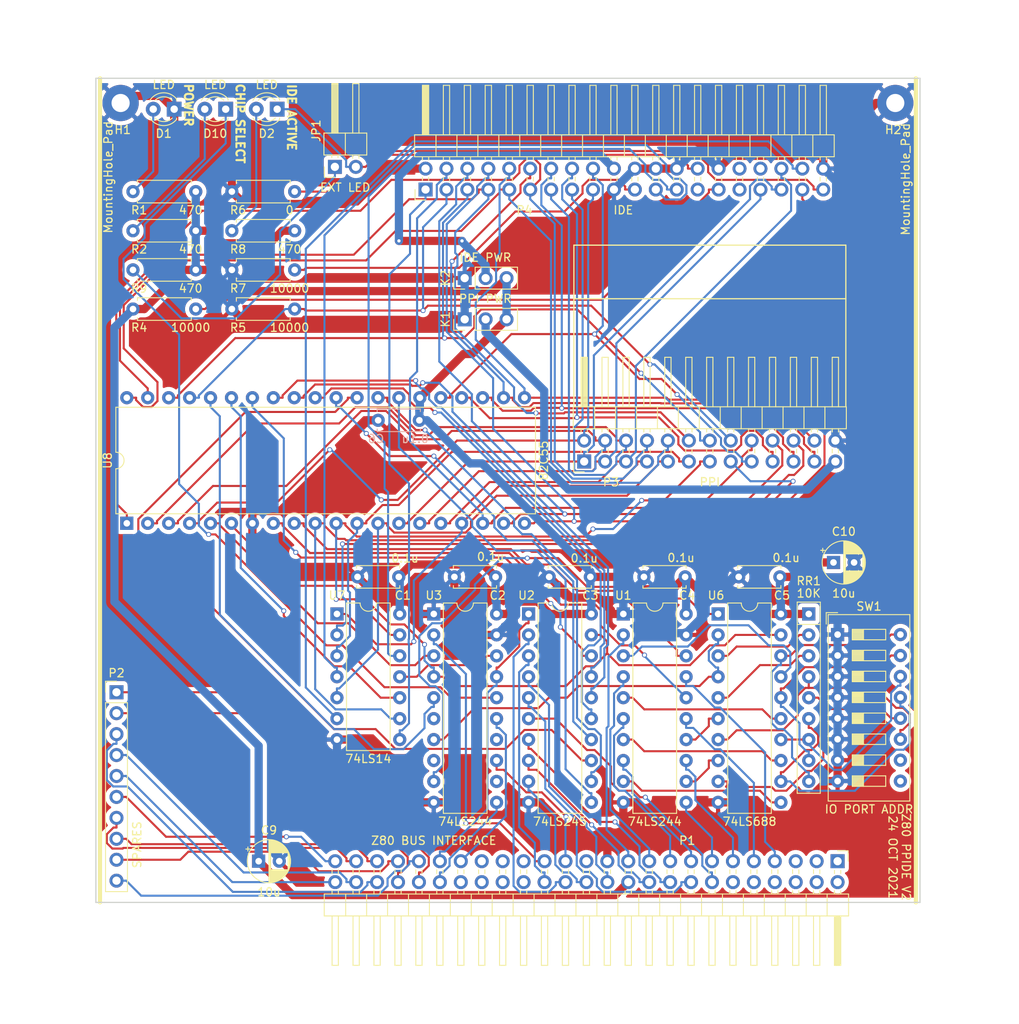
<source format=kicad_pcb>
(kicad_pcb (version 20171130) (host pcbnew "(5.1.10)-1")
  (layers (0 F.Cu signal) (31 B.Cu signal) (34 B.Paste user) (35 F.Paste user) (36 B.SilkS user) (37 F.SilkS user) (38 B.Mask user) (39 F.Mask user) (44 Edge.Cuts user))
  (net 0 "")
  (net 1 VCC)
  (net 2 GND)
  (net 3 /A7)
  (net 4 /A6)
  (net 5 /A5)
  (net 6 /D4)
  (net 7 /A4)
  (net 8 /D3)
  (net 9 /A3)
  (net 10 /D5)
  (net 11 /A2)
  (net 12 /D6)
  (net 13 /A1)
  (net 14 /A0)
  (net 15 /D2)
  (net 16 /D7)
  (net 17 /D0)
  (net 18 /D1)
  (net 19 /SPARE9)
  (net 20 /SPARE0)
  (net 21 /SPARE8)
  (net 22 /SPARE1)
  (net 23 /SPARE7)
  (net 24 /SPARE2)
  (net 25 /SPARE6)
  (net 26 /SPARE3)
  (net 27 /SPARE5)
  (net 28 /SPARE4)
  (net 29 /M1#)
  (net 30 /RESET#)
  (net 31 /WR#)
  (net 32 /RD#)
  (net 33 /IORQ#)
  (net 34 /bM1#)
  (net 35 /bA7)
  (net 36 /bA6)
  (net 37 /bA5)
  (net 38 /bA4)
  (net 39 /bA3)
  (net 40 /bA2)
  (net 41 /bA1)
  (net 42 /bA0)
  (net 43 "Net-(RR1-Pad2)")
  (net 44 "Net-(RR1-Pad3)")
  (net 45 "Net-(RR1-Pad4)")
  (net 46 "Net-(RR1-Pad5)")
  (net 47 "Net-(RR1-Pad6)")
  (net 48 "Net-(RR1-Pad7)")
  (net 49 "Net-(RR1-Pad8)")
  (net 50 "Net-(RR1-Pad9)")
  (net 51 /bD5)
  (net 52 /bD4)
  (net 53 /bD3)
  (net 54 /bD2)
  (net 55 /bD1)
  (net 56 /bD0)
  (net 57 /bRESET#)
  (net 58 /bWR#)
  (net 59 /bD7)
  (net 60 /bD6)
  (net 61 "Net-(D10-Pad1)")
  (net 62 "Net-(D10-Pad2)")
  (net 63 /VCC_PP)
  (net 64 /VCC_IDE)
  (net 65 /PC0)
  (net 66 /PA0)
  (net 67 /PC1)
  (net 68 /PA1)
  (net 69 /PC2)
  (net 70 /PA2)
  (net 71 /PC3)
  (net 72 /PA3)
  (net 73 /PC4)
  (net 74 /PA4)
  (net 75 /PC5)
  (net 76 /PA5)
  (net 77 /PC6)
  (net 78 /PA6)
  (net 79 /PC7)
  (net 80 /PA7)
  (net 81 /PB7)
  (net 82 /PB0)
  (net 83 /PB6)
  (net 84 /PB1)
  (net 85 /PB5)
  (net 86 /PB2)
  (net 87 /PB4)
  (net 88 /PB3)
  (net 89 /PC7#)
  (net 90 /PC5#)
  (net 91 /PC6#)
  (net 92 /PC3#)
  (net 93 /PC4#)
  (net 94 /bRD#)
  (net 95 /bRESET)
  (net 96 /ACTIVE#)
  (net 97 "Net-(JP1-Pad1)")
  (net 98 /DMARQ)
  (net 99 /CSEL)
  (net 100 /DMACK#)
  (net 101 "Net-(D1-Pad2)")
  (net 102 "Net-(D2-Pad2)")
  (net 103 /CS_PPIDE#)
  (net 104 /688SEL#)
  (module Connector_PinHeader_2.54mm:PinHeader_1x02_P2.54mm_Horizontal (layer F.Cu) (at 74 56.75 90)
    (fp_text reference JP1 (at 4.385 -2.27 90) (layer F.SilkS))
    (fp_text value "EXT LED" (at -2.5 1.25 180) (layer F.SilkS))
    (pad 2 thru_hole oval (at 0 2.54 90) (size 1.7 1.7) (drill 1) (layers *.Cu *.Mask) (net 96 /ACTIVE#))
    (pad 1 thru_hole rect (at 0 0 90) (size 1.7 1.7) (drill 1) (layers *.Cu *.Mask) (net 97 "Net-(JP1-Pad1)"))
  )
  (module Capacitor_THT:CP_Radial_D5.0mm_P2.50mm (layer F.Cu) (at 134.5 104.75)
    (fp_text reference C10 (at 1.25 -3.75) (layer F.SilkS))
    (fp_text value 10u (at 1.25 3.75) (layer F.SilkS))
    (pad 2 thru_hole circle (at 2.5 0) (size 1.6 1.6) (drill 0.8) (layers *.Cu *.Mask) (net 2 GND))
    (pad 1 thru_hole rect (at 0 0) (size 1.6 1.6) (drill 0.8) (layers *.Cu *.Mask) (net 1 VCC))
  )
  (module Capacitor_THT:CP_Radial_D5.0mm_P2.50mm (layer F.Cu) (at 64.75 141)
    (fp_text reference C9 (at 1.25 -3.75) (layer F.SilkS))
    (fp_text value 10u (at 1.25 3.75) (layer F.SilkS))
    (pad 2 thru_hole circle (at 2.5 0) (size 1.6 1.6) (drill 0.8) (layers *.Cu *.Mask) (net 2 GND))
    (pad 1 thru_hole rect (at 0 0) (size 1.6 1.6) (drill 0.8) (layers *.Cu *.Mask) (net 1 VCC))
  )
  (module Connector_PinHeader_2.54mm:PinHeader_2x13_P2.54mm_Horizontal (layer F.Cu) (at 104.25 92.5 90)
    (fp_text reference P3 (at -2.5 3.25 180) (layer F.SilkS))
    (fp_text value PPI (at -2.5 15.25 180) (layer F.SilkS))
    (pad 26 thru_hole oval (at 2.54 30.48 90) (size 1.7 1.7) (drill 1) (layers *.Cu *.Mask) (net 2 GND))
    (pad 25 thru_hole oval (at 0 30.48 90) (size 1.7 1.7) (drill 1) (layers *.Cu *.Mask) (net 63 /VCC_PP))
    (pad 24 thru_hole oval (at 2.54 27.94 90) (size 1.7 1.7) (drill 1) (layers *.Cu *.Mask) (net 88 /PB3))
    (pad 23 thru_hole oval (at 0 27.94 90) (size 1.7 1.7) (drill 1) (layers *.Cu *.Mask) (net 87 /PB4))
    (pad 22 thru_hole oval (at 2.54 25.4 90) (size 1.7 1.7) (drill 1) (layers *.Cu *.Mask) (net 86 /PB2))
    (pad 21 thru_hole oval (at 0 25.4 90) (size 1.7 1.7) (drill 1) (layers *.Cu *.Mask) (net 85 /PB5))
    (pad 20 thru_hole oval (at 2.54 22.86 90) (size 1.7 1.7) (drill 1) (layers *.Cu *.Mask) (net 84 /PB1))
    (pad 19 thru_hole oval (at 0 22.86 90) (size 1.7 1.7) (drill 1) (layers *.Cu *.Mask) (net 83 /PB6))
    (pad 18 thru_hole oval (at 2.54 20.32 90) (size 1.7 1.7) (drill 1) (layers *.Cu *.Mask) (net 82 /PB0))
    (pad 17 thru_hole oval (at 0 20.32 90) (size 1.7 1.7) (drill 1) (layers *.Cu *.Mask) (net 81 /PB7))
    (pad 16 thru_hole oval (at 2.54 17.78 90) (size 1.7 1.7) (drill 1) (layers *.Cu *.Mask) (net 80 /PA7))
    (pad 15 thru_hole oval (at 0 17.78 90) (size 1.7 1.7) (drill 1) (layers *.Cu *.Mask) (net 79 /PC7))
    (pad 14 thru_hole oval (at 2.54 15.24 90) (size 1.7 1.7) (drill 1) (layers *.Cu *.Mask) (net 78 /PA6))
    (pad 13 thru_hole oval (at 0 15.24 90) (size 1.7 1.7) (drill 1) (layers *.Cu *.Mask) (net 77 /PC6))
    (pad 12 thru_hole oval (at 2.54 12.7 90) (size 1.7 1.7) (drill 1) (layers *.Cu *.Mask) (net 76 /PA5))
    (pad 11 thru_hole oval (at 0 12.7 90) (size 1.7 1.7) (drill 1) (layers *.Cu *.Mask) (net 75 /PC5))
    (pad 10 thru_hole oval (at 2.54 10.16 90) (size 1.7 1.7) (drill 1) (layers *.Cu *.Mask) (net 74 /PA4))
    (pad 9 thru_hole oval (at 0 10.16 90) (size 1.7 1.7) (drill 1) (layers *.Cu *.Mask) (net 73 /PC4))
    (pad 8 thru_hole oval (at 2.54 7.62 90) (size 1.7 1.7) (drill 1) (layers *.Cu *.Mask) (net 72 /PA3))
    (pad 7 thru_hole oval (at 0 7.62 90) (size 1.7 1.7) (drill 1) (layers *.Cu *.Mask) (net 71 /PC3))
    (pad 6 thru_hole oval (at 2.54 5.08 90) (size 1.7 1.7) (drill 1) (layers *.Cu *.Mask) (net 70 /PA2))
    (pad 5 thru_hole oval (at 0 5.08 90) (size 1.7 1.7) (drill 1) (layers *.Cu *.Mask) (net 69 /PC2))
    (pad 4 thru_hole oval (at 2.54 2.54 90) (size 1.7 1.7) (drill 1) (layers *.Cu *.Mask) (net 68 /PA1))
    (pad 3 thru_hole oval (at 0 2.54 90) (size 1.7 1.7) (drill 1) (layers *.Cu *.Mask) (net 67 /PC1))
    (pad 2 thru_hole oval (at 2.54 0 90) (size 1.7 1.7) (drill 1) (layers *.Cu *.Mask) (net 66 /PA0))
    (pad 1 thru_hole rect (at 0 0 90) (size 1.7 1.7) (drill 1) (layers *.Cu *.Mask) (net 65 /PC0))
  )
  (module Connector_PinHeader_2.54mm:PinHeader_1x10_P2.54mm_Vertical (layer F.Cu) (at 47.5 120.5)
    (fp_text reference P2 (at 0 -2.33) (layer F.SilkS))
    (fp_text value SPARES (at 2.5 18.5 90) (layer F.SilkS))
    (pad 10 thru_hole oval (at 0 22.86) (size 1.7 1.7) (drill 1) (layers *.Cu *.Mask) (net 19 /SPARE9))
    (pad 9 thru_hole oval (at 0 20.32) (size 1.7 1.7) (drill 1) (layers *.Cu *.Mask) (net 21 /SPARE8))
    (pad 8 thru_hole oval (at 0 17.78) (size 1.7 1.7) (drill 1) (layers *.Cu *.Mask) (net 23 /SPARE7))
    (pad 7 thru_hole oval (at 0 15.24) (size 1.7 1.7) (drill 1) (layers *.Cu *.Mask) (net 25 /SPARE6))
    (pad 6 thru_hole oval (at 0 12.7) (size 1.7 1.7) (drill 1) (layers *.Cu *.Mask) (net 27 /SPARE5))
    (pad 5 thru_hole oval (at 0 10.16) (size 1.7 1.7) (drill 1) (layers *.Cu *.Mask) (net 28 /SPARE4))
    (pad 4 thru_hole oval (at 0 7.62) (size 1.7 1.7) (drill 1) (layers *.Cu *.Mask) (net 26 /SPARE3))
    (pad 3 thru_hole oval (at 0 5.08) (size 1.7 1.7) (drill 1) (layers *.Cu *.Mask) (net 24 /SPARE2))
    (pad 2 thru_hole oval (at 0 2.54) (size 1.7 1.7) (drill 1) (layers *.Cu *.Mask) (net 22 /SPARE1))
    (pad 1 thru_hole rect (at 0 0) (size 1.7 1.7) (drill 1) (layers *.Cu *.Mask) (net 20 /SPARE0))
  )
  (module Connector_PinHeader_2.54mm:PinHeader_2x25_P2.54mm_Horizontal (layer F.Cu) (at 135 141 270)
    (fp_text reference P1 (at -2.5 18.25 180) (layer F.SilkS))
    (fp_text value "Z80 BUS INTERFACE" (at -2.5 49 180) (layer F.SilkS))
    (pad 50 thru_hole oval (at 2.54 60.96 270) (size 1.7 1.7) (drill 1) (layers *.Cu *.Mask) (net 28 /SPARE4))
    (pad 49 thru_hole oval (at 0 60.96 270) (size 1.7 1.7) (drill 1) (layers *.Cu *.Mask) (net 27 /SPARE5))
    (pad 48 thru_hole oval (at 2.54 58.42 270) (size 1.7 1.7) (drill 1) (layers *.Cu *.Mask) (net 26 /SPARE3))
    (pad 47 thru_hole oval (at 0 58.42 270) (size 1.7 1.7) (drill 1) (layers *.Cu *.Mask) (net 25 /SPARE6))
    (pad 46 thru_hole oval (at 2.54 55.88 270) (size 1.7 1.7) (drill 1) (layers *.Cu *.Mask) (net 24 /SPARE2))
    (pad 45 thru_hole oval (at 0 55.88 270) (size 1.7 1.7) (drill 1) (layers *.Cu *.Mask) (net 23 /SPARE7))
    (pad 44 thru_hole oval (at 2.54 53.34 270) (size 1.7 1.7) (drill 1) (layers *.Cu *.Mask) (net 22 /SPARE1))
    (pad 43 thru_hole oval (at 0 53.34 270) (size 1.7 1.7) (drill 1) (layers *.Cu *.Mask) (net 21 /SPARE8))
    (pad 42 thru_hole oval (at 2.54 50.8 270) (size 1.7 1.7) (drill 1) (layers *.Cu *.Mask) (net 20 /SPARE0))
    (pad 41 thru_hole oval (at 0 50.8 270) (size 1.7 1.7) (drill 1) (layers *.Cu *.Mask) (net 19 /SPARE9))
    (pad 40 thru_hole oval (at 2.54 48.26 270) (size 1.7 1.7) (drill 1) (layers *.Cu *.Mask) (net 33 /IORQ#))
    (pad 39 thru_hole oval (at 0 48.26 270) (size 1.7 1.7) (drill 1) (layers *.Cu *.Mask) (net 32 /RD#))
    (pad 38 thru_hole oval (at 2.54 45.72 270) (size 1.7 1.7) (drill 1) (layers *.Cu *.Mask))
    (pad 37 thru_hole oval (at 0 45.72 270) (size 1.7 1.7) (drill 1) (layers *.Cu *.Mask) (net 31 /WR#))
    (pad 36 thru_hole oval (at 2.54 43.18 270) (size 1.7 1.7) (drill 1) (layers *.Cu *.Mask))
    (pad 35 thru_hole oval (at 0 43.18 270) (size 1.7 1.7) (drill 1) (layers *.Cu *.Mask))
    (pad 34 thru_hole oval (at 2.54 40.64 270) (size 1.7 1.7) (drill 1) (layers *.Cu *.Mask))
    (pad 33 thru_hole oval (at 0 40.64 270) (size 1.7 1.7) (drill 1) (layers *.Cu *.Mask))
    (pad 32 thru_hole oval (at 2.54 38.1 270) (size 1.7 1.7) (drill 1) (layers *.Cu *.Mask))
    (pad 31 thru_hole oval (at 0 38.1 270) (size 1.7 1.7) (drill 1) (layers *.Cu *.Mask))
    (pad 30 thru_hole oval (at 2.54 35.56 270) (size 1.7 1.7) (drill 1) (layers *.Cu *.Mask) (net 18 /D1))
    (pad 29 thru_hole oval (at 0 35.56 270) (size 1.7 1.7) (drill 1) (layers *.Cu *.Mask) (net 30 /RESET#))
    (pad 28 thru_hole oval (at 2.54 33.02 270) (size 1.7 1.7) (drill 1) (layers *.Cu *.Mask) (net 17 /D0))
    (pad 27 thru_hole oval (at 0 33.02 270) (size 1.7 1.7) (drill 1) (layers *.Cu *.Mask) (net 29 /M1#))
    (pad 26 thru_hole oval (at 2.54 30.48 270) (size 1.7 1.7) (drill 1) (layers *.Cu *.Mask) (net 16 /D7))
    (pad 25 thru_hole oval (at 0 30.48 270) (size 1.7 1.7) (drill 1) (layers *.Cu *.Mask))
    (pad 24 thru_hole oval (at 2.54 27.94 270) (size 1.7 1.7) (drill 1) (layers *.Cu *.Mask) (net 15 /D2))
    (pad 23 thru_hole oval (at 0 27.94 270) (size 1.7 1.7) (drill 1) (layers *.Cu *.Mask) (net 2 GND))
    (pad 22 thru_hole oval (at 2.54 25.4 270) (size 1.7 1.7) (drill 1) (layers *.Cu *.Mask) (net 1 VCC))
    (pad 21 thru_hole oval (at 0 25.4 270) (size 1.7 1.7) (drill 1) (layers *.Cu *.Mask) (net 14 /A0))
    (pad 20 thru_hole oval (at 2.54 22.86 270) (size 1.7 1.7) (drill 1) (layers *.Cu *.Mask) (net 12 /D6))
    (pad 19 thru_hole oval (at 0 22.86 270) (size 1.7 1.7) (drill 1) (layers *.Cu *.Mask) (net 13 /A1))
    (pad 18 thru_hole oval (at 2.54 20.32 270) (size 1.7 1.7) (drill 1) (layers *.Cu *.Mask) (net 10 /D5))
    (pad 17 thru_hole oval (at 0 20.32 270) (size 1.7 1.7) (drill 1) (layers *.Cu *.Mask) (net 11 /A2))
    (pad 16 thru_hole oval (at 2.54 17.78 270) (size 1.7 1.7) (drill 1) (layers *.Cu *.Mask) (net 8 /D3))
    (pad 15 thru_hole oval (at 0 17.78 270) (size 1.7 1.7) (drill 1) (layers *.Cu *.Mask) (net 9 /A3))
    (pad 14 thru_hole oval (at 2.54 15.24 270) (size 1.7 1.7) (drill 1) (layers *.Cu *.Mask) (net 6 /D4))
    (pad 13 thru_hole oval (at 0 15.24 270) (size 1.7 1.7) (drill 1) (layers *.Cu *.Mask) (net 7 /A4))
    (pad 12 thru_hole oval (at 2.54 12.7 270) (size 1.7 1.7) (drill 1) (layers *.Cu *.Mask))
    (pad 11 thru_hole oval (at 0 12.7 270) (size 1.7 1.7) (drill 1) (layers *.Cu *.Mask) (net 5 /A5))
    (pad 10 thru_hole oval (at 2.54 10.16 270) (size 1.7 1.7) (drill 1) (layers *.Cu *.Mask))
    (pad 9 thru_hole oval (at 0 10.16 270) (size 1.7 1.7) (drill 1) (layers *.Cu *.Mask) (net 4 /A6))
    (pad 8 thru_hole oval (at 2.54 7.62 270) (size 1.7 1.7) (drill 1) (layers *.Cu *.Mask))
    (pad 7 thru_hole oval (at 0 7.62 270) (size 1.7 1.7) (drill 1) (layers *.Cu *.Mask) (net 3 /A7))
    (pad 6 thru_hole oval (at 2.54 5.08 270) (size 1.7 1.7) (drill 1) (layers *.Cu *.Mask))
    (pad 5 thru_hole oval (at 0 5.08 270) (size 1.7 1.7) (drill 1) (layers *.Cu *.Mask))
    (pad 4 thru_hole oval (at 2.54 2.54 270) (size 1.7 1.7) (drill 1) (layers *.Cu *.Mask))
    (pad 3 thru_hole oval (at 0 2.54 270) (size 1.7 1.7) (drill 1) (layers *.Cu *.Mask))
    (pad 2 thru_hole oval (at 2.54 0 270) (size 1.7 1.7) (drill 1) (layers *.Cu *.Mask))
    (pad 1 thru_hole rect (at 0 0 270) (size 1.7 1.7) (drill 1) (layers *.Cu *.Mask))
  )
  (module Package_DIP:DIP-40_W15.24mm (layer F.Cu) (at 48.75 100 90)
    (fp_text reference U8 (at 7.62 -2.33 90) (layer F.SilkS))
    (fp_text value 82C55 (at 7.62 50.59 90) (layer F.SilkS))
    (pad 40 thru_hole oval (at 15.24 0 90) (size 1.6 1.6) (drill 0.8) (layers *.Cu *.Mask) (net 74 /PA4))
    (pad 20 thru_hole oval (at 0 48.26 90) (size 1.6 1.6) (drill 0.8) (layers *.Cu *.Mask) (net 86 /PB2))
    (pad 39 thru_hole oval (at 15.24 2.54 90) (size 1.6 1.6) (drill 0.8) (layers *.Cu *.Mask) (net 76 /PA5))
    (pad 19 thru_hole oval (at 0 45.72 90) (size 1.6 1.6) (drill 0.8) (layers *.Cu *.Mask) (net 84 /PB1))
    (pad 38 thru_hole oval (at 15.24 5.08 90) (size 1.6 1.6) (drill 0.8) (layers *.Cu *.Mask) (net 78 /PA6))
    (pad 18 thru_hole oval (at 0 43.18 90) (size 1.6 1.6) (drill 0.8) (layers *.Cu *.Mask) (net 82 /PB0))
    (pad 37 thru_hole oval (at 15.24 7.62 90) (size 1.6 1.6) (drill 0.8) (layers *.Cu *.Mask) (net 80 /PA7))
    (pad 17 thru_hole oval (at 0 40.64 90) (size 1.6 1.6) (drill 0.8) (layers *.Cu *.Mask) (net 71 /PC3))
    (pad 36 thru_hole oval (at 15.24 10.16 90) (size 1.6 1.6) (drill 0.8) (layers *.Cu *.Mask) (net 58 /bWR#))
    (pad 16 thru_hole oval (at 0 38.1 90) (size 1.6 1.6) (drill 0.8) (layers *.Cu *.Mask) (net 69 /PC2))
    (pad 35 thru_hole oval (at 15.24 12.7 90) (size 1.6 1.6) (drill 0.8) (layers *.Cu *.Mask) (net 95 /bRESET))
    (pad 15 thru_hole oval (at 0 35.56 90) (size 1.6 1.6) (drill 0.8) (layers *.Cu *.Mask) (net 67 /PC1))
    (pad 34 thru_hole oval (at 15.24 15.24 90) (size 1.6 1.6) (drill 0.8) (layers *.Cu *.Mask) (net 56 /bD0))
    (pad 14 thru_hole oval (at 0 33.02 90) (size 1.6 1.6) (drill 0.8) (layers *.Cu *.Mask) (net 65 /PC0))
    (pad 33 thru_hole oval (at 15.24 17.78 90) (size 1.6 1.6) (drill 0.8) (layers *.Cu *.Mask) (net 55 /bD1))
    (pad 13 thru_hole oval (at 0 30.48 90) (size 1.6 1.6) (drill 0.8) (layers *.Cu *.Mask) (net 73 /PC4))
    (pad 32 thru_hole oval (at 15.24 20.32 90) (size 1.6 1.6) (drill 0.8) (layers *.Cu *.Mask) (net 54 /bD2))
    (pad 12 thru_hole oval (at 0 27.94 90) (size 1.6 1.6) (drill 0.8) (layers *.Cu *.Mask) (net 75 /PC5))
    (pad 31 thru_hole oval (at 15.24 22.86 90) (size 1.6 1.6) (drill 0.8) (layers *.Cu *.Mask) (net 53 /bD3))
    (pad 11 thru_hole oval (at 0 25.4 90) (size 1.6 1.6) (drill 0.8) (layers *.Cu *.Mask) (net 77 /PC6))
    (pad 30 thru_hole oval (at 15.24 25.4 90) (size 1.6 1.6) (drill 0.8) (layers *.Cu *.Mask) (net 52 /bD4))
    (pad 10 thru_hole oval (at 0 22.86 90) (size 1.6 1.6) (drill 0.8) (layers *.Cu *.Mask) (net 79 /PC7))
    (pad 29 thru_hole oval (at 15.24 27.94 90) (size 1.6 1.6) (drill 0.8) (layers *.Cu *.Mask) (net 51 /bD5))
    (pad 9 thru_hole oval (at 0 20.32 90) (size 1.6 1.6) (drill 0.8) (layers *.Cu *.Mask) (net 42 /bA0))
    (pad 28 thru_hole oval (at 15.24 30.48 90) (size 1.6 1.6) (drill 0.8) (layers *.Cu *.Mask) (net 60 /bD6))
    (pad 8 thru_hole oval (at 0 17.78 90) (size 1.6 1.6) (drill 0.8) (layers *.Cu *.Mask) (net 41 /bA1))
    (pad 27 thru_hole oval (at 15.24 33.02 90) (size 1.6 1.6) (drill 0.8) (layers *.Cu *.Mask) (net 59 /bD7))
    (pad 7 thru_hole oval (at 0 15.24 90) (size 1.6 1.6) (drill 0.8) (layers *.Cu *.Mask) (net 2 GND))
    (pad 26 thru_hole oval (at 15.24 35.56 90) (size 1.6 1.6) (drill 0.8) (layers *.Cu *.Mask) (net 1 VCC))
    (pad 6 thru_hole oval (at 0 12.7 90) (size 1.6 1.6) (drill 0.8) (layers *.Cu *.Mask) (net 103 /CS_PPIDE#))
    (pad 25 thru_hole oval (at 15.24 38.1 90) (size 1.6 1.6) (drill 0.8) (layers *.Cu *.Mask) (net 81 /PB7))
    (pad 5 thru_hole oval (at 0 10.16 90) (size 1.6 1.6) (drill 0.8) (layers *.Cu *.Mask) (net 94 /bRD#))
    (pad 24 thru_hole oval (at 15.24 40.64 90) (size 1.6 1.6) (drill 0.8) (layers *.Cu *.Mask) (net 83 /PB6))
    (pad 4 thru_hole oval (at 0 7.62 90) (size 1.6 1.6) (drill 0.8) (layers *.Cu *.Mask) (net 66 /PA0))
    (pad 23 thru_hole oval (at 15.24 43.18 90) (size 1.6 1.6) (drill 0.8) (layers *.Cu *.Mask) (net 85 /PB5))
    (pad 3 thru_hole oval (at 0 5.08 90) (size 1.6 1.6) (drill 0.8) (layers *.Cu *.Mask) (net 68 /PA1))
    (pad 22 thru_hole oval (at 15.24 45.72 90) (size 1.6 1.6) (drill 0.8) (layers *.Cu *.Mask) (net 87 /PB4))
    (pad 2 thru_hole oval (at 0 2.54 90) (size 1.6 1.6) (drill 0.8) (layers *.Cu *.Mask) (net 70 /PA2))
    (pad 21 thru_hole oval (at 15.24 48.26 90) (size 1.6 1.6) (drill 0.8) (layers *.Cu *.Mask) (net 88 /PB3))
    (pad 1 thru_hole rect (at 0 0 90) (size 1.6 1.6) (drill 0.8) (layers *.Cu *.Mask) (net 72 /PA3))
  )
  (module Package_DIP:DIP-14_W7.62mm (layer F.Cu) (at 74.25 111)
    (fp_text reference U7 (at 0 -2.25) (layer F.SilkS))
    (fp_text value 74LS14 (at 3.81 17.57) (layer F.SilkS))
    (pad 14 thru_hole oval (at 7.62 0) (size 1.6 1.6) (drill 0.8) (layers *.Cu *.Mask) (net 1 VCC))
    (pad 7 thru_hole oval (at 0 15.24) (size 1.6 1.6) (drill 0.8) (layers *.Cu *.Mask) (net 2 GND))
    (pad 13 thru_hole oval (at 7.62 2.54) (size 1.6 1.6) (drill 0.8) (layers *.Cu *.Mask) (net 77 /PC6))
    (pad 6 thru_hole oval (at 0 12.7) (size 1.6 1.6) (drill 0.8) (layers *.Cu *.Mask) (net 93 /PC4#))
    (pad 12 thru_hole oval (at 7.62 5.08) (size 1.6 1.6) (drill 0.8) (layers *.Cu *.Mask) (net 91 /PC6#))
    (pad 5 thru_hole oval (at 0 10.16) (size 1.6 1.6) (drill 0.8) (layers *.Cu *.Mask) (net 73 /PC4))
    (pad 11 thru_hole oval (at 7.62 7.62) (size 1.6 1.6) (drill 0.8) (layers *.Cu *.Mask) (net 57 /bRESET#))
    (pad 4 thru_hole oval (at 0 7.62) (size 1.6 1.6) (drill 0.8) (layers *.Cu *.Mask) (net 90 /PC5#))
    (pad 10 thru_hole oval (at 7.62 10.16) (size 1.6 1.6) (drill 0.8) (layers *.Cu *.Mask) (net 95 /bRESET))
    (pad 3 thru_hole oval (at 0 5.08) (size 1.6 1.6) (drill 0.8) (layers *.Cu *.Mask) (net 75 /PC5))
    (pad 9 thru_hole oval (at 7.62 12.7) (size 1.6 1.6) (drill 0.8) (layers *.Cu *.Mask) (net 79 /PC7))
    (pad 2 thru_hole oval (at 0 2.54) (size 1.6 1.6) (drill 0.8) (layers *.Cu *.Mask) (net 92 /PC3#))
    (pad 8 thru_hole oval (at 7.62 15.24) (size 1.6 1.6) (drill 0.8) (layers *.Cu *.Mask) (net 89 /PC7#))
    (pad 1 thru_hole rect (at 0 0) (size 1.6 1.6) (drill 0.8) (layers *.Cu *.Mask) (net 71 /PC3))
  )
  (module Package_DIP:DIP-20_W7.62mm (layer F.Cu) (at 120.5 111)
    (fp_text reference U6 (at -0.25 -2.25) (layer F.SilkS))
    (fp_text value 74LS688 (at 3.81 25.19) (layer F.SilkS))
    (pad 20 thru_hole oval (at 7.62 0) (size 1.6 1.6) (drill 0.8) (layers *.Cu *.Mask) (net 1 VCC))
    (pad 10 thru_hole oval (at 0 22.86) (size 1.6 1.6) (drill 0.8) (layers *.Cu *.Mask) (net 2 GND))
    (pad 19 thru_hole oval (at 7.62 2.54) (size 1.6 1.6) (drill 0.8) (layers *.Cu *.Mask) (net 103 /CS_PPIDE#))
    (pad 9 thru_hole oval (at 0 20.32) (size 1.6 1.6) (drill 0.8) (layers *.Cu *.Mask) (net 46 "Net-(RR1-Pad5)"))
    (pad 18 thru_hole oval (at 7.62 5.08) (size 1.6 1.6) (drill 0.8) (layers *.Cu *.Mask) (net 50 "Net-(RR1-Pad9)"))
    (pad 8 thru_hole oval (at 0 17.78) (size 1.6 1.6) (drill 0.8) (layers *.Cu *.Mask) (net 39 /bA3))
    (pad 17 thru_hole oval (at 7.62 7.62) (size 1.6 1.6) (drill 0.8) (layers *.Cu *.Mask) (net 35 /bA7))
    (pad 7 thru_hole oval (at 0 15.24) (size 1.6 1.6) (drill 0.8) (layers *.Cu *.Mask) (net 45 "Net-(RR1-Pad4)"))
    (pad 16 thru_hole oval (at 7.62 10.16) (size 1.6 1.6) (drill 0.8) (layers *.Cu *.Mask) (net 49 "Net-(RR1-Pad8)"))
    (pad 6 thru_hole oval (at 0 12.7) (size 1.6 1.6) (drill 0.8) (layers *.Cu *.Mask) (net 40 /bA2))
    (pad 15 thru_hole oval (at 7.62 12.7) (size 1.6 1.6) (drill 0.8) (layers *.Cu *.Mask) (net 36 /bA6))
    (pad 5 thru_hole oval (at 0 10.16) (size 1.6 1.6) (drill 0.8) (layers *.Cu *.Mask) (net 44 "Net-(RR1-Pad3)"))
    (pad 14 thru_hole oval (at 7.62 15.24) (size 1.6 1.6) (drill 0.8) (layers *.Cu *.Mask) (net 48 "Net-(RR1-Pad7)"))
    (pad 4 thru_hole oval (at 0 7.62) (size 1.6 1.6) (drill 0.8) (layers *.Cu *.Mask) (net 34 /bM1#))
    (pad 13 thru_hole oval (at 7.62 17.78) (size 1.6 1.6) (drill 0.8) (layers *.Cu *.Mask) (net 37 /bA5))
    (pad 3 thru_hole oval (at 0 5.08) (size 1.6 1.6) (drill 0.8) (layers *.Cu *.Mask) (net 43 "Net-(RR1-Pad2)"))
    (pad 12 thru_hole oval (at 7.62 20.32) (size 1.6 1.6) (drill 0.8) (layers *.Cu *.Mask) (net 47 "Net-(RR1-Pad6)"))
    (pad 2 thru_hole oval (at 0 2.54) (size 1.6 1.6) (drill 0.8) (layers *.Cu *.Mask) (net 34 /bM1#))
    (pad 11 thru_hole oval (at 7.62 22.86) (size 1.6 1.6) (drill 0.8) (layers *.Cu *.Mask) (net 38 /bA4))
    (pad 1 thru_hole rect (at 0 0) (size 1.6 1.6) (drill 0.8) (layers *.Cu *.Mask) (net 104 /688SEL#))
  )
  (module Package_DIP:DIP-20_W7.62mm (layer F.Cu) (at 86 111)
    (fp_text reference U3 (at 0 -2.25) (layer F.SilkS))
    (fp_text value 74LS244 (at 3.81 25.19) (layer F.SilkS))
    (pad 20 thru_hole oval (at 7.62 0) (size 1.6 1.6) (drill 0.8) (layers *.Cu *.Mask) (net 1 VCC))
    (pad 10 thru_hole oval (at 0 22.86) (size 1.6 1.6) (drill 0.8) (layers *.Cu *.Mask) (net 2 GND))
    (pad 19 thru_hole oval (at 7.62 2.54) (size 1.6 1.6) (drill 0.8) (layers *.Cu *.Mask) (net 2 GND))
    (pad 9 thru_hole oval (at 0 20.32) (size 1.6 1.6) (drill 0.8) (layers *.Cu *.Mask) (net 104 /688SEL#))
    (pad 18 thru_hole oval (at 7.62 5.08) (size 1.6 1.6) (drill 0.8) (layers *.Cu *.Mask) (net 57 /bRESET#))
    (pad 8 thru_hole oval (at 0 17.78) (size 1.6 1.6) (drill 0.8) (layers *.Cu *.Mask))
    (pad 17 thru_hole oval (at 7.62 7.62) (size 1.6 1.6) (drill 0.8) (layers *.Cu *.Mask) (net 32 /RD#))
    (pad 7 thru_hole oval (at 0 15.24) (size 1.6 1.6) (drill 0.8) (layers *.Cu *.Mask) (net 34 /bM1#))
    (pad 16 thru_hole oval (at 7.62 10.16) (size 1.6 1.6) (drill 0.8) (layers *.Cu *.Mask) (net 61 "Net-(D10-Pad1)"))
    (pad 6 thru_hole oval (at 0 12.7) (size 1.6 1.6) (drill 0.8) (layers *.Cu *.Mask))
    (pad 15 thru_hole oval (at 7.62 12.7) (size 1.6 1.6) (drill 0.8) (layers *.Cu *.Mask) (net 31 /WR#))
    (pad 5 thru_hole oval (at 0 10.16) (size 1.6 1.6) (drill 0.8) (layers *.Cu *.Mask) (net 58 /bWR#))
    (pad 14 thru_hole oval (at 7.62 15.24) (size 1.6 1.6) (drill 0.8) (layers *.Cu *.Mask))
    (pad 4 thru_hole oval (at 0 7.62) (size 1.6 1.6) (drill 0.8) (layers *.Cu *.Mask) (net 103 /CS_PPIDE#))
    (pad 13 thru_hole oval (at 7.62 17.78) (size 1.6 1.6) (drill 0.8) (layers *.Cu *.Mask) (net 29 /M1#))
    (pad 3 thru_hole oval (at 0 5.08) (size 1.6 1.6) (drill 0.8) (layers *.Cu *.Mask) (net 94 /bRD#))
    (pad 12 thru_hole oval (at 7.62 20.32) (size 1.6 1.6) (drill 0.8) (layers *.Cu *.Mask))
    (pad 2 thru_hole oval (at 0 2.54) (size 1.6 1.6) (drill 0.8) (layers *.Cu *.Mask) (net 30 /RESET#))
    (pad 11 thru_hole oval (at 7.62 22.86) (size 1.6 1.6) (drill 0.8) (layers *.Cu *.Mask) (net 33 /IORQ#))
    (pad 1 thru_hole rect (at 0 0) (size 1.6 1.6) (drill 0.8) (layers *.Cu *.Mask) (net 2 GND))
  )
  (module Package_DIP:DIP-20_W7.62mm (layer F.Cu) (at 97.5 111)
    (fp_text reference U2 (at -0.25 -2.25) (layer F.SilkS))
    (fp_text value 74LS245 (at 3.81 25.19) (layer F.SilkS))
    (pad 20 thru_hole oval (at 7.62 0) (size 1.6 1.6) (drill 0.8) (layers *.Cu *.Mask) (net 1 VCC))
    (pad 10 thru_hole oval (at 0 22.86) (size 1.6 1.6) (drill 0.8) (layers *.Cu *.Mask) (net 2 GND))
    (pad 19 thru_hole oval (at 7.62 2.54) (size 1.6 1.6) (drill 0.8) (layers *.Cu *.Mask) (net 103 /CS_PPIDE#))
    (pad 9 thru_hole oval (at 0 20.32) (size 1.6 1.6) (drill 0.8) (layers *.Cu *.Mask) (net 16 /D7))
    (pad 18 thru_hole oval (at 7.62 5.08) (size 1.6 1.6) (drill 0.8) (layers *.Cu *.Mask) (net 56 /bD0))
    (pad 8 thru_hole oval (at 0 17.78) (size 1.6 1.6) (drill 0.8) (layers *.Cu *.Mask) (net 12 /D6))
    (pad 17 thru_hole oval (at 7.62 7.62) (size 1.6 1.6) (drill 0.8) (layers *.Cu *.Mask) (net 55 /bD1))
    (pad 7 thru_hole oval (at 0 15.24) (size 1.6 1.6) (drill 0.8) (layers *.Cu *.Mask) (net 10 /D5))
    (pad 16 thru_hole oval (at 7.62 10.16) (size 1.6 1.6) (drill 0.8) (layers *.Cu *.Mask) (net 54 /bD2))
    (pad 6 thru_hole oval (at 0 12.7) (size 1.6 1.6) (drill 0.8) (layers *.Cu *.Mask) (net 6 /D4))
    (pad 15 thru_hole oval (at 7.62 12.7) (size 1.6 1.6) (drill 0.8) (layers *.Cu *.Mask) (net 53 /bD3))
    (pad 5 thru_hole oval (at 0 10.16) (size 1.6 1.6) (drill 0.8) (layers *.Cu *.Mask) (net 8 /D3))
    (pad 14 thru_hole oval (at 7.62 15.24) (size 1.6 1.6) (drill 0.8) (layers *.Cu *.Mask) (net 52 /bD4))
    (pad 4 thru_hole oval (at 0 7.62) (size 1.6 1.6) (drill 0.8) (layers *.Cu *.Mask) (net 15 /D2))
    (pad 13 thru_hole oval (at 7.62 17.78) (size 1.6 1.6) (drill 0.8) (layers *.Cu *.Mask) (net 51 /bD5))
    (pad 3 thru_hole oval (at 0 5.08) (size 1.6 1.6) (drill 0.8) (layers *.Cu *.Mask) (net 18 /D1))
    (pad 12 thru_hole oval (at 7.62 20.32) (size 1.6 1.6) (drill 0.8) (layers *.Cu *.Mask) (net 60 /bD6))
    (pad 2 thru_hole oval (at 0 2.54) (size 1.6 1.6) (drill 0.8) (layers *.Cu *.Mask) (net 17 /D0))
    (pad 11 thru_hole oval (at 7.62 22.86) (size 1.6 1.6) (drill 0.8) (layers *.Cu *.Mask) (net 59 /bD7))
    (pad 1 thru_hole rect (at 0 0) (size 1.6 1.6) (drill 0.8) (layers *.Cu *.Mask) (net 32 /RD#))
  )
  (module Package_DIP:DIP-20_W7.62mm (layer F.Cu) (at 109 111)
    (fp_text reference U1 (at 0 -2.25) (layer F.SilkS))
    (fp_text value 74LS244 (at 3.81 25.19) (layer F.SilkS))
    (pad 20 thru_hole oval (at 7.62 0) (size 1.6 1.6) (drill 0.8) (layers *.Cu *.Mask) (net 1 VCC))
    (pad 10 thru_hole oval (at 0 22.86) (size 1.6 1.6) (drill 0.8) (layers *.Cu *.Mask) (net 2 GND))
    (pad 19 thru_hole oval (at 7.62 2.54) (size 1.6 1.6) (drill 0.8) (layers *.Cu *.Mask) (net 2 GND))
    (pad 9 thru_hole oval (at 0 20.32) (size 1.6 1.6) (drill 0.8) (layers *.Cu *.Mask) (net 38 /bA4))
    (pad 18 thru_hole oval (at 7.62 5.08) (size 1.6 1.6) (drill 0.8) (layers *.Cu *.Mask) (net 42 /bA0))
    (pad 8 thru_hole oval (at 0 17.78) (size 1.6 1.6) (drill 0.8) (layers *.Cu *.Mask) (net 9 /A3))
    (pad 17 thru_hole oval (at 7.62 7.62) (size 1.6 1.6) (drill 0.8) (layers *.Cu *.Mask) (net 3 /A7))
    (pad 7 thru_hole oval (at 0 15.24) (size 1.6 1.6) (drill 0.8) (layers *.Cu *.Mask) (net 37 /bA5))
    (pad 16 thru_hole oval (at 7.62 10.16) (size 1.6 1.6) (drill 0.8) (layers *.Cu *.Mask) (net 41 /bA1))
    (pad 6 thru_hole oval (at 0 12.7) (size 1.6 1.6) (drill 0.8) (layers *.Cu *.Mask) (net 11 /A2))
    (pad 15 thru_hole oval (at 7.62 12.7) (size 1.6 1.6) (drill 0.8) (layers *.Cu *.Mask) (net 4 /A6))
    (pad 5 thru_hole oval (at 0 10.16) (size 1.6 1.6) (drill 0.8) (layers *.Cu *.Mask) (net 36 /bA6))
    (pad 14 thru_hole oval (at 7.62 15.24) (size 1.6 1.6) (drill 0.8) (layers *.Cu *.Mask) (net 40 /bA2))
    (pad 4 thru_hole oval (at 0 7.62) (size 1.6 1.6) (drill 0.8) (layers *.Cu *.Mask) (net 13 /A1))
    (pad 13 thru_hole oval (at 7.62 17.78) (size 1.6 1.6) (drill 0.8) (layers *.Cu *.Mask) (net 5 /A5))
    (pad 3 thru_hole oval (at 0 5.08) (size 1.6 1.6) (drill 0.8) (layers *.Cu *.Mask) (net 35 /bA7))
    (pad 12 thru_hole oval (at 7.62 20.32) (size 1.6 1.6) (drill 0.8) (layers *.Cu *.Mask) (net 39 /bA3))
    (pad 2 thru_hole oval (at 0 2.54) (size 1.6 1.6) (drill 0.8) (layers *.Cu *.Mask) (net 14 /A0))
    (pad 11 thru_hole oval (at 7.62 22.86) (size 1.6 1.6) (drill 0.8) (layers *.Cu *.Mask) (net 7 /A4))
    (pad 1 thru_hole rect (at 0 0) (size 1.6 1.6) (drill 0.8) (layers *.Cu *.Mask) (net 2 GND))
  )
  (module Button_Switch_THT:SW_DIP_SPSTx08_Slide_9.78x22.5mm_W7.62mm_P2.54mm (layer F.Cu) (at 135 113.5)
    (fp_text reference SW1 (at 3.81 -3.42) (layer F.SilkS))
    (fp_text value "IO PORT ADDR" (at 3.81 21.2) (layer F.SilkS))
    (pad 16 thru_hole oval (at 7.62 0) (size 1.6 1.6) (drill 0.8) (layers *.Cu *.Mask) (net 50 "Net-(RR1-Pad9)"))
    (pad 8 thru_hole oval (at 0 17.78) (size 1.6 1.6) (drill 0.8) (layers *.Cu *.Mask) (net 2 GND))
    (pad 15 thru_hole oval (at 7.62 2.54) (size 1.6 1.6) (drill 0.8) (layers *.Cu *.Mask) (net 49 "Net-(RR1-Pad8)"))
    (pad 7 thru_hole oval (at 0 15.24) (size 1.6 1.6) (drill 0.8) (layers *.Cu *.Mask) (net 2 GND))
    (pad 14 thru_hole oval (at 7.62 5.08) (size 1.6 1.6) (drill 0.8) (layers *.Cu *.Mask) (net 48 "Net-(RR1-Pad7)"))
    (pad 6 thru_hole oval (at 0 12.7) (size 1.6 1.6) (drill 0.8) (layers *.Cu *.Mask) (net 2 GND))
    (pad 13 thru_hole oval (at 7.62 7.62) (size 1.6 1.6) (drill 0.8) (layers *.Cu *.Mask) (net 47 "Net-(RR1-Pad6)"))
    (pad 5 thru_hole oval (at 0 10.16) (size 1.6 1.6) (drill 0.8) (layers *.Cu *.Mask) (net 2 GND))
    (pad 12 thru_hole oval (at 7.62 10.16) (size 1.6 1.6) (drill 0.8) (layers *.Cu *.Mask) (net 46 "Net-(RR1-Pad5)"))
    (pad 4 thru_hole oval (at 0 7.62) (size 1.6 1.6) (drill 0.8) (layers *.Cu *.Mask) (net 2 GND))
    (pad 11 thru_hole oval (at 7.62 12.7) (size 1.6 1.6) (drill 0.8) (layers *.Cu *.Mask) (net 45 "Net-(RR1-Pad4)"))
    (pad 3 thru_hole oval (at 0 5.08) (size 1.6 1.6) (drill 0.8) (layers *.Cu *.Mask) (net 2 GND))
    (pad 10 thru_hole oval (at 7.62 15.24) (size 1.6 1.6) (drill 0.8) (layers *.Cu *.Mask))
    (pad 2 thru_hole oval (at 0 2.54) (size 1.6 1.6) (drill 0.8) (layers *.Cu *.Mask) (net 2 GND))
    (pad 9 thru_hole oval (at 7.62 17.78) (size 1.6 1.6) (drill 0.8) (layers *.Cu *.Mask))
    (pad 1 thru_hole rect (at 0 0) (size 1.6 1.6) (drill 0.8) (layers *.Cu *.Mask) (net 2 GND))
  )
  (module Resistor_THT:R_Array_SIP9 (layer F.Cu) (at 131.5 111 270)
    (fp_text reference RR1 (at -4 0 180) (layer F.SilkS))
    (fp_text value 10K (at -2.5 0 180) (layer F.SilkS))
    (pad 9 thru_hole oval (at 20.32 0 270) (size 1.6 1.6) (drill 0.8) (layers *.Cu *.Mask) (net 50 "Net-(RR1-Pad9)"))
    (pad 8 thru_hole oval (at 17.78 0 270) (size 1.6 1.6) (drill 0.8) (layers *.Cu *.Mask) (net 49 "Net-(RR1-Pad8)"))
    (pad 7 thru_hole oval (at 15.24 0 270) (size 1.6 1.6) (drill 0.8) (layers *.Cu *.Mask) (net 48 "Net-(RR1-Pad7)"))
    (pad 6 thru_hole oval (at 12.7 0 270) (size 1.6 1.6) (drill 0.8) (layers *.Cu *.Mask) (net 47 "Net-(RR1-Pad6)"))
    (pad 5 thru_hole oval (at 10.16 0 270) (size 1.6 1.6) (drill 0.8) (layers *.Cu *.Mask) (net 46 "Net-(RR1-Pad5)"))
    (pad 4 thru_hole oval (at 7.62 0 270) (size 1.6 1.6) (drill 0.8) (layers *.Cu *.Mask) (net 45 "Net-(RR1-Pad4)"))
    (pad 3 thru_hole oval (at 5.08 0 270) (size 1.6 1.6) (drill 0.8) (layers *.Cu *.Mask) (net 44 "Net-(RR1-Pad3)"))
    (pad 2 thru_hole oval (at 2.54 0 270) (size 1.6 1.6) (drill 0.8) (layers *.Cu *.Mask) (net 43 "Net-(RR1-Pad2)"))
    (pad 1 thru_hole rect (at 0 0 270) (size 1.6 1.6) (drill 0.8) (layers *.Cu *.Mask) (net 1 VCC))
  )
  (module Resistor_THT:R_Axial_DIN0207_L6.3mm_D2.5mm_P7.62mm_Horizontal (layer F.Cu) (at 49.5 69.25)
    (fp_text reference R9 (at 0.75 2.25) (layer F.SilkS))
    (fp_text value 470 (at 7 2.25) (layer F.SilkS))
    (pad 2 thru_hole oval (at 7.62 0) (size 1.6 1.6) (drill 0.8) (layers *.Cu *.Mask) (net 1 VCC))
    (pad 1 thru_hole circle (at 0 0) (size 1.6 1.6) (drill 0.8) (layers *.Cu *.Mask) (net 97 "Net-(JP1-Pad1)"))
  )
  (module Resistor_THT:R_Axial_DIN0207_L6.3mm_D2.5mm_P7.62mm_Horizontal (layer F.Cu) (at 61.5 64.5)
    (fp_text reference R8 (at 0.75 2.25) (layer F.SilkS))
    (fp_text value 470 (at 7 2.25) (layer F.SilkS))
    (pad 2 thru_hole oval (at 7.62 0) (size 1.6 1.6) (drill 0.8) (layers *.Cu *.Mask) (net 1 VCC))
    (pad 1 thru_hole circle (at 0 0) (size 1.6 1.6) (drill 0.8) (layers *.Cu *.Mask) (net 102 "Net-(D2-Pad2)"))
  )
  (module Resistor_THT:R_Axial_DIN0207_L6.3mm_D2.5mm_P7.62mm_Horizontal (layer F.Cu) (at 61.5 69.25)
    (fp_text reference R7 (at 0.75 2.25) (layer F.SilkS))
    (fp_text value 10000 (at 7 2.25) (layer F.SilkS))
    (pad 2 thru_hole oval (at 7.62 0) (size 1.6 1.6) (drill 0.8) (layers *.Cu *.Mask) (net 98 /DMARQ))
    (pad 1 thru_hole circle (at 0 0) (size 1.6 1.6) (drill 0.8) (layers *.Cu *.Mask) (net 2 GND))
  )
  (module Resistor_THT:R_Axial_DIN0207_L6.3mm_D2.5mm_P7.62mm_Horizontal (layer F.Cu) (at 61.5 59.75)
    (fp_text reference R6 (at 0.75 2.25) (layer F.SilkS))
    (fp_text value 0 (at 7 2.25) (layer F.SilkS))
    (pad 2 thru_hole oval (at 7.62 0) (size 1.6 1.6) (drill 0.8) (layers *.Cu *.Mask) (net 99 /CSEL))
    (pad 1 thru_hole circle (at 0 0) (size 1.6 1.6) (drill 0.8) (layers *.Cu *.Mask) (net 2 GND))
  )
  (module Resistor_THT:R_Axial_DIN0207_L6.3mm_D2.5mm_P7.62mm_Horizontal (layer F.Cu) (at 61.5 74)
    (fp_text reference R5 (at 0.75 2.25) (layer F.SilkS))
    (fp_text value 10000 (at 7 2.25) (layer F.SilkS))
    (pad 2 thru_hole oval (at 7.62 0) (size 1.6 1.6) (drill 0.8) (layers *.Cu *.Mask) (net 80 /PA7))
    (pad 1 thru_hole circle (at 0 0) (size 1.6 1.6) (drill 0.8) (layers *.Cu *.Mask) (net 2 GND))
  )
  (module Resistor_THT:R_Axial_DIN0207_L6.3mm_D2.5mm_P7.62mm_Horizontal (layer F.Cu) (at 49.5 74)
    (fp_text reference R4 (at 0.75 2.25) (layer F.SilkS))
    (fp_text value 10000 (at 7 2.25) (layer F.SilkS))
    (pad 2 thru_hole oval (at 7.62 0) (size 1.6 1.6) (drill 0.8) (layers *.Cu *.Mask) (net 100 /DMACK#))
    (pad 1 thru_hole circle (at 0 0) (size 1.6 1.6) (drill 0.8) (layers *.Cu *.Mask) (net 1 VCC))
  )
  (module Resistor_THT:R_Axial_DIN0207_L6.3mm_D2.5mm_P7.62mm_Horizontal (layer F.Cu) (at 49.5 64.5)
    (fp_text reference R2 (at 0.75 2.25) (layer F.SilkS))
    (fp_text value 470 (at 7 2.25) (layer F.SilkS))
    (pad 2 thru_hole oval (at 7.62 0) (size 1.6 1.6) (drill 0.8) (layers *.Cu *.Mask) (net 1 VCC))
    (pad 1 thru_hole circle (at 0 0) (size 1.6 1.6) (drill 0.8) (layers *.Cu *.Mask) (net 62 "Net-(D10-Pad2)"))
  )
  (module Resistor_THT:R_Axial_DIN0207_L6.3mm_D2.5mm_P7.62mm_Horizontal (layer F.Cu) (at 49.5 59.75)
    (fp_text reference R1 (at 0.75 2.25) (layer F.SilkS))
    (fp_text value 470 (at 7 2.25) (layer F.SilkS))
    (pad 2 thru_hole oval (at 7.62 0) (size 1.6 1.6) (drill 0.8) (layers *.Cu *.Mask) (net 1 VCC))
    (pad 1 thru_hole circle (at 0 0) (size 1.6 1.6) (drill 0.8) (layers *.Cu *.Mask) (net 101 "Net-(D1-Pad2)"))
  )
  (module MountingHole:MountingHole_2.2mm_M2_Pad (layer F.Cu) (at 142 49)
    (fp_text reference H2 (at -0.25 3.25) (layer F.SilkS))
    (fp_text value MountingHole_Pad (at 1.25 9.25 90) (layer F.SilkS))
    (pad 1 thru_hole circle (at 0 0) (size 4.4 4.4) (drill 2.2) (layers *.Cu *.Mask) (net 2 GND))
  )
  (module MountingHole:MountingHole_2.2mm_M2_Pad (layer F.Cu) (at 48 49)
    (fp_text reference H1 (at 0.25 3.25) (layer F.SilkS))
    (fp_text value MountingHole_Pad (at -1.5 9 270) (layer F.SilkS))
    (pad 1 thru_hole circle (at 0 0) (size 4.4 4.4) (drill 2.2) (layers *.Cu *.Mask) (net 2 GND))
  )
  (module LED_THT:LED_D3.0mm (layer F.Cu) (at 60.75 49.75 180)
    (fp_text reference D10 (at 1.27 -2.96) (layer F.SilkS))
    (fp_text value LED (at 1.27 2.96) (layer F.SilkS))
    (pad 2 thru_hole circle (at 2.54 0 180) (size 1.8 1.8) (drill 0.9) (layers *.Cu *.Mask) (net 62 "Net-(D10-Pad2)"))
    (pad 1 thru_hole rect (at 0 0 180) (size 1.8 1.8) (drill 0.9) (layers *.Cu *.Mask) (net 61 "Net-(D10-Pad1)"))
  )
  (module LED_THT:LED_D3.0mm (layer F.Cu) (at 67 49.75 180)
    (fp_text reference D2 (at 1.27 -2.96) (layer F.SilkS))
    (fp_text value LED (at 1.27 2.96) (layer F.SilkS))
    (pad 2 thru_hole circle (at 2.54 0 180) (size 1.8 1.8) (drill 0.9) (layers *.Cu *.Mask) (net 102 "Net-(D2-Pad2)"))
    (pad 1 thru_hole rect (at 0 0 180) (size 1.8 1.8) (drill 0.9) (layers *.Cu *.Mask) (net 96 /ACTIVE#))
  )
  (module LED_THT:LED_D3.0mm (layer F.Cu) (at 54.5 49.75 180)
    (fp_text reference D1 (at 1.27 -2.96) (layer F.SilkS))
    (fp_text value LED (at 1.27 2.96) (layer F.SilkS))
    (pad 2 thru_hole circle (at 2.54 0 180) (size 1.8 1.8) (drill 0.9) (layers *.Cu *.Mask) (net 101 "Net-(D1-Pad2)"))
    (pad 1 thru_hole rect (at 0 0 180) (size 1.8 1.8) (drill 0.9) (layers *.Cu *.Mask) (net 2 GND))
  )
  (module Capacitor_THT:C_Disc_D5.0mm_W2.5mm_P5.00mm (layer F.Cu) (at 93.5 106.5 180)
    (fp_text reference C2 (at -0.25 -2.25 180) (layer F.SilkS))
    (fp_text value 0.1u (at 0.61 2.44 180) (layer F.SilkS))
    (pad 2 thru_hole circle (at 5 0 180) (size 1.6 1.6) (drill 0.8) (layers *.Cu *.Mask) (net 2 GND))
    (pad 1 thru_hole circle (at 0 0 180) (size 1.6 1.6) (drill 0.8) (layers *.Cu *.Mask) (net 1 VCC))
  )
  (module Capacitor_THT:C_Disc_D5.0mm_W2.5mm_P5.00mm (layer F.Cu) (at 128 106.5 180)
    (fp_text reference C5 (at -0.25 -2.25 180) (layer F.SilkS))
    (fp_text value 0.1u (at -0.75 2.31 180) (layer F.SilkS))
    (pad 1 thru_hole circle (at 0 0 180) (size 1.6 1.6) (drill 0.8) (layers *.Cu *.Mask) (net 1 VCC))
    (pad 2 thru_hole circle (at 5 0 180) (size 1.6 1.6) (drill 0.8) (layers *.Cu *.Mask) (net 2 GND))
  )
  (module Capacitor_THT:C_Disc_D5.0mm_W2.5mm_P5.00mm (layer F.Cu) (at 105 106.5 180)
    (fp_text reference C3 (at 0 -2.25 180) (layer F.SilkS))
    (fp_text value 0.1u (at 0.75 2.25 180) (layer F.SilkS))
    (pad 1 thru_hole circle (at 0 0 180) (size 1.6 1.6) (drill 0.8) (layers *.Cu *.Mask) (net 1 VCC))
    (pad 2 thru_hole circle (at 5 0 180) (size 1.6 1.6) (drill 0.8) (layers *.Cu *.Mask) (net 2 GND))
  )
  (module Capacitor_THT:C_Disc_D5.0mm_W2.5mm_P5.00mm (layer F.Cu) (at 116.5 106.5 180)
    (fp_text reference C4 (at -0.25 -2.25 180) (layer F.SilkS))
    (fp_text value 0.1u (at 0.5 2.31 180) (layer F.SilkS))
    (pad 2 thru_hole circle (at 5 0 180) (size 1.6 1.6) (drill 0.8) (layers *.Cu *.Mask) (net 2 GND))
    (pad 1 thru_hole circle (at 0 0 180) (size 1.6 1.6) (drill 0.8) (layers *.Cu *.Mask) (net 1 VCC))
  )
  (module Capacitor_THT:C_Disc_D5.0mm_W2.5mm_P5.00mm (layer F.Cu) (at 81.75 106.5 180)
    (fp_text reference C1 (at -0.5 -2.25 180) (layer F.SilkS))
    (fp_text value 0.1u (at -0.75 2.25 180) (layer F.SilkS))
    (pad 2 thru_hole circle (at 5 0 180) (size 1.6 1.6) (drill 0.8) (layers *.Cu *.Mask) (net 2 GND))
    (pad 1 thru_hole circle (at 0 0 180) (size 1.6 1.6) (drill 0.8) (layers *.Cu *.Mask) (net 1 VCC))
  )
  (module Capacitor_THT:C_Disc_D5.0mm_W2.5mm_P5.00mm (layer B.Cu) (at 84.25 87.5 180)
    (fp_text reference C6 (at 5.25 -2.25) (layer B.SilkS) (effects (justify mirror)))
    (fp_text value 0.1u (at 0.5 -2.25) (layer B.SilkS) (effects (justify mirror)))
    (pad 1 thru_hole circle (at 0 0 180) (size 1.6 1.6) (drill 0.8) (layers *.Cu *.Mask) (net 1 VCC))
    (pad 2 thru_hole circle (at 5 0 180) (size 1.6 1.6) (drill 0.8) (layers *.Cu *.Mask) (net 2 GND))
  )
  (module Connector_PinHeader_2.54mm:PinHeader_1x03_P2.54mm_Vertical (layer F.Cu) (at 89.75 75.25 90)
    (fp_text reference K1 (at 0 -2.33 90) (layer F.SilkS))
    (fp_text value "PPI PWR" (at 2.5 2.5 180) (layer F.SilkS))
    (pad 3 thru_hole oval (at 0 5.08 90) (size 1.7 1.7) (drill 1) (layers *.Cu *.Mask) (net 1 VCC))
    (pad 2 thru_hole oval (at 0 2.54 90) (size 1.7 1.7) (drill 1) (layers *.Cu *.Mask) (net 63 /VCC_PP))
    (pad 1 thru_hole rect (at 0 0 90) (size 1.7 1.7) (drill 1) (layers *.Cu *.Mask) (net 2 GND))
  )
  (module Connector_PinHeader_2.54mm:PinHeader_1x03_P2.54mm_Vertical (layer F.Cu) (at 89.75 70.25 90)
    (fp_text reference K2 (at 0 -2.33 90) (layer F.SilkS))
    (fp_text value "IDE PWR" (at 2.5 2.5 180) (layer F.SilkS))
    (pad 1 thru_hole rect (at 0 0 90) (size 1.7 1.7) (drill 1) (layers *.Cu *.Mask) (net 2 GND))
    (pad 2 thru_hole oval (at 0 2.54 90) (size 1.7 1.7) (drill 1) (layers *.Cu *.Mask) (net 64 /VCC_IDE))
    (pad 3 thru_hole oval (at 0 5.08 90) (size 1.7 1.7) (drill 1) (layers *.Cu *.Mask) (net 1 VCC))
  )
  (module Connector_PinHeader_2.54mm:PinHeader_2x20_P2.54mm_Horizontal (layer F.Cu) (at 85 59.5 90)
    (fp_text reference P4 (at -2.5 12 180) (layer F.SilkS))
    (fp_text value IDE (at -2.5 24 180) (layer F.SilkS))
    (pad 1 thru_hole rect (at 0 0 90) (size 1.7 1.7) (drill 1) (layers *.Cu *.Mask) (net 89 /PC7#))
    (pad 2 thru_hole oval (at 2.54 0 90) (size 1.7 1.7) (drill 1) (layers *.Cu *.Mask) (net 2 GND))
    (pad 3 thru_hole oval (at 0 2.54 90) (size 1.7 1.7) (drill 1) (layers *.Cu *.Mask) (net 80 /PA7))
    (pad 4 thru_hole oval (at 2.54 2.54 90) (size 1.7 1.7) (drill 1) (layers *.Cu *.Mask) (net 82 /PB0))
    (pad 5 thru_hole oval (at 0 5.08 90) (size 1.7 1.7) (drill 1) (layers *.Cu *.Mask) (net 78 /PA6))
    (pad 6 thru_hole oval (at 2.54 5.08 90) (size 1.7 1.7) (drill 1) (layers *.Cu *.Mask) (net 84 /PB1))
    (pad 7 thru_hole oval (at 0 7.62 90) (size 1.7 1.7) (drill 1) (layers *.Cu *.Mask) (net 76 /PA5))
    (pad 8 thru_hole oval (at 2.54 7.62 90) (size 1.7 1.7) (drill 1) (layers *.Cu *.Mask) (net 86 /PB2))
    (pad 9 thru_hole oval (at 0 10.16 90) (size 1.7 1.7) (drill 1) (layers *.Cu *.Mask) (net 74 /PA4))
    (pad 10 thru_hole oval (at 2.54 10.16 90) (size 1.7 1.7) (drill 1) (layers *.Cu *.Mask) (net 88 /PB3))
    (pad 11 thru_hole oval (at 0 12.7 90) (size 1.7 1.7) (drill 1) (layers *.Cu *.Mask) (net 72 /PA3))
    (pad 12 thru_hole oval (at 2.54 12.7 90) (size 1.7 1.7) (drill 1) (layers *.Cu *.Mask) (net 87 /PB4))
    (pad 13 thru_hole oval (at 0 15.24 90) (size 1.7 1.7) (drill 1) (layers *.Cu *.Mask) (net 70 /PA2))
    (pad 14 thru_hole oval (at 2.54 15.24 90) (size 1.7 1.7) (drill 1) (layers *.Cu *.Mask) (net 85 /PB5))
    (pad 15 thru_hole oval (at 0 17.78 90) (size 1.7 1.7) (drill 1) (layers *.Cu *.Mask) (net 68 /PA1))
    (pad 16 thru_hole oval (at 2.54 17.78 90) (size 1.7 1.7) (drill 1) (layers *.Cu *.Mask) (net 83 /PB6))
    (pad 17 thru_hole oval (at 0 20.32 90) (size 1.7 1.7) (drill 1) (layers *.Cu *.Mask) (net 66 /PA0))
    (pad 18 thru_hole oval (at 2.54 20.32 90) (size 1.7 1.7) (drill 1) (layers *.Cu *.Mask) (net 81 /PB7))
    (pad 19 thru_hole oval (at 0 22.86 90) (size 1.7 1.7) (drill 1) (layers *.Cu *.Mask) (net 2 GND))
    (pad 20 thru_hole oval (at 2.54 22.86 90) (size 1.7 1.7) (drill 1) (layers *.Cu *.Mask) (net 64 /VCC_IDE))
    (pad 21 thru_hole oval (at 0 25.4 90) (size 1.7 1.7) (drill 1) (layers *.Cu *.Mask) (net 98 /DMARQ))
    (pad 22 thru_hole oval (at 2.54 25.4 90) (size 1.7 1.7) (drill 1) (layers *.Cu *.Mask) (net 2 GND))
    (pad 23 thru_hole oval (at 0 27.94 90) (size 1.7 1.7) (drill 1) (layers *.Cu *.Mask) (net 90 /PC5#))
    (pad 24 thru_hole oval (at 2.54 27.94 90) (size 1.7 1.7) (drill 1) (layers *.Cu *.Mask) (net 2 GND))
    (pad 25 thru_hole oval (at 0 30.48 90) (size 1.7 1.7) (drill 1) (layers *.Cu *.Mask) (net 91 /PC6#))
    (pad 26 thru_hole oval (at 2.54 30.48 90) (size 1.7 1.7) (drill 1) (layers *.Cu *.Mask) (net 2 GND))
    (pad 27 thru_hole oval (at 0 33.02 90) (size 1.7 1.7) (drill 1) (layers *.Cu *.Mask))
    (pad 28 thru_hole oval (at 2.54 33.02 90) (size 1.7 1.7) (drill 1) (layers *.Cu *.Mask) (net 99 /CSEL))
    (pad 29 thru_hole oval (at 0 35.56 90) (size 1.7 1.7) (drill 1) (layers *.Cu *.Mask) (net 100 /DMACK#))
    (pad 30 thru_hole oval (at 2.54 35.56 90) (size 1.7 1.7) (drill 1) (layers *.Cu *.Mask) (net 2 GND))
    (pad 31 thru_hole oval (at 0 38.1 90) (size 1.7 1.7) (drill 1) (layers *.Cu *.Mask))
    (pad 32 thru_hole oval (at 2.54 38.1 90) (size 1.7 1.7) (drill 1) (layers *.Cu *.Mask))
    (pad 33 thru_hole oval (at 0 40.64 90) (size 1.7 1.7) (drill 1) (layers *.Cu *.Mask) (net 67 /PC1))
    (pad 34 thru_hole oval (at 2.54 40.64 90) (size 1.7 1.7) (drill 1) (layers *.Cu *.Mask))
    (pad 35 thru_hole oval (at 0 43.18 90) (size 1.7 1.7) (drill 1) (layers *.Cu *.Mask) (net 65 /PC0))
    (pad 36 thru_hole oval (at 2.54 43.18 90) (size 1.7 1.7) (drill 1) (layers *.Cu *.Mask) (net 69 /PC2))
    (pad 37 thru_hole oval (at 0 45.72 90) (size 1.7 1.7) (drill 1) (layers *.Cu *.Mask) (net 92 /PC3#))
    (pad 38 thru_hole oval (at 2.54 45.72 90) (size 1.7 1.7) (drill 1) (layers *.Cu *.Mask) (net 93 /PC4#))
    (pad 39 thru_hole oval (at 0 48.26 90) (size 1.7 1.7) (drill 1) (layers *.Cu *.Mask) (net 96 /ACTIVE#))
    (pad 40 thru_hole oval (at 2.54 48.26 90) (size 1.7 1.7) (drill 1) (layers *.Cu *.Mask) (net 2 GND))
  )
  (gr_text "Z80 PPIDE V2\n24 OCT 2021" (at 142.5 140.5 270) (layer F.SilkS) (effects (font (size 1 1))))
  (gr_line (start 144.5 46) (end 144.5 146) (layer F.SilkS) (width 0.5))
  (gr_line (start 45.5 46) (end 45.5 146) (layer F.SilkS) (width 0.5))
  (gr_line (start 136 66.25) (end 136 72.75) (layer F.SilkS) (width 0.15))
  (gr_line (start 103 66.25) (end 136 66.25) (layer F.SilkS) (width 0.15))
  (gr_line (start 103 72.75) (end 103 66.25) (layer F.SilkS) (width 0.15))
  (gr_line (start 103 72.75) (end 136 72.75) (layer F.SilkS) (width 0.15))
  (gr_line (start 136 85.75) (end 136 72.75) (layer F.SilkS) (width 0.15))
  (gr_line (start 103 85.75) (end 103 72.75) (layer F.SilkS) (width 0.15))
  (gr_text "IDE ACTIVE" (at 68.75 50.75 -90) (layer F.SilkS) (effects (font (size 1 1) (thickness 0.25))))
  (gr_text "CHIP SELECT" (at 62.5 51.5 -90) (layer F.SilkS) (effects (font (size 1 1) (thickness 0.25))))
  (gr_line (start 45 146) (end 145 146) (angle 90) (layer Edge.Cuts) (width 0.15))
  (gr_line (start 45 46) (end 45 146) (angle 90) (layer Edge.Cuts) (width 0.15))
  (gr_line (start 145 46) (end 45 46) (angle 90) (layer Edge.Cuts) (width 0.15))
  (gr_line (start 145 146) (end 145 46) (angle 90) (layer Edge.Cuts) (width 0.15))
  (gr_text POWER (at 56.25 49.25 270) (layer F.SilkS) (effects (font (size 1 1) (thickness 0.25))))
  (segment (start 57.12 69.25) (end 58.6203 69.25) (width 1) (layer F.Cu) (net 1))
  (segment (start 94.83 70.25) (end 93.2557 71.8243) (width 1) (layer F.Cu) (net 1))
  (segment (start 93.2557 71.8243) (end 61.1946 71.8243) (width 1) (layer F.Cu) (net 1))
  (segment (start 61.1946 71.8243) (end 58.6203 69.25) (width 1) (layer F.Cu) (net 1))
  (segment (start 95.1203 111) (end 95.1203 110.7669) (width 1) (layer F.Cu) (net 1))
  (segment (start 95.1203 110.7669) (end 96.3876 109.4996) (width 1) (layer F.Cu) (net 1))
  (segment (start 96.3876 109.4996) (end 98.63 109.4996) (width 1) (layer F.Cu) (net 1))
  (segment (start 98.63 109.4996) (end 99.203 110.0726) (width 1) (layer F.Cu) (net 1))
  (segment (start 99.203 110.0726) (end 99.203 110.1404) (width 1) (layer F.Cu) (net 1))
  (segment (start 99.203 110.1404) (end 100.0626 111) (width 1) (layer F.Cu) (net 1))
  (segment (start 100.0626 111) (end 103.6197 111) (width 1) (layer F.Cu) (net 1))
  (segment (start 84.25 87.5) (end 85.1714 87.5) (width 1) (layer B.Cu) (net 1))
  (segment (start 85.1714 87.5) (end 90.3987 92.7273) (width 1) (layer B.Cu) (net 1))
  (segment (start 90.3987 92.7273) (end 91.8593 92.7273) (width 1) (layer B.Cu) (net 1))
  (segment (start 91.8593 92.7273) (end 105 105.868) (width 1) (layer B.Cu) (net 1))
  (segment (start 105 105.868) (end 105 106.5) (width 1) (layer B.Cu) (net 1))
  (segment (start 84.31 86.2603) (end 84.25 86.3203) (width 1) (layer B.Cu) (net 1))
  (segment (start 84.25 86.3203) (end 84.25 87.5) (width 1) (layer B.Cu) (net 1))
  (segment (start 84.31 84.76) (end 84.31 86.2603) (width 1) (layer B.Cu) (net 1))
  (segment (start 49.5 74) (end 47.2496 76.2504) (width 1) (layer B.Cu) (net 1))
  (segment (start 47.2496 76.2504) (end 47.2496 109.5124) (width 1) (layer B.Cu) (net 1))
  (segment (start 47.2496 109.5124) (end 64.75 127.0128) (width 1) (layer B.Cu) (net 1))
  (segment (start 64.75 127.0128) (end 64.75 141) (width 1) (layer B.Cu) (net 1))
  (segment (start 105.12 111) (end 103.6197 111) (width 1) (layer F.Cu) (net 1))
  (segment (start 93.62 111) (end 95.1203 111) (width 1) (layer F.Cu) (net 1))
  (segment (start 93.5 106.5) (end 91.9997 104.9997) (width 1) (layer F.Cu) (net 1))
  (segment (start 91.9997 104.9997) (end 83.2503 104.9997) (width 1) (layer F.Cu) (net 1))
  (segment (start 83.2503 104.9997) (end 81.75 106.5) (width 1) (layer F.Cu) (net 1))
  (segment (start 134.5 104.75) (end 132.9997 104.75) (width 1) (layer F.Cu) (net 1))
  (segment (start 128 106.5) (end 131.2497 106.5) (width 1) (layer F.Cu) (net 1))
  (segment (start 131.2497 106.5) (end 132.9997 104.75) (width 1) (layer F.Cu) (net 1))
  (segment (start 94.83 75.25) (end 90.6266 79.4534) (width 1) (layer F.Cu) (net 1))
  (segment (start 90.6266 79.4534) (end 89.6166 79.4534) (width 1) (layer F.Cu) (net 1))
  (segment (start 89.6166 79.4534) (end 84.31 84.76) (width 1) (layer F.Cu) (net 1))
  (segment (start 81.75 106.5) (end 81.87 106.62) (width 1) (layer B.Cu) (net 1))
  (segment (start 81.87 106.62) (end 81.87 111) (width 1) (layer B.Cu) (net 1))
  (segment (start 69.12 64.5) (end 67.6197 64.5) (width 1) (layer F.Cu) (net 1))
  (segment (start 57.12 64.5) (end 58.6203 64.5) (width 1) (layer F.Cu) (net 1))
  (segment (start 58.6203 64.5) (end 60.1424 66.0221) (width 1) (layer F.Cu) (net 1))
  (segment (start 60.1424 66.0221) (end 66.0976 66.0221) (width 1) (layer F.Cu) (net 1))
  (segment (start 66.0976 66.0221) (end 67.6197 64.5) (width 1) (layer F.Cu) (net 1))
  (segment (start 94.83 70.25) (end 94.83 75.25) (width 1) (layer B.Cu) (net 1))
  (segment (start 105.12 111) (end 105.12 109.4997) (width 1) (layer B.Cu) (net 1))
  (segment (start 105 106.5) (end 105 109.3797) (width 1) (layer B.Cu) (net 1))
  (segment (start 105 109.3797) (end 105.12 109.4997) (width 1) (layer B.Cu) (net 1))
  (segment (start 128.12 111) (end 128.12 109.4997) (width 1) (layer B.Cu) (net 1))
  (segment (start 128.12 109.4997) (end 128 109.3797) (width 1) (layer B.Cu) (net 1))
  (segment (start 128 109.3797) (end 128 106.5) (width 1) (layer B.Cu) (net 1))
  (segment (start 93.62 111) (end 93.62 109.4997) (width 1) (layer B.Cu) (net 1))
  (segment (start 93.62 109.4997) (end 93.5 109.3797) (width 1) (layer B.Cu) (net 1))
  (segment (start 93.5 109.3797) (end 93.5 106.5) (width 1) (layer B.Cu) (net 1))
  (segment (start 109.6 143.54) (end 108.0309 145.1091) (width 1) (layer F.Cu) (net 1))
  (segment (start 108.0309 145.1091) (end 68.8591 145.1091) (width 1) (layer F.Cu) (net 1))
  (segment (start 68.8591 145.1091) (end 64.75 141) (width 1) (layer F.Cu) (net 1))
  (segment (start 116.5 106.5) (end 119.2007 109.2007) (width 1) (layer F.Cu) (net 1))
  (segment (start 119.2007 109.2007) (end 124.8204 109.2007) (width 1) (layer F.Cu) (net 1))
  (segment (start 124.8204 109.2007) (end 126.6197 111) (width 1) (layer F.Cu) (net 1))
  (segment (start 128.12 111) (end 126.6197 111) (width 1) (layer F.Cu) (net 1))
  (segment (start 116.5 106.5) (end 114.9993 108.0007) (width 1) (layer F.Cu) (net 1))
  (segment (start 114.9993 108.0007) (end 110.3908 108.0007) (width 1) (layer F.Cu) (net 1))
  (segment (start 110.3908 108.0007) (end 108.8901 106.5) (width 1) (layer F.Cu) (net 1))
  (segment (start 108.8901 106.5) (end 105 106.5) (width 1) (layer F.Cu) (net 1))
  (segment (start 131.5 111) (end 128.12 111) (width 1) (layer F.Cu) (net 1))
  (segment (start 56.3699 69.25) (end 57.12 69.25) (width 1) (layer F.Cu) (net 1))
  (segment (start 56.3699 69.25) (end 55.6197 69.25) (width 1) (layer F.Cu) (net 1))
  (segment (start 49.5 74) (end 50.8697 74) (width 1) (layer F.Cu) (net 1))
  (segment (start 50.8697 74) (end 55.6197 69.25) (width 1) (layer F.Cu) (net 1))
  (segment (start 57.12 64.5) (end 57.12 69.25) (width 1) (layer B.Cu) (net 1))
  (segment (start 57.12 59.75) (end 57.12 64.5) (width 1) (layer B.Cu) (net 1))
  (segment (start 116.5 106.5) (end 116.62 106.62) (width 1) (layer B.Cu) (net 1))
  (segment (start 116.62 106.62) (end 116.62 111) (width 1) (layer B.Cu) (net 1))
  (segment (start 89.75 75.25) (end 88.1997 75.25) (width 1) (layer F.Cu) (net 2))
  (segment (start 61.5 74) (end 63.0074 75.5074) (width 1) (layer F.Cu) (net 2))
  (segment (start 63.0074 75.5074) (end 87.9423 75.5074) (width 1) (layer F.Cu) (net 2))
  (segment (start 87.9423 75.5074) (end 88.1997 75.25) (width 1) (layer F.Cu) (net 2))
  (segment (start 107.86 59.5) (end 101.9388 65.4212) (width 1) (layer F.Cu) (net 2))
  (segment (start 101.9388 65.4212) (end 94.5788 65.4212) (width 1) (layer F.Cu) (net 2))
  (segment (start 94.5788 65.4212) (end 89.75 70.25) (width 1) (layer F.Cu) (net 2))
  (segment (start 63.99 100) (end 63.99 101.5003) (width 1) (layer F.Cu) (net 2))
  (segment (start 76.75 106.5) (end 68.9897 106.5) (width 1) (layer F.Cu) (net 2))
  (segment (start 68.9897 106.5) (end 63.99 101.5003) (width 1) (layer F.Cu) (net 2))
  (segment (start 84.4997 111) (end 82.9994 109.4997) (width 1) (layer F.Cu) (net 2))
  (segment (start 82.9994 109.4997) (end 79.7497 109.4997) (width 1) (layer F.Cu) (net 2))
  (segment (start 79.7497 109.4997) (end 76.75 106.5) (width 1) (layer F.Cu) (net 2))
  (segment (start 63.99 98.4997) (end 67.3687 98.4997) (width 1) (layer F.Cu) (net 2))
  (segment (start 67.3687 98.4997) (end 74.672 91.1964) (width 1) (layer F.Cu) (net 2))
  (segment (start 74.672 91.1964) (end 74.672 90.8209) (width 1) (layer F.Cu) (net 2))
  (segment (start 74.672 90.8209) (end 77.9929 87.5) (width 1) (layer F.Cu) (net 2))
  (segment (start 77.9929 87.5) (end 79.25 87.5) (width 1) (layer F.Cu) (net 2))
  (segment (start 135 131.28) (end 133.4997 131.28) (width 1) (layer F.Cu) (net 2))
  (segment (start 133.4997 131.28) (end 133.4997 131.4675) (width 1) (layer F.Cu) (net 2))
  (segment (start 133.4997 131.4675) (end 129.6068 135.3604) (width 1) (layer F.Cu) (net 2))
  (segment (start 129.6068 135.3604) (end 123.5007 135.3604) (width 1) (layer F.Cu) (net 2))
  (segment (start 123.5007 135.3604) (end 122.0003 133.86) (width 1) (layer F.Cu) (net 2))
  (segment (start 135 128.74) (end 135 131.28) (width 1) (layer F.Cu) (net 2))
  (segment (start 120.5 133.86) (end 122.0003 133.86) (width 1) (layer F.Cu) (net 2))
  (segment (start 61.5 69.25) (end 61.5 74) (width 1) (layer B.Cu) (net 2))
  (segment (start 61.5 59.75) (end 59.9944 61.2556) (width 1) (layer B.Cu) (net 2))
  (segment (start 59.9944 61.2556) (end 59.9944 67.7444) (width 1) (layer B.Cu) (net 2))
  (segment (start 59.9944 67.7444) (end 61.5 69.25) (width 1) (layer B.Cu) (net 2))
  (segment (start 115.48 56.96) (end 112.94 56.96) (width 1) (layer F.Cu) (net 2))
  (segment (start 134.73 89.96) (end 134.73 88.4097) (width 1) (layer B.Cu) (net 2))
  (segment (start 133.26 56.96) (end 134.8174 58.5174) (width 1) (layer B.Cu) (net 2))
  (segment (start 134.8174 58.5174) (end 134.8174 88.3223) (width 1) (layer B.Cu) (net 2))
  (segment (start 134.8174 88.3223) (end 134.73 88.4097) (width 1) (layer B.Cu) (net 2))
  (segment (start 109 111) (end 107.4997 111) (width 1) (layer F.Cu) (net 2))
  (segment (start 100 106.5) (end 102.518 109.018) (width 1) (layer F.Cu) (net 2))
  (segment (start 102.518 109.018) (end 105.9865 109.018) (width 1) (layer F.Cu) (net 2))
  (segment (start 105.9865 109.018) (end 107.4997 110.5312) (width 1) (layer F.Cu) (net 2))
  (segment (start 107.4997 110.5312) (end 107.4997 111) (width 1) (layer F.Cu) (net 2))
  (segment (start 116.62 113.331) (end 112.8313 113.331) (width 1) (layer B.Cu) (net 2))
  (segment (start 112.8313 113.331) (end 110.5003 111) (width 1) (layer B.Cu) (net 2))
  (segment (start 123 106.5) (end 122.3508 106.5) (width 1) (layer B.Cu) (net 2))
  (segment (start 122.3508 106.5) (end 118.9846 109.8662) (width 1) (layer B.Cu) (net 2))
  (segment (start 118.9846 109.8662) (end 118.9846 110.9664) (width 1) (layer B.Cu) (net 2))
  (segment (start 118.9846 110.9664) (end 116.62 113.331) (width 1) (layer B.Cu) (net 2))
  (segment (start 116.62 113.331) (end 116.62 113.54) (width 1) (layer B.Cu) (net 2))
  (segment (start 109 111) (end 110.5003 111) (width 1) (layer B.Cu) (net 2))
  (segment (start 99.0003 133.86) (end 99.0003 133.9514) (width 1) (layer F.Cu) (net 2))
  (segment (start 99.0003 133.9514) (end 104.1029 139.054) (width 1) (layer F.Cu) (net 2))
  (segment (start 104.1029 139.054) (end 107.06 139.054) (width 1) (layer F.Cu) (net 2))
  (segment (start 97.5 133.86) (end 99.0003 133.86) (width 1) (layer F.Cu) (net 2))
  (segment (start 107.06 139.054) (end 107.06 139.4497) (width 1) (layer F.Cu) (net 2))
  (segment (start 109 135.3603) (end 109 137.114) (width 1) (layer F.Cu) (net 2))
  (segment (start 109 137.114) (end 107.06 139.054) (width 1) (layer F.Cu) (net 2))
  (segment (start 97.5 133.86) (end 95.9997 133.86) (width 1) (layer F.Cu) (net 2))
  (segment (start 95.9997 133.86) (end 94.4841 135.3756) (width 1) (layer F.Cu) (net 2))
  (segment (start 94.4841 135.3756) (end 89.0159 135.3756) (width 1) (layer F.Cu) (net 2))
  (segment (start 89.0159 135.3756) (end 87.5003 133.86) (width 1) (layer F.Cu) (net 2))
  (segment (start 100 106.5) (end 99.4059 106.5) (width 1) (layer B.Cu) (net 2))
  (segment (start 99.4059 106.5) (end 95.9846 109.9213) (width 1) (layer B.Cu) (net 2))
  (segment (start 95.9846 109.9213) (end 95.9846 111.1754) (width 1) (layer B.Cu) (net 2))
  (segment (start 95.9846 111.1754) (end 93.62 113.54) (width 1) (layer B.Cu) (net 2))
  (segment (start 109 111) (end 109 109.4997) (width 1) (layer B.Cu) (net 2))
  (segment (start 109 109.4997) (end 111.5 106.9997) (width 1) (layer B.Cu) (net 2))
  (segment (start 111.5 106.9997) (end 111.5 106.5) (width 1) (layer B.Cu) (net 2))
  (segment (start 61.5 59.75) (end 63.0008 61.2508) (width 1) (layer F.Cu) (net 2))
  (segment (start 63.0008 61.2508) (end 75.255 61.2508) (width 1) (layer F.Cu) (net 2))
  (segment (start 75.255 61.2508) (end 79.5458 56.96) (width 1) (layer F.Cu) (net 2))
  (segment (start 79.5458 56.96) (end 85 56.96) (width 1) (layer F.Cu) (net 2))
  (segment (start 61.5 59.75) (end 61.5 58.3503) (width 1) (layer F.Cu) (net 2))
  (segment (start 61.5 58.3503) (end 54.5 51.3503) (width 1) (layer F.Cu) (net 2))
  (segment (start 86 133.86) (end 87.5003 133.86) (width 1) (layer F.Cu) (net 2))
  (segment (start 120.56 56.96) (end 122.1103 55.4097) (width 1) (layer F.Cu) (net 2))
  (segment (start 122.1103 55.4097) (end 133.26 55.4097) (width 1) (layer F.Cu) (net 2))
  (segment (start 133.26 55.4097) (end 139.6697 49) (width 1) (layer F.Cu) (net 2))
  (segment (start 139.6697 49) (end 142 49) (width 1) (layer F.Cu) (net 2))
  (segment (start 133.26 56.96) (end 133.26 55.4097) (width 1) (layer F.Cu) (net 2))
  (segment (start 136.2906 103.2273) (end 126.2727 103.2273) (width 1) (layer B.Cu) (net 2))
  (segment (start 126.2727 103.2273) (end 123 106.5) (width 1) (layer B.Cu) (net 2))
  (segment (start 137 104.75) (end 137 103.9367) (width 1) (layer B.Cu) (net 2))
  (segment (start 137 103.9367) (end 136.2906 103.2273) (width 1) (layer B.Cu) (net 2))
  (segment (start 136.2906 103.2273) (end 136.2906 91.5206) (width 1) (layer B.Cu) (net 2))
  (segment (start 136.2906 91.5206) (end 134.73 89.96) (width 1) (layer B.Cu) (net 2))
  (segment (start 110.4 56.96) (end 107.86 59.5) (width 1) (layer B.Cu) (net 2))
  (segment (start 88.5 110.5299) (end 87.9704 110.5299) (width 1) (layer F.Cu) (net 2))
  (segment (start 87.9704 110.5299) (end 87.5003 111) (width 1) (layer F.Cu) (net 2))
  (segment (start 92.1197 113.54) (end 89.1096 110.5299) (width 1) (layer F.Cu) (net 2))
  (segment (start 89.1096 110.5299) (end 88.5 110.5299) (width 1) (layer F.Cu) (net 2))
  (segment (start 88.5 106.5) (end 88.5 110.5299) (width 1) (layer F.Cu) (net 2))
  (segment (start 86 111) (end 87.5003 111) (width 1) (layer F.Cu) (net 2))
  (segment (start 93.62 113.54) (end 92.1197 113.54) (width 1) (layer F.Cu) (net 2))
  (segment (start 74.25 127.7403) (end 67.1131 134.8772) (width 1) (layer B.Cu) (net 2))
  (segment (start 67.1131 134.8772) (end 67.1131 140.8631) (width 1) (layer B.Cu) (net 2))
  (segment (start 67.1131 140.8631) (end 67.25 141) (width 1) (layer B.Cu) (net 2))
  (segment (start 54.5 49.75) (end 54.5 51.3503) (width 1) (layer F.Cu) (net 2))
  (segment (start 135 111.9997) (end 137 109.9997) (width 1) (layer B.Cu) (net 2))
  (segment (start 137 109.9997) (end 137 104.75) (width 1) (layer B.Cu) (net 2))
  (segment (start 110.5003 133.86) (end 112.0176 135.3773) (width 1) (layer F.Cu) (net 2))
  (segment (start 112.0176 135.3773) (end 117.4824 135.3773) (width 1) (layer F.Cu) (net 2))
  (segment (start 117.4824 135.3773) (end 118.9997 133.86) (width 1) (layer F.Cu) (net 2))
  (segment (start 86 133.86) (end 83.3703 133.86) (width 1) (layer F.Cu) (net 2))
  (segment (start 83.3703 133.86) (end 75.7503 126.24) (width 1) (layer F.Cu) (net 2))
  (segment (start 63.99 100) (end 63.99 98.4997) (width 1) (layer F.Cu) (net 2))
  (segment (start 109 133.86) (end 109 135.3603) (width 1) (layer F.Cu) (net 2))
  (segment (start 74.25 126.24) (end 74.25 127.7403) (width 1) (layer B.Cu) (net 2))
  (segment (start 109 133.86) (end 110.5003 133.86) (width 1) (layer F.Cu) (net 2))
  (segment (start 120.5 133.86) (end 118.9997 133.86) (width 1) (layer F.Cu) (net 2))
  (segment (start 74.25 126.24) (end 75.7503 126.24) (width 1) (layer F.Cu) (net 2))
  (segment (start 86 111) (end 84.4997 111) (width 1) (layer F.Cu) (net 2))
  (segment (start 107.06 141) (end 107.06 139.4497) (width 1) (layer F.Cu) (net 2))
  (segment (start 135 113.5) (end 135 111.9997) (width 1) (layer B.Cu) (net 2))
  (segment (start 135 116.04) (end 135 113.5) (width 1) (layer B.Cu) (net 2))
  (segment (start 135 126.2) (end 135 128.74) (width 1) (layer B.Cu) (net 2))
  (segment (start 135 123.66) (end 135 126.2) (width 1) (layer B.Cu) (net 2))
  (segment (start 135 121.12) (end 135 123.66) (width 1) (layer B.Cu) (net 2))
  (segment (start 135 118.58) (end 135 121.12) (width 1) (layer B.Cu) (net 2))
  (segment (start 135 116.04) (end 135 118.58) (width 1) (layer B.Cu) (net 2))
  (segment (start 48 49) (end 48.8586 48.1414) (width 1) (layer F.Cu) (net 2))
  (segment (start 48.8586 48.1414) (end 52.8914 48.1414) (width 1) (layer F.Cu) (net 2))
  (segment (start 52.8914 48.1414) (end 54.5 49.75) (width 1) (layer F.Cu) (net 2))
  (segment (start 89.75 70.25) (end 89.75 75.25) (width 1) (layer B.Cu) (net 2))
  (segment (start 112.94 56.96) (end 110.4 56.96) (width 1) (layer F.Cu) (net 2))
  (segment (start 120.56 56.96) (end 118.9964 55.3964) (width 1) (layer B.Cu) (net 2))
  (segment (start 118.9964 55.3964) (end 117.0436 55.3964) (width 1) (layer B.Cu) (net 2))
  (segment (start 117.0436 55.3964) (end 115.48 56.96) (width 1) (layer B.Cu) (net 2))
  (segment (start 116.62 119.7453) (end 117.4741 119.7453) (width 0.25) (layer B.Cu) (net 3))
  (segment (start 117.4741 119.7453) (end 120.0849 122.3561) (width 0.25) (layer B.Cu) (net 3))
  (segment (start 120.0849 122.3561) (end 120.7589 122.3561) (width 0.25) (layer B.Cu) (net 3))
  (segment (start 120.7589 122.3561) (end 126.2046 127.8018) (width 0.25) (layer B.Cu) (net 3))
  (segment (start 126.2046 127.8018) (end 126.2046 138.6493) (width 0.25) (layer B.Cu) (net 3))
  (segment (start 126.2046 138.6493) (end 127.38 139.8247) (width 0.25) (layer B.Cu) (net 3))
  (segment (start 127.38 141) (end 127.38 139.8247) (width 0.25) (layer B.Cu) (net 3))
  (segment (start 116.62 118.62) (end 116.62 119.7453) (width 0.25) (layer B.Cu) (net 3))
  (segment (start 116.62 123.7) (end 116.62 124.8253) (width 0.25) (layer B.Cu) (net 4))
  (segment (start 116.62 124.8253) (end 117.4864 124.8253) (width 0.25) (layer B.Cu) (net 4))
  (segment (start 117.4864 124.8253) (end 120.0801 127.419) (width 0.25) (layer B.Cu) (net 4))
  (segment (start 120.0801 127.419) (end 120.7621 127.419) (width 0.25) (layer B.Cu) (net 4))
  (segment (start 120.7621 127.419) (end 124.84 131.4969) (width 0.25) (layer B.Cu) (net 4))
  (segment (start 124.84 131.4969) (end 124.84 141) (width 0.25) (layer B.Cu) (net 4))
  (segment (start 116.62 128.78) (end 116.62 129.9053) (width 0.25) (layer B.Cu) (net 5))
  (segment (start 116.62 129.9053) (end 116.9014 129.9053) (width 0.25) (layer B.Cu) (net 5))
  (segment (start 116.9014 129.9053) (end 117.7453 130.7492) (width 0.25) (layer B.Cu) (net 5))
  (segment (start 117.7453 130.7492) (end 117.7453 133.5939) (width 0.25) (layer B.Cu) (net 5))
  (segment (start 117.7453 133.5939) (end 122.3 138.1486) (width 0.25) (layer B.Cu) (net 5))
  (segment (start 122.3 138.1486) (end 122.3 141) (width 0.25) (layer B.Cu) (net 5))
  (segment (start 119.76 143.54) (end 119.76 142.3647) (width 0.25) (layer B.Cu) (net 6))
  (segment (start 111.671 133.2368) (end 118.5847 140.1505) (width 0.25) (layer B.Cu) (net 6))
  (segment (start 118.5847 140.1505) (end 118.5847 141.5568) (width 0.25) (layer B.Cu) (net 6))
  (segment (start 118.5847 141.5568) (end 119.3926 142.3647) (width 0.25) (layer B.Cu) (net 6))
  (segment (start 119.3926 142.3647) (end 119.76 142.3647) (width 0.25) (layer B.Cu) (net 6))
  (segment (start 97.5 123.7) (end 100.7798 123.7) (width 0.25) (layer F.Cu) (net 6))
  (segment (start 100.7798 123.7) (end 104.5898 127.51) (width 0.25) (layer F.Cu) (net 6))
  (segment (start 104.5898 127.51) (end 105.5211 127.51) (width 0.25) (layer F.Cu) (net 6))
  (segment (start 105.5211 127.51) (end 107.5017 129.4906) (width 0.25) (layer F.Cu) (net 6))
  (segment (start 107.5017 129.4906) (end 107.5017 131.4641) (width 0.25) (layer F.Cu) (net 6))
  (segment (start 107.5017 131.4641) (end 108.483 132.4454) (width 0.25) (layer F.Cu) (net 6))
  (segment (start 108.483 132.4454) (end 110.253 132.4454) (width 0.25) (layer F.Cu) (net 6))
  (segment (start 110.253 132.4454) (end 111.0444 133.2368) (width 0.25) (layer F.Cu) (net 6))
  (segment (start 111.0444 133.2368) (end 111.671 133.2368) (width 0.25) (layer F.Cu) (net 6))
  (via (at 111.671 133.2368) (size 0.6) (layers F.Cu B.Cu) (net 6))
  (segment (start 116.62 133.86) (end 116.62 134.9853) (width 0.25) (layer B.Cu) (net 7))
  (segment (start 116.62 134.9853) (end 119.76 138.1253) (width 0.25) (layer B.Cu) (net 7))
  (segment (start 119.76 138.1253) (end 119.76 141) (width 0.25) (layer B.Cu) (net 7))
  (segment (start 97.5 122.2853) (end 97.7814 122.2853) (width 0.25) (layer B.Cu) (net 8))
  (segment (start 97.7814 122.2853) (end 99.5326 124.0365) (width 0.25) (layer B.Cu) (net 8))
  (segment (start 99.5326 124.0365) (end 99.5326 132.1846) (width 0.25) (layer B.Cu) (net 8))
  (segment (start 99.5326 132.1846) (end 103.3446 135.9966) (width 0.25) (layer B.Cu) (net 8))
  (segment (start 103.3446 135.9966) (end 103.3446 141.5256) (width 0.25) (layer B.Cu) (net 8))
  (segment (start 103.3446 141.5256) (end 104.1224 142.3034) (width 0.25) (layer B.Cu) (net 8))
  (segment (start 104.1224 142.3034) (end 104.9676 142.3034) (width 0.25) (layer B.Cu) (net 8))
  (segment (start 104.9676 142.3034) (end 105.79 143.1258) (width 0.25) (layer B.Cu) (net 8))
  (segment (start 105.79 143.1258) (end 105.79 144.02) (width 0.25) (layer B.Cu) (net 8))
  (segment (start 105.79 144.02) (end 106.4853 144.7153) (width 0.25) (layer B.Cu) (net 8))
  (segment (start 106.4853 144.7153) (end 115.2368 144.7153) (width 0.25) (layer B.Cu) (net 8))
  (segment (start 115.2368 144.7153) (end 116.0447 143.9074) (width 0.25) (layer B.Cu) (net 8))
  (segment (start 116.0447 143.9074) (end 116.0447 143.54) (width 0.25) (layer B.Cu) (net 8))
  (segment (start 117.22 143.54) (end 116.0447 143.54) (width 0.25) (layer B.Cu) (net 8))
  (segment (start 97.5 121.16) (end 97.5 122.2853) (width 0.25) (layer B.Cu) (net 8))
  (segment (start 117.22 141) (end 117.22 139.8247) (width 0.25) (layer B.Cu) (net 9))
  (segment (start 109 128.78) (end 109 129.9053) (width 0.25) (layer B.Cu) (net 9))
  (segment (start 109 129.9053) (end 109.2814 129.9053) (width 0.25) (layer B.Cu) (net 9))
  (segment (start 109.2814 129.9053) (end 110.1253 130.7492) (width 0.25) (layer B.Cu) (net 9))
  (segment (start 110.1253 130.7492) (end 110.1253 132.73) (width 0.25) (layer B.Cu) (net 9))
  (segment (start 110.1253 132.73) (end 117.22 139.8247) (width 0.25) (layer B.Cu) (net 9))
  (segment (start 107.9838 136.2338) (end 105.8424 136.2338) (width 0.25) (layer F.Cu) (net 10))
  (segment (start 105.8424 136.2338) (end 101.2335 131.6249) (width 0.25) (layer F.Cu) (net 10))
  (segment (start 101.2335 131.6249) (end 101.2335 130.8174) (width 0.25) (layer F.Cu) (net 10))
  (segment (start 101.2335 130.8174) (end 97.7814 127.3653) (width 0.25) (layer F.Cu) (net 10))
  (segment (start 97.7814 127.3653) (end 97.5 127.3653) (width 0.25) (layer F.Cu) (net 10))
  (segment (start 114.68 143.54) (end 113.5047 143.54) (width 0.25) (layer B.Cu) (net 10))
  (segment (start 97.5 126.24) (end 97.5 127.3653) (width 0.25) (layer F.Cu) (net 10))
  (segment (start 107.9838 136.2338) (end 110.9646 139.2146) (width 0.25) (layer B.Cu) (net 10))
  (segment (start 110.9646 139.2146) (end 110.9646 141.4894) (width 0.25) (layer B.Cu) (net 10))
  (segment (start 110.9646 141.4894) (end 111.8399 142.3647) (width 0.25) (layer B.Cu) (net 10))
  (segment (start 111.8399 142.3647) (end 112.6968 142.3647) (width 0.25) (layer B.Cu) (net 10))
  (segment (start 112.6968 142.3647) (end 113.5047 143.1726) (width 0.25) (layer B.Cu) (net 10))
  (segment (start 113.5047 143.1726) (end 113.5047 143.54) (width 0.25) (layer B.Cu) (net 10))
  (via (at 107.9838 136.2338) (size 0.6) (layers F.Cu B.Cu) (net 10))
  (segment (start 109 123.7) (end 109 124.8253) (width 0.25) (layer B.Cu) (net 11))
  (segment (start 109 124.8253) (end 108.8137 124.8253) (width 0.25) (layer B.Cu) (net 11))
  (segment (start 108.8137 124.8253) (end 107.8747 125.7643) (width 0.25) (layer B.Cu) (net 11))
  (segment (start 107.8747 125.7643) (end 107.8747 131.8617) (width 0.25) (layer B.Cu) (net 11))
  (segment (start 107.8747 131.8617) (end 108.4584 132.4454) (width 0.25) (layer B.Cu) (net 11))
  (segment (start 108.4584 132.4454) (end 109.2038 132.4454) (width 0.25) (layer B.Cu) (net 11))
  (segment (start 109.2038 132.4454) (end 114.68 137.9216) (width 0.25) (layer B.Cu) (net 11))
  (segment (start 114.68 137.9216) (end 114.68 141) (width 0.25) (layer B.Cu) (net 11))
  (segment (start 112.14 143.54) (end 110.9647 143.54) (width 0.25) (layer B.Cu) (net 12))
  (segment (start 97.5 128.78) (end 97.5 129.9053) (width 0.25) (layer F.Cu) (net 12))
  (segment (start 105.1572 136.5858) (end 108.4246 139.8532) (width 0.25) (layer B.Cu) (net 12))
  (segment (start 108.4246 139.8532) (end 108.4246 141.4894) (width 0.25) (layer B.Cu) (net 12))
  (segment (start 108.4246 141.4894) (end 109.2999 142.3647) (width 0.25) (layer B.Cu) (net 12))
  (segment (start 109.2999 142.3647) (end 110.1568 142.3647) (width 0.25) (layer B.Cu) (net 12))
  (segment (start 110.1568 142.3647) (end 110.9647 143.1726) (width 0.25) (layer B.Cu) (net 12))
  (segment (start 110.9647 143.1726) (end 110.9647 143.54) (width 0.25) (layer B.Cu) (net 12))
  (segment (start 97.5 129.9053) (end 98.4767 129.9053) (width 0.25) (layer F.Cu) (net 12))
  (segment (start 98.4767 129.9053) (end 105.1572 136.5858) (width 0.25) (layer F.Cu) (net 12))
  (via (at 105.1572 136.5858) (size 0.6) (layers F.Cu B.Cu) (net 12))
  (segment (start 109 119.7453) (end 108.7674 119.7453) (width 0.25) (layer B.Cu) (net 13))
  (segment (start 108.7674 119.7453) (end 107.8747 120.638) (width 0.25) (layer B.Cu) (net 13))
  (segment (start 107.8747 120.638) (end 107.8747 124.5687) (width 0.25) (layer B.Cu) (net 13))
  (segment (start 107.8747 124.5687) (end 107.4244 125.019) (width 0.25) (layer B.Cu) (net 13))
  (segment (start 107.4244 125.019) (end 107.4244 134.7446) (width 0.25) (layer B.Cu) (net 13))
  (segment (start 107.4244 134.7446) (end 112.14 139.4602) (width 0.25) (layer B.Cu) (net 13))
  (segment (start 112.14 139.4602) (end 112.14 139.8247) (width 0.25) (layer B.Cu) (net 13))
  (segment (start 112.14 141) (end 112.14 139.8247) (width 0.25) (layer B.Cu) (net 13))
  (segment (start 109 118.62) (end 109 119.7453) (width 0.25) (layer B.Cu) (net 13))
  (segment (start 109 114.6653) (end 108.7186 114.6653) (width 0.25) (layer B.Cu) (net 14))
  (segment (start 108.7186 114.6653) (end 107.1993 116.1846) (width 0.25) (layer B.Cu) (net 14))
  (segment (start 107.1993 116.1846) (end 107.1993 124.6072) (width 0.25) (layer B.Cu) (net 14))
  (segment (start 107.1993 124.6072) (end 106.9741 124.8324) (width 0.25) (layer B.Cu) (net 14))
  (segment (start 106.9741 124.8324) (end 106.9741 137.1988) (width 0.25) (layer B.Cu) (net 14))
  (segment (start 106.9741 137.1988) (end 109.6 139.8247) (width 0.25) (layer B.Cu) (net 14))
  (segment (start 109 113.54) (end 109 114.6653) (width 0.25) (layer B.Cu) (net 14))
  (segment (start 109.6 141) (end 109.6 139.8247) (width 0.25) (layer B.Cu) (net 14))
  (segment (start 97.5 119.7453) (end 97.6925 119.7453) (width 0.25) (layer B.Cu) (net 15))
  (segment (start 97.6925 119.7453) (end 99.9829 122.0357) (width 0.25) (layer B.Cu) (net 15))
  (segment (start 99.9829 122.0357) (end 99.9829 131.9102) (width 0.25) (layer B.Cu) (net 15))
  (segment (start 99.9829 131.9102) (end 104.5319 136.4592) (width 0.25) (layer B.Cu) (net 15))
  (segment (start 104.5319 136.4592) (end 104.5319 136.8448) (width 0.25) (layer B.Cu) (net 15))
  (segment (start 104.5319 136.8448) (end 105.7188 138.0317) (width 0.25) (layer B.Cu) (net 15))
  (segment (start 105.7188 138.0317) (end 105.7188 141.3909) (width 0.25) (layer B.Cu) (net 15))
  (segment (start 105.7188 141.3909) (end 106.6926 142.3647) (width 0.25) (layer B.Cu) (net 15))
  (segment (start 106.6926 142.3647) (end 107.06 142.3647) (width 0.25) (layer B.Cu) (net 15))
  (segment (start 107.06 143.54) (end 107.06 142.3647) (width 0.25) (layer B.Cu) (net 15))
  (segment (start 97.5 118.62) (end 97.5 119.7453) (width 0.25) (layer B.Cu) (net 15))
  (segment (start 97.5 132.4453) (end 97.6883 132.4453) (width 0.25) (layer B.Cu) (net 16))
  (segment (start 97.6883 132.4453) (end 100.75 135.507) (width 0.25) (layer B.Cu) (net 16))
  (segment (start 100.75 135.507) (end 100.75 141.435) (width 0.25) (layer B.Cu) (net 16))
  (segment (start 100.75 141.435) (end 101.6797 142.3647) (width 0.25) (layer B.Cu) (net 16))
  (segment (start 101.6797 142.3647) (end 102.5368 142.3647) (width 0.25) (layer B.Cu) (net 16))
  (segment (start 102.5368 142.3647) (end 103.3447 143.1726) (width 0.25) (layer B.Cu) (net 16))
  (segment (start 103.3447 143.1726) (end 103.3447 143.54) (width 0.25) (layer B.Cu) (net 16))
  (segment (start 104.52 143.54) (end 103.3447 143.54) (width 0.25) (layer B.Cu) (net 16))
  (segment (start 97.5 131.32) (end 97.5 132.4453) (width 0.25) (layer B.Cu) (net 16))
  (segment (start 101.98 143.54) (end 100.8047 143.54) (width 0.25) (layer B.Cu) (net 17))
  (segment (start 97.5 113.54) (end 97.5 114.6653) (width 0.25) (layer B.Cu) (net 17))
  (segment (start 97.5 114.6653) (end 97.2187 114.6653) (width 0.25) (layer B.Cu) (net 17))
  (segment (start 97.2187 114.6653) (end 95.6811 116.2029) (width 0.25) (layer B.Cu) (net 17))
  (segment (start 95.6811 116.2029) (end 95.6811 143.9992) (width 0.25) (layer B.Cu) (net 17))
  (segment (start 95.6811 143.9992) (end 96.3972 144.7153) (width 0.25) (layer B.Cu) (net 17))
  (segment (start 96.3972 144.7153) (end 99.9968 144.7153) (width 0.25) (layer B.Cu) (net 17))
  (segment (start 99.9968 144.7153) (end 100.8047 143.9074) (width 0.25) (layer B.Cu) (net 17))
  (segment (start 100.8047 143.9074) (end 100.8047 143.54) (width 0.25) (layer B.Cu) (net 17))
  (segment (start 99.44 143.54) (end 99.44 142.3647) (width 0.25) (layer B.Cu) (net 18))
  (segment (start 97.5 116.08) (end 97.5 117.2053) (width 0.25) (layer B.Cu) (net 18))
  (segment (start 97.5 117.2053) (end 97.2187 117.2053) (width 0.25) (layer B.Cu) (net 18))
  (segment (start 97.2187 117.2053) (end 96.3599 118.0641) (width 0.25) (layer B.Cu) (net 18))
  (segment (start 96.3599 118.0641) (end 96.3599 136.867) (width 0.25) (layer B.Cu) (net 18))
  (segment (start 96.3599 136.867) (end 98.2647 138.7718) (width 0.25) (layer B.Cu) (net 18))
  (segment (start 98.2647 138.7718) (end 98.2647 141.5568) (width 0.25) (layer B.Cu) (net 18))
  (segment (start 98.2647 141.5568) (end 99.0726 142.3647) (width 0.25) (layer B.Cu) (net 18))
  (segment (start 99.0726 142.3647) (end 99.44 142.3647) (width 0.25) (layer B.Cu) (net 18))
  (segment (start 47.5 143.36) (end 48.6753 143.36) (width 0.25) (layer B.Cu) (net 19))
  (segment (start 84.2 141) (end 83.0247 141) (width 0.25) (layer B.Cu) (net 19))
  (segment (start 83.0247 141) (end 83.0247 141.3674) (width 0.25) (layer B.Cu) (net 19))
  (segment (start 83.0247 141.3674) (end 82.2168 142.1753) (width 0.25) (layer B.Cu) (net 19))
  (segment (start 82.2168 142.1753) (end 81.3237 142.1753) (width 0.25) (layer B.Cu) (net 19))
  (segment (start 81.3237 142.1753) (end 80.39 143.109) (width 0.25) (layer B.Cu) (net 19))
  (segment (start 80.39 143.109) (end 80.39 144.0004) (width 0.25) (layer B.Cu) (net 19))
  (segment (start 80.39 144.0004) (end 79.2067 145.1837) (width 0.25) (layer B.Cu) (net 19))
  (segment (start 79.2067 145.1837) (end 50.499 145.1837) (width 0.25) (layer B.Cu) (net 19))
  (segment (start 50.499 145.1837) (end 48.6753 143.36) (width 0.25) (layer B.Cu) (net 19))
  (segment (start 84.2 143.54) (end 84.2 142.3647) (width 0.25) (layer F.Cu) (net 20))
  (segment (start 84.2 142.3647) (end 84.5673 142.3647) (width 0.25) (layer F.Cu) (net 20))
  (segment (start 84.5673 142.3647) (end 85.3906 141.5414) (width 0.25) (layer F.Cu) (net 20))
  (segment (start 85.3906 141.5414) (end 85.3906 140.5258) (width 0.25) (layer F.Cu) (net 20))
  (segment (start 85.3906 140.5258) (end 65.3648 120.5) (width 0.25) (layer F.Cu) (net 20))
  (segment (start 65.3648 120.5) (end 47.5 120.5) (width 0.25) (layer F.Cu) (net 20))
  (segment (start 81.66 141) (end 80.4847 141) (width 0.25) (layer F.Cu) (net 21))
  (segment (start 80.4847 141) (end 80.4847 141.3673) (width 0.25) (layer F.Cu) (net 21))
  (segment (start 80.4847 141.3673) (end 79.6369 142.2151) (width 0.25) (layer F.Cu) (net 21))
  (segment (start 79.6369 142.2151) (end 72.0297 142.2151) (width 0.25) (layer F.Cu) (net 21))
  (segment (start 72.0297 142.2151) (end 69.6595 139.8449) (width 0.25) (layer F.Cu) (net 21))
  (segment (start 69.6595 139.8449) (end 56.2194 139.8449) (width 0.25) (layer F.Cu) (net 21))
  (segment (start 56.2194 139.8449) (end 55.2443 140.82) (width 0.25) (layer F.Cu) (net 21))
  (segment (start 55.2443 140.82) (end 47.5 140.82) (width 0.25) (layer F.Cu) (net 21))
  (segment (start 81.66 143.54) (end 81.66 142.3647) (width 0.25) (layer F.Cu) (net 22))
  (segment (start 81.66 142.3647) (end 82.0273 142.3647) (width 0.25) (layer F.Cu) (net 22))
  (segment (start 82.0273 142.3647) (end 82.8355 141.5565) (width 0.25) (layer F.Cu) (net 22))
  (segment (start 82.8355 141.5565) (end 82.8355 140.4897) (width 0.25) (layer F.Cu) (net 22))
  (segment (start 82.8355 140.4897) (end 65.3858 123.04) (width 0.25) (layer F.Cu) (net 22))
  (segment (start 65.3858 123.04) (end 47.5 123.04) (width 0.25) (layer F.Cu) (net 22))
  (segment (start 47.5 138.28) (end 48.6753 138.28) (width 0.25) (layer F.Cu) (net 23))
  (segment (start 79.12 141) (end 77.9447 141) (width 0.25) (layer F.Cu) (net 23))
  (segment (start 77.9447 141) (end 77.9447 140.6327) (width 0.25) (layer F.Cu) (net 23))
  (segment (start 77.9447 140.6327) (end 76.2453 138.9333) (width 0.25) (layer F.Cu) (net 23))
  (segment (start 76.2453 138.9333) (end 49.3286 138.9333) (width 0.25) (layer F.Cu) (net 23))
  (segment (start 49.3286 138.9333) (end 48.6753 138.28) (width 0.25) (layer F.Cu) (net 23))
  (segment (start 47.5 125.58) (end 47.5 126.7553) (width 0.25) (layer B.Cu) (net 24))
  (segment (start 79.12 143.54) (end 77.9447 143.54) (width 0.25) (layer B.Cu) (net 24))
  (segment (start 77.9447 143.54) (end 77.9447 143.9073) (width 0.25) (layer B.Cu) (net 24))
  (segment (start 77.9447 143.9073) (end 77.1292 144.7228) (width 0.25) (layer B.Cu) (net 24))
  (segment (start 77.1292 144.7228) (end 61.6185 144.7228) (width 0.25) (layer B.Cu) (net 24))
  (segment (start 61.6185 144.7228) (end 48.8257 131.93) (width 0.25) (layer B.Cu) (net 24))
  (segment (start 48.8257 131.93) (end 47.1061 131.93) (width 0.25) (layer B.Cu) (net 24))
  (segment (start 47.1061 131.93) (end 46.3247 131.1486) (width 0.25) (layer B.Cu) (net 24))
  (segment (start 46.3247 131.1486) (end 46.3247 127.5632) (width 0.25) (layer B.Cu) (net 24))
  (segment (start 46.3247 127.5632) (end 47.1326 126.7553) (width 0.25) (layer B.Cu) (net 24))
  (segment (start 47.1326 126.7553) (end 47.5 126.7553) (width 0.25) (layer B.Cu) (net 24))
  (segment (start 47.5 135.74) (end 47.5 136.9153) (width 0.25) (layer F.Cu) (net 25))
  (segment (start 76.58 141) (end 75.4047 141) (width 0.25) (layer F.Cu) (net 25))
  (segment (start 75.4047 141) (end 75.4047 140.6327) (width 0.25) (layer F.Cu) (net 25))
  (segment (start 75.4047 140.6327) (end 74.1557 139.3837) (width 0.25) (layer F.Cu) (net 25))
  (segment (start 74.1557 139.3837) (end 48.3321 139.3837) (width 0.25) (layer F.Cu) (net 25))
  (segment (start 48.3321 139.3837) (end 48.249 139.4668) (width 0.25) (layer F.Cu) (net 25))
  (segment (start 48.249 139.4668) (end 46.9961 139.4668) (width 0.25) (layer F.Cu) (net 25))
  (segment (start 46.9961 139.4668) (end 46.3247 138.7954) (width 0.25) (layer F.Cu) (net 25))
  (segment (start 46.3247 138.7954) (end 46.3247 137.7232) (width 0.25) (layer F.Cu) (net 25))
  (segment (start 46.3247 137.7232) (end 47.1326 136.9153) (width 0.25) (layer F.Cu) (net 25))
  (segment (start 47.1326 136.9153) (end 47.5 136.9153) (width 0.25) (layer F.Cu) (net 25))
  (segment (start 47.5 128.12) (end 48.6753 128.12) (width 0.25) (layer B.Cu) (net 26))
  (segment (start 76.58 143.54) (end 75.4047 143.54) (width 0.25) (layer B.Cu) (net 26))
  (segment (start 75.4047 143.54) (end 75.4047 143.1726) (width 0.25) (layer B.Cu) (net 26))
  (segment (start 75.4047 143.1726) (end 74.5968 142.3647) (width 0.25) (layer B.Cu) (net 26))
  (segment (start 74.5968 142.3647) (end 62.92 142.3647) (width 0.25) (layer B.Cu) (net 26))
  (segment (start 62.92 142.3647) (end 48.6753 128.12) (width 0.25) (layer B.Cu) (net 26))
  (segment (start 74.04 141) (end 72.8647 141) (width 0.25) (layer B.Cu) (net 27))
  (segment (start 47.5 133.2) (end 48.6753 133.2) (width 0.25) (layer F.Cu) (net 27))
  (segment (start 68.1134 138.0335) (end 53.5088 138.0335) (width 0.25) (layer F.Cu) (net 27))
  (segment (start 53.5088 138.0335) (end 48.6753 133.2) (width 0.25) (layer F.Cu) (net 27))
  (segment (start 72.8647 141) (end 69.8982 138.0335) (width 0.25) (layer B.Cu) (net 27))
  (segment (start 69.8982 138.0335) (end 68.1134 138.0335) (width 0.25) (layer B.Cu) (net 27))
  (via (at 68.1134 138.0335) (size 0.6) (layers F.Cu B.Cu) (net 27))
  (segment (start 74.04 143.54) (end 61.5553 143.54) (width 0.25) (layer B.Cu) (net 28))
  (segment (start 61.5553 143.54) (end 48.6753 130.66) (width 0.25) (layer B.Cu) (net 28))
  (segment (start 47.5 130.66) (end 48.6753 130.66) (width 0.25) (layer B.Cu) (net 28))
  (segment (start 93.62 129.9053) (end 94.4865 129.9053) (width 0.25) (layer F.Cu) (net 29))
  (segment (start 94.4865 129.9053) (end 97.2263 132.6451) (width 0.25) (layer F.Cu) (net 29))
  (segment (start 97.2263 132.6451) (end 99.1086 132.6451) (width 0.25) (layer F.Cu) (net 29))
  (segment (start 99.1086 132.6451) (end 102.0457 135.5822) (width 0.25) (layer F.Cu) (net 29))
  (segment (start 102.0457 135.5822) (end 101.98 135.6479) (width 0.25) (layer B.Cu) (net 29))
  (segment (start 101.98 135.6479) (end 101.98 141) (width 0.25) (layer B.Cu) (net 29))
  (segment (start 93.62 128.78) (end 93.62 129.9053) (width 0.25) (layer F.Cu) (net 29))
  (via (at 102.0457 135.5822) (size 0.6) (layers F.Cu B.Cu) (net 29))
  (segment (start 86 113.54) (end 86 114.6653) (width 0.25) (layer B.Cu) (net 30))
  (segment (start 99.44 141) (end 98.2647 141) (width 0.25) (layer F.Cu) (net 30))
  (segment (start 89.8994 136.3943) (end 94.0263 136.3943) (width 0.25) (layer F.Cu) (net 30))
  (segment (start 94.0263 136.3943) (end 98.2647 140.6327) (width 0.25) (layer F.Cu) (net 30))
  (segment (start 98.2647 140.6327) (end 98.2647 141) (width 0.25) (layer F.Cu) (net 30))
  (segment (start 86 114.6653) (end 86.2813 114.6653) (width 0.25) (layer B.Cu) (net 30))
  (segment (start 86.2813 114.6653) (end 89.8994 118.2834) (width 0.25) (layer B.Cu) (net 30))
  (segment (start 89.8994 118.2834) (end 89.8994 136.3943) (width 0.25) (layer B.Cu) (net 30))
  (via (at 89.8994 136.3943) (size 0.6) (layers F.Cu B.Cu) (net 30))
  (segment (start 93.62 123.7) (end 93.62 124.8253) (width 0.25) (layer B.Cu) (net 31))
  (segment (start 93.62 124.8253) (end 93.9013 124.8253) (width 0.25) (layer B.Cu) (net 31))
  (segment (start 93.9013 124.8253) (end 94.748 125.672) (width 0.25) (layer B.Cu) (net 31))
  (segment (start 94.748 125.672) (end 94.748 135.532) (width 0.25) (layer B.Cu) (net 31))
  (segment (start 94.748 135.532) (end 89.28 141) (width 0.25) (layer B.Cu) (net 31))
  (segment (start 86.74 139.8247) (end 87.3534 139.8247) (width 0.25) (layer B.Cu) (net 32))
  (segment (start 87.3534 139.8247) (end 92.4947 134.6834) (width 0.25) (layer B.Cu) (net 32))
  (segment (start 92.4947 134.6834) (end 92.4947 120.5892) (width 0.25) (layer B.Cu) (net 32))
  (segment (start 92.4947 120.5892) (end 93.3386 119.7453) (width 0.25) (layer B.Cu) (net 32))
  (segment (start 93.3386 119.7453) (end 93.62 119.7453) (width 0.25) (layer B.Cu) (net 32))
  (segment (start 93.62 118.62) (end 93.62 117.4947) (width 0.25) (layer F.Cu) (net 32))
  (segment (start 97.5 111) (end 97.5 112.1253) (width 0.25) (layer F.Cu) (net 32))
  (segment (start 97.5 112.1253) (end 97.2186 112.1253) (width 0.25) (layer F.Cu) (net 32))
  (segment (start 97.2186 112.1253) (end 96.3747 112.9692) (width 0.25) (layer F.Cu) (net 32))
  (segment (start 96.3747 112.9692) (end 96.3747 114.9389) (width 0.25) (layer F.Cu) (net 32))
  (segment (start 96.3747 114.9389) (end 93.8189 117.4947) (width 0.25) (layer F.Cu) (net 32))
  (segment (start 93.8189 117.4947) (end 93.62 117.4947) (width 0.25) (layer F.Cu) (net 32))
  (segment (start 93.62 118.62) (end 93.62 119.7453) (width 0.25) (layer B.Cu) (net 32))
  (segment (start 86.74 141) (end 86.74 139.8247) (width 0.25) (layer B.Cu) (net 32))
  (segment (start 86.74 143.54) (end 86.74 142.3647) (width 0.25) (layer B.Cu) (net 33))
  (segment (start 93.62 133.86) (end 93.62 134.9853) (width 0.25) (layer B.Cu) (net 33))
  (segment (start 93.62 134.9853) (end 87.9153 140.69) (width 0.25) (layer B.Cu) (net 33))
  (segment (start 87.9153 140.69) (end 87.9153 141.5568) (width 0.25) (layer B.Cu) (net 33))
  (segment (start 87.9153 141.5568) (end 87.1074 142.3647) (width 0.25) (layer B.Cu) (net 33))
  (segment (start 87.1074 142.3647) (end 86.74 142.3647) (width 0.25) (layer B.Cu) (net 33))
  (segment (start 120.5 118.62) (end 119.3747 118.62) (width 0.25) (layer F.Cu) (net 34))
  (segment (start 86 126.24) (end 87.1253 126.24) (width 0.25) (layer F.Cu) (net 34))
  (segment (start 87.1253 126.24) (end 90.9353 122.43) (width 0.25) (layer F.Cu) (net 34))
  (segment (start 90.9353 122.43) (end 98.6918 122.43) (width 0.25) (layer F.Cu) (net 34))
  (segment (start 98.6918 122.43) (end 99.9622 121.1596) (width 0.25) (layer F.Cu) (net 34))
  (segment (start 99.9622 121.1596) (end 102.1753 121.1596) (width 0.25) (layer F.Cu) (net 34))
  (segment (start 102.1753 121.1596) (end 103.5896 119.7453) (width 0.25) (layer F.Cu) (net 34))
  (segment (start 103.5896 119.7453) (end 118.2494 119.7453) (width 0.25) (layer F.Cu) (net 34))
  (segment (start 118.2494 119.7453) (end 119.3747 118.62) (width 0.25) (layer F.Cu) (net 34))
  (segment (start 120.5 113.54) (end 120.5 114.6653) (width 0.25) (layer B.Cu) (net 34))
  (segment (start 120.5 118.62) (end 120.5 117.4947) (width 0.25) (layer B.Cu) (net 34))
  (segment (start 120.5 117.4947) (end 120.2187 117.4947) (width 0.25) (layer B.Cu) (net 34))
  (segment (start 120.2187 117.4947) (end 119.3747 116.6507) (width 0.25) (layer B.Cu) (net 34))
  (segment (start 119.3747 116.6507) (end 119.3747 115.5092) (width 0.25) (layer B.Cu) (net 34))
  (segment (start 119.3747 115.5092) (end 120.2186 114.6653) (width 0.25) (layer B.Cu) (net 34))
  (segment (start 120.2186 114.6653) (end 120.5 114.6653) (width 0.25) (layer B.Cu) (net 34))
  (segment (start 109 116.08) (end 110.1253 116.08) (width 0.25) (layer B.Cu) (net 35))
  (segment (start 110.1253 116.08) (end 111.2506 114.9547) (width 0.25) (layer B.Cu) (net 35))
  (segment (start 111.2506 114.9547) (end 116.8204 114.9547) (width 0.25) (layer B.Cu) (net 35))
  (segment (start 116.8204 114.9547) (end 119.4016 112.3735) (width 0.25) (layer B.Cu) (net 35))
  (segment (start 119.4016 112.3735) (end 124.1852 112.3735) (width 0.25) (layer B.Cu) (net 35))
  (segment (start 124.1852 112.3735) (end 126.6217 114.81) (width 0.25) (layer B.Cu) (net 35))
  (segment (start 126.6217 114.81) (end 128.4528 114.81) (width 0.25) (layer B.Cu) (net 35))
  (segment (start 128.4528 114.81) (end 129.261 115.6182) (width 0.25) (layer B.Cu) (net 35))
  (segment (start 129.261 115.6182) (end 129.261 117.479) (width 0.25) (layer B.Cu) (net 35))
  (segment (start 129.261 117.479) (end 128.12 118.62) (width 0.25) (layer B.Cu) (net 35))
  (segment (start 128.12 123.7) (end 126.9947 123.7) (width 0.25) (layer F.Cu) (net 36))
  (segment (start 109 121.16) (end 110.1253 121.16) (width 0.25) (layer F.Cu) (net 36))
  (segment (start 110.1253 121.16) (end 111.54 122.5747) (width 0.25) (layer F.Cu) (net 36))
  (segment (start 111.54 122.5747) (end 125.8694 122.5747) (width 0.25) (layer F.Cu) (net 36))
  (segment (start 125.8694 122.5747) (end 126.9947 123.7) (width 0.25) (layer F.Cu) (net 36))
  (segment (start 128.12 128.78) (end 126.9947 128.78) (width 0.25) (layer F.Cu) (net 37))
  (segment (start 109 126.24) (end 110.1253 126.24) (width 0.25) (layer F.Cu) (net 37))
  (segment (start 110.1253 126.24) (end 111.54 127.6547) (width 0.25) (layer F.Cu) (net 37))
  (segment (start 111.54 127.6547) (end 125.8694 127.6547) (width 0.25) (layer F.Cu) (net 37))
  (segment (start 125.8694 127.6547) (end 126.9947 128.78) (width 0.25) (layer F.Cu) (net 37))
  (segment (start 109 131.32) (end 110.1253 131.32) (width 0.25) (layer F.Cu) (net 38))
  (segment (start 128.12 133.86) (end 126.9947 133.86) (width 0.25) (layer F.Cu) (net 38))
  (segment (start 126.9947 133.86) (end 125.58 132.4453) (width 0.25) (layer F.Cu) (net 38))
  (segment (start 125.58 132.4453) (end 111.2506 132.4453) (width 0.25) (layer F.Cu) (net 38))
  (segment (start 111.2506 132.4453) (end 110.1253 131.32) (width 0.25) (layer F.Cu) (net 38))
  (segment (start 120.5 128.78) (end 119.3747 128.78) (width 0.25) (layer F.Cu) (net 39))
  (segment (start 116.62 131.32) (end 117.7453 131.32) (width 0.25) (layer F.Cu) (net 39))
  (segment (start 117.7453 131.32) (end 119.3747 129.6906) (width 0.25) (layer F.Cu) (net 39))
  (segment (start 119.3747 129.6906) (end 119.3747 128.78) (width 0.25) (layer F.Cu) (net 39))
  (segment (start 120.5 123.7) (end 119.3747 123.7) (width 0.25) (layer F.Cu) (net 40))
  (segment (start 116.62 126.24) (end 117.7453 126.24) (width 0.25) (layer F.Cu) (net 40))
  (segment (start 117.7453 126.24) (end 119.3747 124.6106) (width 0.25) (layer F.Cu) (net 40))
  (segment (start 119.3747 124.6106) (end 119.3747 123.7) (width 0.25) (layer F.Cu) (net 40))
  (segment (start 111.5688 115.9859) (end 110.3929 114.81) (width 0.25) (layer F.Cu) (net 41))
  (segment (start 110.3929 114.81) (end 108.6457 114.81) (width 0.25) (layer F.Cu) (net 41))
  (segment (start 108.6457 114.81) (end 106.2506 112.4149) (width 0.25) (layer F.Cu) (net 41))
  (segment (start 106.2506 112.4149) (end 106.2506 110.5238) (width 0.25) (layer F.Cu) (net 41))
  (segment (start 106.2506 110.5238) (end 105.6015 109.8747) (width 0.25) (layer F.Cu) (net 41))
  (segment (start 105.6015 109.8747) (end 101.432 109.8747) (width 0.25) (layer F.Cu) (net 41))
  (segment (start 101.432 109.8747) (end 95.1615 103.6042) (width 0.25) (layer F.Cu) (net 41))
  (segment (start 95.1615 103.6042) (end 70.9782 103.6042) (width 0.25) (layer F.Cu) (net 41))
  (segment (start 70.9782 103.6042) (end 67.6553 100.2813) (width 0.25) (layer F.Cu) (net 41))
  (segment (start 67.6553 100.2813) (end 67.6553 100) (width 0.25) (layer F.Cu) (net 41))
  (segment (start 66.53 100) (end 67.6553 100) (width 0.25) (layer F.Cu) (net 41))
  (segment (start 116.62 121.16) (end 111.5688 116.1088) (width 0.25) (layer B.Cu) (net 41))
  (segment (start 111.5688 116.1088) (end 111.5688 115.9859) (width 0.25) (layer B.Cu) (net 41))
  (via (at 111.5688 115.9859) (size 0.6) (layers F.Cu B.Cu) (net 41))
  (segment (start 70.1953 100) (end 70.1953 100.2813) (width 0.25) (layer F.Cu) (net 42))
  (segment (start 70.1953 100.2813) (end 73.0477 103.1337) (width 0.25) (layer F.Cu) (net 42))
  (segment (start 73.0477 103.1337) (end 95.3609 103.1337) (width 0.25) (layer F.Cu) (net 42))
  (segment (start 95.3609 103.1337) (end 97.2339 105.0067) (width 0.25) (layer F.Cu) (net 42))
  (segment (start 97.2339 105.0067) (end 100.216 105.0067) (width 0.25) (layer F.Cu) (net 42))
  (segment (start 100.216 105.0067) (end 103.4019 108.1926) (width 0.25) (layer F.Cu) (net 42))
  (segment (start 103.4019 108.1926) (end 108.3305 108.1926) (width 0.25) (layer F.Cu) (net 42))
  (segment (start 108.3305 108.1926) (end 115.4947 115.3568) (width 0.25) (layer F.Cu) (net 42))
  (segment (start 115.4947 115.3568) (end 115.4947 116.08) (width 0.25) (layer F.Cu) (net 42))
  (segment (start 69.07 100) (end 70.1953 100) (width 0.25) (layer F.Cu) (net 42))
  (segment (start 116.62 116.08) (end 115.4947 116.08) (width 0.25) (layer F.Cu) (net 42))
  (segment (start 120.5 116.08) (end 121.6253 116.08) (width 0.25) (layer F.Cu) (net 43))
  (segment (start 131.5 113.54) (end 130.3747 113.54) (width 0.25) (layer F.Cu) (net 43))
  (segment (start 130.3747 113.54) (end 128.96 114.9547) (width 0.25) (layer F.Cu) (net 43))
  (segment (start 128.96 114.9547) (end 122.7506 114.9547) (width 0.25) (layer F.Cu) (net 43))
  (segment (start 122.7506 114.9547) (end 121.6253 116.08) (width 0.25) (layer F.Cu) (net 43))
  (segment (start 120.5 121.16) (end 121.6253 121.16) (width 0.25) (layer F.Cu) (net 44))
  (segment (start 131.5 116.08) (end 130.3747 116.08) (width 0.25) (layer F.Cu) (net 44))
  (segment (start 130.3747 116.08) (end 129.2494 117.2053) (width 0.25) (layer F.Cu) (net 44))
  (segment (start 129.2494 117.2053) (end 125.58 117.2053) (width 0.25) (layer F.Cu) (net 44))
  (segment (start 125.58 117.2053) (end 121.6253 121.16) (width 0.25) (layer F.Cu) (net 44))
  (segment (start 131.5 119.9722) (end 139.672 119.9722) (width 0.25) (layer F.Cu) (net 45))
  (segment (start 139.672 119.9722) (end 142.0898 122.39) (width 0.25) (layer F.Cu) (net 45))
  (segment (start 142.0898 122.39) (end 142.9418 122.39) (width 0.25) (layer F.Cu) (net 45))
  (segment (start 142.9418 122.39) (end 143.7453 123.1935) (width 0.25) (layer F.Cu) (net 45))
  (segment (start 143.7453 123.1935) (end 143.7453 124.2308) (width 0.25) (layer F.Cu) (net 45))
  (segment (start 143.7453 124.2308) (end 142.9014 125.0747) (width 0.25) (layer F.Cu) (net 45))
  (segment (start 142.9014 125.0747) (end 142.62 125.0747) (width 0.25) (layer F.Cu) (net 45))
  (segment (start 121.6253 126.24) (end 122.7506 125.1147) (width 0.25) (layer F.Cu) (net 45))
  (segment (start 122.7506 125.1147) (end 128.3501 125.1147) (width 0.25) (layer F.Cu) (net 45))
  (segment (start 128.3501 125.1147) (end 130.1478 123.317) (width 0.25) (layer F.Cu) (net 45))
  (segment (start 130.1478 123.317) (end 130.1478 120.9017) (width 0.25) (layer F.Cu) (net 45))
  (segment (start 130.1478 120.9017) (end 131.0773 119.9722) (width 0.25) (layer F.Cu) (net 45))
  (segment (start 131.0773 119.9722) (end 131.5 119.9722) (width 0.25) (layer F.Cu) (net 45))
  (segment (start 131.5 119.9722) (end 131.5 119.7453) (width 0.25) (layer F.Cu) (net 45))
  (segment (start 131.5 118.62) (end 131.5 119.7453) (width 0.25) (layer F.Cu) (net 45))
  (segment (start 142.62 126.2) (end 142.62 125.0747) (width 0.25) (layer F.Cu) (net 45))
  (segment (start 120.5 126.24) (end 121.6253 126.24) (width 0.25) (layer F.Cu) (net 45))
  (segment (start 133.3127 121.8473) (end 134.0001 122.5347) (width 0.25) (layer F.Cu) (net 46))
  (segment (start 134.0001 122.5347) (end 140.3694 122.5347) (width 0.25) (layer F.Cu) (net 46))
  (segment (start 140.3694 122.5347) (end 141.4947 123.66) (width 0.25) (layer F.Cu) (net 46))
  (segment (start 120.5 131.32) (end 121.6253 131.32) (width 0.25) (layer F.Cu) (net 46))
  (segment (start 133.3127 121.8473) (end 133.3126 121.8474) (width 0.25) (layer F.Cu) (net 46))
  (segment (start 133.3126 121.8474) (end 133.3126 126.6793) (width 0.25) (layer F.Cu) (net 46))
  (segment (start 133.3126 126.6793) (end 133.27 126.7219) (width 0.25) (layer F.Cu) (net 46))
  (segment (start 133.27 126.7219) (end 133.27 128.6016) (width 0.25) (layer F.Cu) (net 46))
  (segment (start 133.27 128.6016) (end 131.8216 130.05) (width 0.25) (layer F.Cu) (net 46))
  (segment (start 131.8216 130.05) (end 131.1785 130.05) (width 0.25) (layer F.Cu) (net 46))
  (segment (start 131.1785 130.05) (end 128.7831 132.4454) (width 0.25) (layer F.Cu) (net 46))
  (segment (start 128.7831 132.4454) (end 127.4451 132.4454) (width 0.25) (layer F.Cu) (net 46))
  (segment (start 127.4451 132.4454) (end 126.9946 131.9949) (width 0.25) (layer F.Cu) (net 46))
  (segment (start 126.9946 131.9949) (end 121.5198 131.9949) (width 0.25) (layer F.Cu) (net 46))
  (segment (start 121.5198 131.9949) (end 121.4682 131.9433) (width 0.25) (layer F.Cu) (net 46))
  (segment (start 121.4682 131.9433) (end 121.4682 131.9432) (width 0.25) (layer F.Cu) (net 46))
  (segment (start 121.4682 131.9432) (end 121.6253 131.7861) (width 0.25) (layer F.Cu) (net 46))
  (segment (start 121.6253 131.7861) (end 121.6253 131.32) (width 0.25) (layer F.Cu) (net 46))
  (segment (start 132.6253 121.16) (end 133.3127 121.8473) (width 0.25) (layer F.Cu) (net 46))
  (segment (start 142.62 123.66) (end 141.4947 123.66) (width 0.25) (layer F.Cu) (net 46))
  (segment (start 131.5 121.16) (end 132.6253 121.16) (width 0.25) (layer F.Cu) (net 46))
  (segment (start 142.62 121.12) (end 142.62 122.2453) (width 0.25) (layer B.Cu) (net 47))
  (segment (start 128.12 131.32) (end 129.2453 131.32) (width 0.25) (layer B.Cu) (net 47))
  (segment (start 129.2453 131.32) (end 130.3816 132.4563) (width 0.25) (layer B.Cu) (net 47))
  (segment (start 130.3816 132.4563) (end 137.1035 132.4563) (width 0.25) (layer B.Cu) (net 47))
  (segment (start 137.1035 132.4563) (end 142.0898 127.47) (width 0.25) (layer B.Cu) (net 47))
  (segment (start 142.0898 127.47) (end 143.0211 127.47) (width 0.25) (layer B.Cu) (net 47))
  (segment (start 143.0211 127.47) (end 143.7453 126.7458) (width 0.25) (layer B.Cu) (net 47))
  (segment (start 143.7453 126.7458) (end 143.7453 123.0892) (width 0.25) (layer B.Cu) (net 47))
  (segment (start 143.7453 123.0892) (end 142.9014 122.2453) (width 0.25) (layer B.Cu) (net 47))
  (segment (start 142.9014 122.2453) (end 142.62 122.2453) (width 0.25) (layer B.Cu) (net 47))
  (segment (start 131.5 124.8253) (end 131.7813 124.8253) (width 0.25) (layer F.Cu) (net 47))
  (segment (start 131.7813 124.8253) (end 132.6363 125.6803) (width 0.25) (layer F.Cu) (net 47))
  (segment (start 132.6363 125.6803) (end 132.6363 126.7187) (width 0.25) (layer F.Cu) (net 47))
  (segment (start 132.6363 126.7187) (end 131.845 127.51) (width 0.25) (layer F.Cu) (net 47))
  (segment (start 131.845 127.51) (end 131.0896 127.51) (width 0.25) (layer F.Cu) (net 47))
  (segment (start 131.0896 127.51) (end 128.4049 130.1947) (width 0.25) (layer F.Cu) (net 47))
  (segment (start 128.4049 130.1947) (end 128.12 130.1947) (width 0.25) (layer F.Cu) (net 47))
  (segment (start 128.12 131.32) (end 128.12 130.1947) (width 0.25) (layer F.Cu) (net 47))
  (segment (start 131.5 123.7) (end 131.5 124.8253) (width 0.25) (layer F.Cu) (net 47))
  (segment (start 142.62 119.7053) (end 142.3386 119.7053) (width 0.25) (layer B.Cu) (net 48))
  (segment (start 142.3386 119.7053) (end 141.4947 120.5492) (width 0.25) (layer B.Cu) (net 48))
  (segment (start 141.4947 120.5492) (end 141.4947 123.9047) (width 0.25) (layer B.Cu) (net 48))
  (segment (start 141.4947 123.9047) (end 135.4857 129.9137) (width 0.25) (layer B.Cu) (net 48))
  (segment (start 135.4857 129.9137) (end 134.5615 129.9137) (width 0.25) (layer B.Cu) (net 48))
  (segment (start 134.5615 129.9137) (end 131.5 126.8522) (width 0.25) (layer B.Cu) (net 48))
  (segment (start 131.5 126.8522) (end 131.5 126.24) (width 0.25) (layer B.Cu) (net 48))
  (segment (start 142.62 118.58) (end 142.62 119.7053) (width 0.25) (layer B.Cu) (net 48))
  (segment (start 131.5 126.24) (end 128.12 126.24) (width 0.25) (layer F.Cu) (net 48))
  (segment (start 142.62 116.04) (end 141.4947 116.04) (width 0.25) (layer F.Cu) (net 49))
  (segment (start 128.12 121.16) (end 128.12 120.0347) (width 0.25) (layer F.Cu) (net 49))
  (segment (start 128.12 120.0347) (end 128.4426 120.0347) (width 0.25) (layer F.Cu) (net 49))
  (segment (start 128.4426 120.0347) (end 131.0227 117.4546) (width 0.25) (layer F.Cu) (net 49))
  (segment (start 131.0227 117.4546) (end 140.0801 117.4546) (width 0.25) (layer F.Cu) (net 49))
  (segment (start 140.0801 117.4546) (end 141.4947 116.04) (width 0.25) (layer F.Cu) (net 49))
  (segment (start 128.12 121.16) (end 128.12 122.2853) (width 0.25) (layer B.Cu) (net 49))
  (segment (start 131.5 128.78) (end 131.5 127.6547) (width 0.25) (layer B.Cu) (net 49))
  (segment (start 131.5 127.6547) (end 131.2186 127.6547) (width 0.25) (layer B.Cu) (net 49))
  (segment (start 131.2186 127.6547) (end 130.3747 126.8108) (width 0.25) (layer B.Cu) (net 49))
  (segment (start 130.3747 126.8108) (end 130.3747 124.2587) (width 0.25) (layer B.Cu) (net 49))
  (segment (start 130.3747 124.2587) (end 128.4013 122.2853) (width 0.25) (layer B.Cu) (net 49))
  (segment (start 128.4013 122.2853) (end 128.12 122.2853) (width 0.25) (layer B.Cu) (net 49))
  (segment (start 142.62 113.5) (end 141.4947 113.5) (width 0.25) (layer F.Cu) (net 50))
  (segment (start 128.12 116.08) (end 129.2453 116.08) (width 0.25) (layer F.Cu) (net 50))
  (segment (start 129.2453 116.08) (end 130.5553 114.77) (width 0.25) (layer F.Cu) (net 50))
  (segment (start 130.5553 114.77) (end 140.2247 114.77) (width 0.25) (layer F.Cu) (net 50))
  (segment (start 140.2247 114.77) (end 141.4947 113.5) (width 0.25) (layer F.Cu) (net 50))
  (segment (start 128.12 117.2053) (end 127.8386 117.2053) (width 0.25) (layer B.Cu) (net 50))
  (segment (start 127.8386 117.2053) (end 126.9947 118.0492) (width 0.25) (layer B.Cu) (net 50))
  (segment (start 126.9947 118.0492) (end 126.9947 124.2436) (width 0.25) (layer B.Cu) (net 50))
  (segment (start 126.9947 124.2436) (end 127.7211 124.97) (width 0.25) (layer B.Cu) (net 50))
  (segment (start 127.7211 124.97) (end 128.4475 124.97) (width 0.25) (layer B.Cu) (net 50))
  (segment (start 128.4475 124.97) (end 129.474 125.9965) (width 0.25) (layer B.Cu) (net 50))
  (segment (start 129.474 125.9965) (end 129.474 128.3936) (width 0.25) (layer B.Cu) (net 50))
  (segment (start 129.474 128.3936) (end 131.2751 130.1947) (width 0.25) (layer B.Cu) (net 50))
  (segment (start 131.2751 130.1947) (end 131.5 130.1947) (width 0.25) (layer B.Cu) (net 50))
  (segment (start 128.12 116.08) (end 128.12 117.2053) (width 0.25) (layer B.Cu) (net 50))
  (segment (start 131.5 131.32) (end 131.5 130.1947) (width 0.25) (layer B.Cu) (net 50))
  (segment (start 75.5647 84.76) (end 75.5647 84.963) (width 0.25) (layer F.Cu) (net 51))
  (segment (start 75.5647 84.963) (end 74.0409 86.4868) (width 0.25) (layer F.Cu) (net 51))
  (segment (start 74.0409 86.4868) (end 63.1488 86.4868) (width 0.25) (layer F.Cu) (net 51))
  (segment (start 63.1488 86.4868) (end 50.1503 99.4853) (width 0.25) (layer F.Cu) (net 51))
  (segment (start 50.1503 99.4853) (end 50.1503 101.2316) (width 0.25) (layer F.Cu) (net 51))
  (segment (start 50.1503 101.2316) (end 73.8887 124.97) (width 0.25) (layer F.Cu) (net 51))
  (segment (start 73.8887 124.97) (end 78.9417 124.97) (width 0.25) (layer F.Cu) (net 51))
  (segment (start 78.9417 124.97) (end 81.3412 127.3695) (width 0.25) (layer F.Cu) (net 51))
  (segment (start 81.3412 127.3695) (end 94.7064 127.3695) (width 0.25) (layer F.Cu) (net 51))
  (segment (start 94.7064 127.3695) (end 97.0041 125.0718) (width 0.25) (layer F.Cu) (net 51))
  (segment (start 97.0041 125.0718) (end 100.2865 125.0718) (width 0.25) (layer F.Cu) (net 51))
  (segment (start 100.2865 125.0718) (end 103.9947 128.78) (width 0.25) (layer F.Cu) (net 51))
  (segment (start 105.12 128.78) (end 103.9947 128.78) (width 0.25) (layer F.Cu) (net 51))
  (segment (start 76.69 84.76) (end 75.5647 84.76) (width 0.25) (layer F.Cu) (net 51))
  (segment (start 105.12 126.24) (end 102.9301 124.0501) (width 0.25) (layer B.Cu) (net 52))
  (segment (start 102.9301 124.0501) (end 102.9301 107.0559) (width 0.25) (layer B.Cu) (net 52))
  (segment (start 102.9301 107.0559) (end 97.9468 102.0726) (width 0.25) (layer B.Cu) (net 52))
  (segment (start 97.9468 102.0726) (end 94.9432 102.0726) (width 0.25) (layer B.Cu) (net 52))
  (segment (start 94.9432 102.0726) (end 93.3446 100.474) (width 0.25) (layer B.Cu) (net 52))
  (segment (start 93.3446 100.474) (end 93.3446 99.1811) (width 0.25) (layer B.Cu) (net 52))
  (segment (start 93.3446 99.1811) (end 86.0066 91.8431) (width 0.25) (layer B.Cu) (net 52))
  (segment (start 77.808 89.0995) (end 80.5516 91.8431) (width 0.25) (layer F.Cu) (net 52))
  (segment (start 80.5516 91.8431) (end 86.0066 91.8431) (width 0.25) (layer F.Cu) (net 52))
  (segment (start 74.15 84.76) (end 74.15 85.8853) (width 0.25) (layer B.Cu) (net 52))
  (segment (start 77.808 89.0995) (end 74.5938 85.8853) (width 0.25) (layer B.Cu) (net 52))
  (segment (start 74.5938 85.8853) (end 74.15 85.8853) (width 0.25) (layer B.Cu) (net 52))
  (via (at 77.808 89.0995) (size 0.6) (layers F.Cu B.Cu) (net 52))
  (via (at 86.0066 91.8431) (size 0.6) (layers F.Cu B.Cu) (net 52))
  (segment (start 72.7353 84.76) (end 72.7353 84.4786) (width 0.25) (layer F.Cu) (net 53))
  (segment (start 72.7353 84.4786) (end 73.5792 83.6347) (width 0.25) (layer F.Cu) (net 53))
  (segment (start 73.5792 83.6347) (end 82.2882 83.6347) (width 0.25) (layer F.Cu) (net 53))
  (segment (start 82.2882 83.6347) (end 83.04 84.3865) (width 0.25) (layer F.Cu) (net 53))
  (segment (start 83.04 84.3865) (end 83.04 85.1385) (width 0.25) (layer F.Cu) (net 53))
  (segment (start 83.04 85.1385) (end 83.8869 85.9854) (width 0.25) (layer F.Cu) (net 53))
  (segment (start 83.8869 85.9854) (end 85.5734 85.9854) (width 0.25) (layer F.Cu) (net 53))
  (segment (start 85.5734 85.9854) (end 86.1432 86.5552) (width 0.25) (layer F.Cu) (net 53))
  (segment (start 105.12 122.5747) (end 104.8387 122.5747) (width 0.25) (layer B.Cu) (net 53))
  (segment (start 104.8387 122.5747) (end 103.9756 121.7116) (width 0.25) (layer B.Cu) (net 53))
  (segment (start 103.9756 121.7116) (end 103.9756 115.6114) (width 0.25) (layer B.Cu) (net 53))
  (segment (start 103.9756 115.6114) (end 104.777 114.81) (width 0.25) (layer B.Cu) (net 53))
  (segment (start 104.777 114.81) (end 105.4454 114.81) (width 0.25) (layer B.Cu) (net 53))
  (segment (start 105.4454 114.81) (end 106.2454 114.01) (width 0.25) (layer B.Cu) (net 53))
  (segment (start 106.2454 114.01) (end 106.2454 105.9171) (width 0.25) (layer B.Cu) (net 53))
  (segment (start 106.2454 105.9171) (end 86.8835 86.5552) (width 0.25) (layer B.Cu) (net 53))
  (segment (start 86.8835 86.5552) (end 86.1432 86.5552) (width 0.25) (layer B.Cu) (net 53))
  (segment (start 105.12 123.7) (end 105.12 122.5747) (width 0.25) (layer B.Cu) (net 53))
  (segment (start 71.61 84.76) (end 72.7353 84.76) (width 0.25) (layer F.Cu) (net 53))
  (via (at 86.1432 86.5552) (size 0.6) (layers F.Cu B.Cu) (net 53))
  (segment (start 105.12 120.0347) (end 105.3496 120.0347) (width 0.25) (layer B.Cu) (net 54))
  (segment (start 105.3496 120.0347) (end 106.6958 118.6885) (width 0.25) (layer B.Cu) (net 54))
  (segment (start 106.6958 118.6885) (end 106.6958 115.1836) (width 0.25) (layer B.Cu) (net 54))
  (segment (start 106.6958 115.1836) (end 107.146 114.7334) (width 0.25) (layer B.Cu) (net 54))
  (segment (start 107.146 114.7334) (end 107.146 105.3391) (width 0.25) (layer B.Cu) (net 54))
  (segment (start 107.146 105.3391) (end 88.2646 86.4577) (width 0.25) (layer B.Cu) (net 54))
  (segment (start 88.2646 86.4577) (end 88.2646 84.583) (width 0.25) (layer B.Cu) (net 54))
  (segment (start 88.2646 84.583) (end 86.6294 82.9478) (width 0.25) (layer B.Cu) (net 54))
  (segment (start 86.6294 82.9478) (end 84.6605 82.9478) (width 0.25) (layer B.Cu) (net 54))
  (segment (start 70.1953 84.76) (end 70.1953 84.5555) (width 0.25) (layer F.Cu) (net 54))
  (segment (start 70.1953 84.5555) (end 71.5952 83.1556) (width 0.25) (layer F.Cu) (net 54))
  (segment (start 71.5952 83.1556) (end 83.2128 83.1556) (width 0.25) (layer F.Cu) (net 54))
  (segment (start 83.2128 83.1556) (end 83.3773 83.3201) (width 0.25) (layer F.Cu) (net 54))
  (segment (start 83.3773 83.3201) (end 84.2882 83.3201) (width 0.25) (layer F.Cu) (net 54))
  (segment (start 84.2882 83.3201) (end 84.6605 82.9478) (width 0.25) (layer F.Cu) (net 54))
  (segment (start 105.12 121.16) (end 105.12 120.0347) (width 0.25) (layer B.Cu) (net 54))
  (segment (start 69.07 84.76) (end 70.1953 84.76) (width 0.25) (layer F.Cu) (net 54))
  (via (at 84.6605 82.9478) (size 0.6) (layers F.Cu B.Cu) (net 54))
  (segment (start 105.12 117.4947) (end 105.4013 117.4947) (width 0.25) (layer B.Cu) (net 55))
  (segment (start 105.4013 117.4947) (end 106.2454 116.6506) (width 0.25) (layer B.Cu) (net 55))
  (segment (start 106.2454 116.6506) (end 106.2454 114.9971) (width 0.25) (layer B.Cu) (net 55))
  (segment (start 106.2454 114.9971) (end 106.6957 114.5468) (width 0.25) (layer B.Cu) (net 55))
  (segment (start 106.6957 114.5468) (end 106.6957 105.7305) (width 0.25) (layer B.Cu) (net 55))
  (segment (start 106.6957 105.7305) (end 86.9102 85.945) (width 0.25) (layer B.Cu) (net 55))
  (segment (start 86.9102 85.945) (end 86.4325 85.945) (width 0.25) (layer B.Cu) (net 55))
  (segment (start 86.4325 85.945) (end 85.4354 84.9479) (width 0.25) (layer B.Cu) (net 55))
  (segment (start 85.4354 84.9479) (end 85.4354 84.2885) (width 0.25) (layer B.Cu) (net 55))
  (segment (start 85.4354 84.2885) (end 84.7815 83.6346) (width 0.25) (layer B.Cu) (net 55))
  (segment (start 84.7815 83.6346) (end 84.4629 83.6346) (width 0.25) (layer B.Cu) (net 55))
  (segment (start 84.4629 83.6346) (end 83.8009 82.9726) (width 0.25) (layer B.Cu) (net 55))
  (segment (start 83.8009 82.9726) (end 83.8009 82.6799) (width 0.25) (layer B.Cu) (net 55))
  (segment (start 67.6553 84.76) (end 67.6553 84.4787) (width 0.25) (layer F.Cu) (net 55))
  (segment (start 67.6553 84.4787) (end 69.4541 82.6799) (width 0.25) (layer F.Cu) (net 55))
  (segment (start 69.4541 82.6799) (end 83.8009 82.6799) (width 0.25) (layer F.Cu) (net 55))
  (segment (start 105.12 118.62) (end 105.12 117.4947) (width 0.25) (layer B.Cu) (net 55))
  (segment (start 66.53 84.76) (end 67.6553 84.76) (width 0.25) (layer F.Cu) (net 55))
  (via (at 83.8009 82.6799) (size 0.6) (layers F.Cu B.Cu) (net 55))
  (segment (start 63.99 84.76) (end 63.99 85.8853) (width 0.25) (layer B.Cu) (net 56))
  (segment (start 105.12 116.08) (end 103.9947 116.08) (width 0.25) (layer F.Cu) (net 56))
  (segment (start 69.2543 103.5239) (end 67.8 102.0696) (width 0.25) (layer B.Cu) (net 56))
  (segment (start 67.8 102.0696) (end 67.8 89.6953) (width 0.25) (layer B.Cu) (net 56))
  (segment (start 67.8 89.6953) (end 63.99 85.8853) (width 0.25) (layer B.Cu) (net 56))
  (segment (start 100.2033 109.7261) (end 94.6331 104.1559) (width 0.25) (layer F.Cu) (net 56))
  (segment (start 94.6331 104.1559) (end 69.8863 104.1559) (width 0.25) (layer F.Cu) (net 56))
  (segment (start 69.8863 104.1559) (end 69.2543 103.5239) (width 0.25) (layer F.Cu) (net 56))
  (segment (start 101.3659 112.5909) (end 101.3659 110.8887) (width 0.25) (layer B.Cu) (net 56))
  (segment (start 101.3659 110.8887) (end 100.2033 109.7261) (width 0.25) (layer B.Cu) (net 56))
  (segment (start 103.9947 116.08) (end 103.9947 115.2197) (width 0.25) (layer F.Cu) (net 56))
  (segment (start 103.9947 115.2197) (end 101.3659 112.5909) (width 0.25) (layer F.Cu) (net 56))
  (via (at 69.2543 103.5239) (size 0.6) (layers F.Cu B.Cu) (net 56))
  (via (at 100.2033 109.7261) (size 0.6) (layers F.Cu B.Cu) (net 56))
  (via (at 101.3659 112.5909) (size 0.6) (layers F.Cu B.Cu) (net 56))
  (segment (start 93.62 116.08) (end 92.4947 116.08) (width 0.25) (layer F.Cu) (net 57))
  (segment (start 92.4947 116.08) (end 91.3694 117.2053) (width 0.25) (layer F.Cu) (net 57))
  (segment (start 91.3694 117.2053) (end 85.3337 117.2053) (width 0.25) (layer F.Cu) (net 57))
  (segment (start 85.3337 117.2053) (end 83.919 118.62) (width 0.25) (layer F.Cu) (net 57))
  (segment (start 83.919 118.62) (end 81.87 118.62) (width 0.25) (layer F.Cu) (net 57))
  (segment (start 58.91 84.76) (end 58.91 85.8853) (width 0.25) (layer B.Cu) (net 58))
  (segment (start 86 121.16) (end 86 122.2853) (width 0.25) (layer B.Cu) (net 58))
  (segment (start 86 122.2853) (end 85.7186 122.2853) (width 0.25) (layer B.Cu) (net 58))
  (segment (start 85.7186 122.2853) (end 84.8747 123.1292) (width 0.25) (layer B.Cu) (net 58))
  (segment (start 84.8747 123.1292) (end 84.8747 124.8507) (width 0.25) (layer B.Cu) (net 58))
  (segment (start 84.8747 124.8507) (end 82.3289 127.3965) (width 0.25) (layer B.Cu) (net 58))
  (segment (start 82.3289 127.3965) (end 78.736 127.3965) (width 0.25) (layer B.Cu) (net 58))
  (segment (start 78.736 127.3965) (end 76.3095 124.97) (width 0.25) (layer B.Cu) (net 58))
  (segment (start 76.3095 124.97) (end 73.9168 124.97) (width 0.25) (layer B.Cu) (net 58))
  (segment (start 73.9168 124.97) (end 60.0353 111.0885) (width 0.25) (layer B.Cu) (net 58))
  (segment (start 60.0353 111.0885) (end 60.0353 87.0106) (width 0.25) (layer B.Cu) (net 58))
  (segment (start 60.0353 87.0106) (end 58.91 85.8853) (width 0.25) (layer B.Cu) (net 58))
  (segment (start 105.12 132.7347) (end 104.8971 132.7347) (width 0.25) (layer B.Cu) (net 59))
  (segment (start 104.8971 132.7347) (end 101.9912 129.8288) (width 0.25) (layer B.Cu) (net 59))
  (segment (start 101.9912 129.8288) (end 101.9912 106.8312) (width 0.25) (layer B.Cu) (net 59))
  (segment (start 101.9912 106.8312) (end 98.4677 103.3077) (width 0.25) (layer B.Cu) (net 59))
  (segment (start 98.4677 103.3077) (end 93.5967 103.3077) (width 0.25) (layer B.Cu) (net 59))
  (segment (start 93.5967 103.3077) (end 90.66 100.371) (width 0.25) (layer B.Cu) (net 59))
  (segment (start 90.66 100.371) (end 90.66 99.6785) (width 0.25) (layer B.Cu) (net 59))
  (segment (start 90.66 99.6785) (end 81.77 90.7885) (width 0.25) (layer B.Cu) (net 59))
  (segment (start 81.77 90.7885) (end 81.77 84.76) (width 0.25) (layer B.Cu) (net 59))
  (segment (start 105.12 133.86) (end 105.12 132.7347) (width 0.25) (layer B.Cu) (net 59))
  (segment (start 105.12 130.1947) (end 105.4013 130.1947) (width 0.25) (layer B.Cu) (net 60))
  (segment (start 105.4013 130.1947) (end 106.2709 129.3251) (width 0.25) (layer B.Cu) (net 60))
  (segment (start 106.2709 129.3251) (end 106.2709 125.7277) (width 0.25) (layer B.Cu) (net 60))
  (segment (start 106.2709 125.7277) (end 105.5132 124.97) (width 0.25) (layer B.Cu) (net 60))
  (segment (start 105.5132 124.97) (end 104.7435 124.97) (width 0.25) (layer B.Cu) (net 60))
  (segment (start 104.7435 124.97) (end 103.3806 123.6071) (width 0.25) (layer B.Cu) (net 60))
  (segment (start 103.3806 123.6071) (end 103.3806 106.8508) (width 0.25) (layer B.Cu) (net 60))
  (segment (start 103.3806 106.8508) (end 97.8472 101.3174) (width 0.25) (layer B.Cu) (net 60))
  (segment (start 97.8472 101.3174) (end 96.7261 101.3174) (width 0.25) (layer B.Cu) (net 60))
  (segment (start 96.7261 101.3174) (end 95.74 100.3313) (width 0.25) (layer B.Cu) (net 60))
  (segment (start 95.74 100.3313) (end 95.74 99.4835) (width 0.25) (layer B.Cu) (net 60))
  (segment (start 95.74 99.4835) (end 84.9352 88.6787) (width 0.25) (layer B.Cu) (net 60))
  (segment (start 80.3553 84.76) (end 80.3553 85.1967) (width 0.25) (layer F.Cu) (net 60))
  (segment (start 80.3553 85.1967) (end 83.8373 88.6787) (width 0.25) (layer F.Cu) (net 60))
  (segment (start 83.8373 88.6787) (end 84.9352 88.6787) (width 0.25) (layer F.Cu) (net 60))
  (segment (start 105.12 131.32) (end 105.12 130.1947) (width 0.25) (layer B.Cu) (net 60))
  (segment (start 79.23 84.76) (end 80.3553 84.76) (width 0.25) (layer F.Cu) (net 60))
  (via (at 84.9352 88.6787) (size 0.6) (layers F.Cu B.Cu) (net 60))
  (segment (start 58.6818 101.3467) (end 59.5051 101.3467) (width 0.25) (layer F.Cu) (net 61))
  (segment (start 59.5051 101.3467) (end 72.9684 114.81) (width 0.25) (layer F.Cu) (net 61))
  (segment (start 72.9684 114.81) (end 74.9315 114.81) (width 0.25) (layer F.Cu) (net 61))
  (segment (start 74.9315 114.81) (end 80.0115 119.89) (width 0.25) (layer F.Cu) (net 61))
  (segment (start 80.0115 119.89) (end 86.8126 119.89) (width 0.25) (layer F.Cu) (net 61))
  (segment (start 86.8126 119.89) (end 88.0826 121.16) (width 0.25) (layer F.Cu) (net 61))
  (segment (start 88.0826 121.16) (end 93.62 121.16) (width 0.25) (layer F.Cu) (net 61))
  (segment (start 60.75 49.75) (end 60.75 53.8869) (width 0.25) (layer B.Cu) (net 61))
  (segment (start 60.75 53.8869) (end 50.9141 63.7228) (width 0.25) (layer B.Cu) (net 61))
  (segment (start 50.9141 63.7228) (end 50.9141 65.3614) (width 0.25) (layer B.Cu) (net 61))
  (segment (start 50.9141 65.3614) (end 48.3554 67.9201) (width 0.25) (layer B.Cu) (net 61))
  (segment (start 48.3554 67.9201) (end 48.3554 70.376) (width 0.25) (layer B.Cu) (net 61))
  (segment (start 48.3554 70.376) (end 55.1 77.1206) (width 0.25) (layer B.Cu) (net 61))
  (segment (start 55.1 77.1206) (end 55.1 95.2356) (width 0.25) (layer B.Cu) (net 61))
  (segment (start 55.1 95.2356) (end 57.4954 97.631) (width 0.25) (layer B.Cu) (net 61))
  (segment (start 57.4954 97.631) (end 57.4954 100.2811) (width 0.25) (layer B.Cu) (net 61))
  (segment (start 57.4954 100.2811) (end 58.561 101.3467) (width 0.25) (layer B.Cu) (net 61))
  (segment (start 58.561 101.3467) (end 58.6818 101.3467) (width 0.25) (layer B.Cu) (net 61))
  (via (at 58.6818 101.3467) (size 0.6) (layers F.Cu B.Cu) (net 61))
  (segment (start 58.21 49.75) (end 58.21 55.79) (width 0.25) (layer B.Cu) (net 62))
  (segment (start 58.21 55.79) (end 49.5 64.5) (width 0.25) (layer B.Cu) (net 62))
  (segment (start 92.29 76.8003) (end 99.402 83.9123) (width 1) (layer B.Cu) (net 63))
  (segment (start 99.402 83.9123) (end 99.402 92.9558) (width 1) (layer B.Cu) (net 63))
  (segment (start 99.402 92.9558) (end 102.3541 95.9079) (width 1) (layer B.Cu) (net 63))
  (segment (start 102.3541 95.9079) (end 131.3221 95.9079) (width 1) (layer B.Cu) (net 63))
  (segment (start 131.3221 95.9079) (end 134.73 92.5) (width 1) (layer B.Cu) (net 63))
  (segment (start 92.29 75.25) (end 92.29 76.8003) (width 1) (layer B.Cu) (net 63))
  (segment (start 81.7727 65.7309) (end 89.4259 65.7309) (width 1) (layer F.Cu) (net 64))
  (segment (start 92.29 68.6997) (end 89.4259 65.8356) (width 1) (layer B.Cu) (net 64))
  (segment (start 89.4259 65.8356) (end 89.4259 65.7309) (width 1) (layer B.Cu) (net 64))
  (segment (start 92.29 70.25) (end 92.29 68.6997) (width 1) (layer B.Cu) (net 64))
  (segment (start 107.86 56.96) (end 106.2991 55.3991) (width 1) (layer B.Cu) (net 64))
  (segment (start 106.2991 55.3991) (end 84.2633 55.3991) (width 1) (layer B.Cu) (net 64))
  (segment (start 84.2633 55.3991) (end 81.7727 57.8897) (width 1) (layer B.Cu) (net 64))
  (segment (start 81.7727 57.8897) (end 81.7727 65.7309) (width 1) (layer B.Cu) (net 64))
  (via (at 89.4259 65.7309) (size 0.6) (layers F.Cu B.Cu) (net 64))
  (via (at 81.7727 65.7309) (size 0.6) (layers F.Cu B.Cu) (net 64))
  (segment (start 82.8953 100) (end 82.8953 99.8201) (width 0.25) (layer F.Cu) (net 65))
  (segment (start 82.8953 99.8201) (end 90.2154 92.5) (width 0.25) (layer F.Cu) (net 65))
  (segment (start 90.2154 92.5) (end 103.0747 92.5) (width 0.25) (layer F.Cu) (net 65))
  (segment (start 104.25 92.5) (end 104.25 91.3247) (width 0.25) (layer B.Cu) (net 65))
  (segment (start 128.18 59.5) (end 127.0047 59.5) (width 0.25) (layer B.Cu) (net 65))
  (segment (start 127.0047 59.5) (end 127.0047 59.1327) (width 0.25) (layer B.Cu) (net 65))
  (segment (start 127.0047 59.1327) (end 126.1966 58.3246) (width 0.25) (layer B.Cu) (net 65))
  (segment (start 126.1966 58.3246) (end 125.1144 58.3246) (width 0.25) (layer B.Cu) (net 65))
  (segment (start 125.1144 58.3246) (end 124.37 59.069) (width 0.25) (layer B.Cu) (net 65))
  (segment (start 124.37 59.069) (end 124.37 60.6754) (width 0.25) (layer B.Cu) (net 65))
  (segment (start 124.37 60.6754) (end 105.4253 79.6201) (width 0.25) (layer B.Cu) (net 65))
  (segment (start 105.4253 79.6201) (end 105.4253 90.5168) (width 0.25) (layer B.Cu) (net 65))
  (segment (start 105.4253 90.5168) (end 104.6174 91.3247) (width 0.25) (layer B.Cu) (net 65))
  (segment (start 104.6174 91.3247) (end 104.25 91.3247) (width 0.25) (layer B.Cu) (net 65))
  (segment (start 104.25 92.5) (end 103.0747 92.5) (width 0.25) (layer F.Cu) (net 65))
  (segment (start 81.77 100) (end 82.8953 100) (width 0.25) (layer F.Cu) (net 65))
  (segment (start 73.3774 91.0763) (end 66.9717 97.482) (width 0.25) (layer F.Cu) (net 66))
  (segment (start 66.9717 97.482) (end 59.7319 97.482) (width 0.25) (layer F.Cu) (net 66))
  (segment (start 59.7319 97.482) (end 57.4953 99.7186) (width 0.25) (layer F.Cu) (net 66))
  (segment (start 57.4953 99.7186) (end 57.4953 100) (width 0.25) (layer F.Cu) (net 66))
  (segment (start 79.6304 97.1569) (end 73.5498 91.0763) (width 0.25) (layer B.Cu) (net 66))
  (segment (start 73.5498 91.0763) (end 73.3774 91.0763) (width 0.25) (layer B.Cu) (net 66))
  (segment (start 104.25 89.96) (end 103.0747 89.96) (width 0.25) (layer F.Cu) (net 66))
  (segment (start 56.37 100) (end 57.4953 100) (width 0.25) (layer F.Cu) (net 66))
  (segment (start 103.0747 89.96) (end 88.8198 89.96) (width 0.25) (layer F.Cu) (net 66))
  (segment (start 88.8198 89.96) (end 81.6229 97.1569) (width 0.25) (layer F.Cu) (net 66))
  (segment (start 81.6229 97.1569) (end 79.6304 97.1569) (width 0.25) (layer F.Cu) (net 66))
  (segment (start 104.25 89.96) (end 104.25 88.7847) (width 0.25) (layer B.Cu) (net 66))
  (segment (start 105.32 59.5) (end 105.32 60.6753) (width 0.25) (layer B.Cu) (net 66))
  (segment (start 105.32 60.6753) (end 104.737 61.2583) (width 0.25) (layer B.Cu) (net 66))
  (segment (start 104.737 61.2583) (end 104.737 88.2977) (width 0.25) (layer B.Cu) (net 66))
  (segment (start 104.737 88.2977) (end 104.25 88.7847) (width 0.25) (layer B.Cu) (net 66))
  (via (at 73.3774 91.0763) (size 0.6) (layers F.Cu B.Cu) (net 66))
  (via (at 79.6304 97.1569) (size 0.6) (layers F.Cu B.Cu) (net 66))
  (segment (start 125.64 59.5) (end 125.64 60.6753) (width 0.25) (layer B.Cu) (net 67))
  (segment (start 125.64 60.6753) (end 108.1546 78.1607) (width 0.25) (layer B.Cu) (net 67))
  (segment (start 108.1546 78.1607) (end 108.1546 91.1354) (width 0.25) (layer B.Cu) (net 67))
  (segment (start 108.1546 91.1354) (end 106.79 92.5) (width 0.25) (layer B.Cu) (net 67))
  (segment (start 84.31 100) (end 85.4353 100) (width 0.25) (layer F.Cu) (net 67))
  (segment (start 106.79 92.5) (end 105.6147 92.5) (width 0.25) (layer F.Cu) (net 67))
  (segment (start 105.6147 92.5) (end 105.6147 93.3081) (width 0.25) (layer F.Cu) (net 67))
  (segment (start 105.6147 93.3081) (end 105.2475 93.6753) (width 0.25) (layer F.Cu) (net 67))
  (segment (start 105.2475 93.6753) (end 91.4787 93.6753) (width 0.25) (layer F.Cu) (net 67))
  (segment (start 91.4787 93.6753) (end 85.4353 99.7187) (width 0.25) (layer F.Cu) (net 67))
  (segment (start 85.4353 99.7187) (end 85.4353 100) (width 0.25) (layer F.Cu) (net 67))
  (segment (start 53.83 100) (end 54.9553 100) (width 0.25) (layer F.Cu) (net 68))
  (segment (start 106.79 89.96) (end 105.6147 89.96) (width 0.25) (layer F.Cu) (net 68))
  (segment (start 105.6147 89.96) (end 105.6147 89.5926) (width 0.25) (layer F.Cu) (net 68))
  (segment (start 105.6147 89.5926) (end 104.8068 88.7847) (width 0.25) (layer F.Cu) (net 68))
  (segment (start 104.8068 88.7847) (end 88.1806 88.7847) (width 0.25) (layer F.Cu) (net 68))
  (segment (start 88.1806 88.7847) (end 87.1663 89.799) (width 0.25) (layer F.Cu) (net 68))
  (segment (start 87.1663 89.799) (end 83.6375 89.799) (width 0.25) (layer F.Cu) (net 68))
  (segment (start 83.6375 89.799) (end 80.2043 86.3658) (width 0.25) (layer F.Cu) (net 68))
  (segment (start 80.2043 86.3658) (end 77.2035 86.3658) (width 0.25) (layer F.Cu) (net 68))
  (segment (start 77.2035 86.3658) (end 68.1023 95.467) (width 0.25) (layer F.Cu) (net 68))
  (segment (start 68.1023 95.467) (end 59.207 95.467) (width 0.25) (layer F.Cu) (net 68))
  (segment (start 59.207 95.467) (end 54.9553 99.7187) (width 0.25) (layer F.Cu) (net 68))
  (segment (start 54.9553 99.7187) (end 54.9553 100) (width 0.25) (layer F.Cu) (net 68))
  (segment (start 106.79 89.96) (end 106.79 91.1353) (width 0.25) (layer B.Cu) (net 68))
  (segment (start 102.78 59.5) (end 102.78 60.6753) (width 0.25) (layer B.Cu) (net 68))
  (segment (start 102.78 60.6753) (end 104.0577 61.953) (width 0.25) (layer B.Cu) (net 68))
  (segment (start 104.0577 61.953) (end 104.0577 87.3541) (width 0.25) (layer B.Cu) (net 68))
  (segment (start 104.0577 87.3541) (end 103.0336 88.3782) (width 0.25) (layer B.Cu) (net 68))
  (segment (start 103.0336 88.3782) (end 103.0336 93.4486) (width 0.25) (layer B.Cu) (net 68))
  (segment (start 103.0336 93.4486) (end 103.2603 93.6753) (width 0.25) (layer B.Cu) (net 68))
  (segment (start 103.2603 93.6753) (end 105.2811 93.6753) (width 0.25) (layer B.Cu) (net 68))
  (segment (start 105.2811 93.6753) (end 105.6147 93.3417) (width 0.25) (layer B.Cu) (net 68))
  (segment (start 105.6147 93.3417) (end 105.6147 91.9432) (width 0.25) (layer B.Cu) (net 68))
  (segment (start 105.6147 91.9432) (end 106.4226 91.1353) (width 0.25) (layer B.Cu) (net 68))
  (segment (start 106.4226 91.1353) (end 106.79 91.1353) (width 0.25) (layer B.Cu) (net 68))
  (segment (start 109.33 92.5) (end 110.5202 91.3098) (width 0.25) (layer B.Cu) (net 69))
  (segment (start 110.5202 91.3098) (end 110.5202 80.9051) (width 0.25) (layer B.Cu) (net 69))
  (segment (start 110.5202 80.9051) (end 129.3601 62.0652) (width 0.25) (layer B.Cu) (net 69))
  (segment (start 129.3601 62.0652) (end 129.3601 58.9481) (width 0.25) (layer B.Cu) (net 69))
  (segment (start 129.3601 58.9481) (end 128.5473 58.1353) (width 0.25) (layer B.Cu) (net 69))
  (segment (start 128.5473 58.1353) (end 128.18 58.1353) (width 0.25) (layer B.Cu) (net 69))
  (segment (start 108.1547 92.5) (end 108.1547 92.8239) (width 0.25) (layer F.Cu) (net 69))
  (segment (start 108.1547 92.8239) (end 105.9804 94.9982) (width 0.25) (layer F.Cu) (net 69))
  (segment (start 105.9804 94.9982) (end 92.7725 94.9982) (width 0.25) (layer F.Cu) (net 69))
  (segment (start 92.7725 94.9982) (end 87.9753 99.7954) (width 0.25) (layer F.Cu) (net 69))
  (segment (start 87.9753 99.7954) (end 87.9753 100) (width 0.25) (layer F.Cu) (net 69))
  (segment (start 128.18 56.96) (end 128.18 58.1353) (width 0.25) (layer B.Cu) (net 69))
  (segment (start 109.33 92.5) (end 108.1547 92.5) (width 0.25) (layer F.Cu) (net 69))
  (segment (start 86.85 100) (end 87.9753 100) (width 0.25) (layer F.Cu) (net 69))
  (segment (start 109.33 91.1353) (end 108.9626 91.1353) (width 0.25) (layer B.Cu) (net 70))
  (segment (start 108.9626 91.1353) (end 108.1547 91.9432) (width 0.25) (layer B.Cu) (net 70))
  (segment (start 108.1547 91.9432) (end 108.1547 92.7976) (width 0.25) (layer B.Cu) (net 70))
  (segment (start 108.1547 92.7976) (end 106.8256 94.1267) (width 0.25) (layer B.Cu) (net 70))
  (segment (start 106.8256 94.1267) (end 103.0728 94.1267) (width 0.25) (layer B.Cu) (net 70))
  (segment (start 103.0728 94.1267) (end 102.3978 93.4517) (width 0.25) (layer B.Cu) (net 70))
  (segment (start 102.3978 93.4517) (end 102.3978 62.8331) (width 0.25) (layer B.Cu) (net 70))
  (segment (start 102.3978 62.8331) (end 100.24 60.6753) (width 0.25) (layer B.Cu) (net 70))
  (segment (start 108.1547 89.96) (end 108.1547 89.5926) (width 0.25) (layer F.Cu) (net 70))
  (segment (start 108.1547 89.5926) (end 106.8899 88.3278) (width 0.25) (layer F.Cu) (net 70))
  (segment (start 106.8899 88.3278) (end 86.3971 88.3278) (width 0.25) (layer F.Cu) (net 70))
  (segment (start 86.3971 88.3278) (end 85.4208 89.3041) (width 0.25) (layer F.Cu) (net 70))
  (segment (start 85.4208 89.3041) (end 83.8258 89.3041) (width 0.25) (layer F.Cu) (net 70))
  (segment (start 83.8258 89.3041) (end 80.4371 85.9154) (width 0.25) (layer F.Cu) (net 70))
  (segment (start 80.4371 85.9154) (end 76.489 85.9154) (width 0.25) (layer F.Cu) (net 70))
  (segment (start 76.489 85.9154) (end 74.5192 87.8852) (width 0.25) (layer F.Cu) (net 70))
  (segment (start 74.5192 87.8852) (end 64.2488 87.8852) (width 0.25) (layer F.Cu) (net 70))
  (segment (start 64.2488 87.8852) (end 52.4153 99.7187) (width 0.25) (layer F.Cu) (net 70))
  (segment (start 52.4153 99.7187) (end 52.4153 100) (width 0.25) (layer F.Cu) (net 70))
  (segment (start 51.29 100) (end 52.4153 100) (width 0.25) (layer F.Cu) (net 70))
  (segment (start 109.33 89.96) (end 108.1547 89.96) (width 0.25) (layer F.Cu) (net 70))
  (segment (start 109.33 89.96) (end 109.33 91.1353) (width 0.25) (layer B.Cu) (net 70))
  (segment (start 100.24 59.5) (end 100.24 60.6753) (width 0.25) (layer B.Cu) (net 70))
  (segment (start 89.39 100) (end 89.39 101.1253) (width 0.25) (layer B.Cu) (net 71))
  (segment (start 74.25 111) (end 75.3753 111) (width 0.25) (layer F.Cu) (net 71))
  (segment (start 83.5803 114.3408) (end 83.5803 106.935) (width 0.25) (layer B.Cu) (net 71))
  (segment (start 83.5803 106.935) (end 89.39 101.1253) (width 0.25) (layer B.Cu) (net 71))
  (segment (start 75.3753 111) (end 79.0486 114.6733) (width 0.25) (layer F.Cu) (net 71))
  (segment (start 79.0486 114.6733) (end 83.2478 114.6733) (width 0.25) (layer F.Cu) (net 71))
  (segment (start 83.2478 114.6733) (end 83.5803 114.3408) (width 0.25) (layer F.Cu) (net 71))
  (segment (start 110.6947 92.5) (end 110.6947 92.8673) (width 0.25) (layer F.Cu) (net 71))
  (segment (start 110.6947 92.8673) (end 108.1135 95.4485) (width 0.25) (layer F.Cu) (net 71))
  (segment (start 108.1135 95.4485) (end 93.9415 95.4485) (width 0.25) (layer F.Cu) (net 71))
  (segment (start 93.9415 95.4485) (end 89.39 100) (width 0.25) (layer F.Cu) (net 71))
  (segment (start 111.87 92.5) (end 110.6947 92.5) (width 0.25) (layer F.Cu) (net 71))
  (via (at 83.5803 114.3408) (size 0.6) (layers F.Cu B.Cu) (net 71))
  (segment (start 111.87 89.96) (end 111.87 91.1353) (width 0.25) (layer B.Cu) (net 72))
  (segment (start 97.7 59.5) (end 97.7 60.6754) (width 0.25) (layer B.Cu) (net 72))
  (segment (start 97.7 60.6754) (end 100.6777 63.6531) (width 0.25) (layer B.Cu) (net 72))
  (segment (start 100.6777 63.6531) (end 100.6777 92.422) (width 0.25) (layer B.Cu) (net 72))
  (segment (start 100.6777 92.422) (end 102.8361 94.5804) (width 0.25) (layer B.Cu) (net 72))
  (segment (start 102.8361 94.5804) (end 108.968 94.5804) (width 0.25) (layer B.Cu) (net 72))
  (segment (start 108.968 94.5804) (end 110.6 92.9484) (width 0.25) (layer B.Cu) (net 72))
  (segment (start 110.6 92.9484) (end 110.6 92.0918) (width 0.25) (layer B.Cu) (net 72))
  (segment (start 110.6 92.0918) (end 111.5565 91.1353) (width 0.25) (layer B.Cu) (net 72))
  (segment (start 111.5565 91.1353) (end 111.87 91.1353) (width 0.25) (layer B.Cu) (net 72))
  (segment (start 48.75 98.8747) (end 47.4727 97.5974) (width 0.25) (layer F.Cu) (net 72))
  (segment (start 47.4727 97.5974) (end 47.4727 73.1589) (width 0.25) (layer F.Cu) (net 72))
  (segment (start 47.4727 73.1589) (end 50.9631 69.6685) (width 0.25) (layer F.Cu) (net 72))
  (segment (start 50.9631 69.6685) (end 50.9631 69.0081) (width 0.25) (layer F.Cu) (net 72))
  (segment (start 50.9631 69.0081) (end 57.8946 62.0766) (width 0.25) (layer F.Cu) (net 72))
  (segment (start 57.8946 62.0766) (end 77.1034 62.0766) (width 0.25) (layer F.Cu) (net 72))
  (segment (start 77.1034 62.0766) (end 80.8554 58.3246) (width 0.25) (layer F.Cu) (net 72))
  (segment (start 80.8554 58.3246) (end 95.5361 58.3246) (width 0.25) (layer F.Cu) (net 72))
  (segment (start 95.5361 58.3246) (end 96.3966 57.4641) (width 0.25) (layer F.Cu) (net 72))
  (segment (start 96.3966 57.4641) (end 96.3966 56.6011) (width 0.25) (layer F.Cu) (net 72))
  (segment (start 96.3966 56.6011) (end 97.2504 55.7473) (width 0.25) (layer F.Cu) (net 72))
  (segment (start 97.2504 55.7473) (end 98.2043 55.7473) (width 0.25) (layer F.Cu) (net 72))
  (segment (start 98.2043 55.7473) (end 98.9081 56.4511) (width 0.25) (layer F.Cu) (net 72))
  (segment (start 98.9081 56.4511) (end 98.9081 58.2919) (width 0.25) (layer F.Cu) (net 72))
  (segment (start 98.9081 58.2919) (end 97.7 59.5) (width 0.25) (layer F.Cu) (net 72))
  (segment (start 48.75 100) (end 48.75 98.8747) (width 0.25) (layer F.Cu) (net 72))
  (segment (start 114.41 92.5) (end 113.2347 92.5) (width 0.25) (layer F.Cu) (net 73))
  (segment (start 79.23 100) (end 80.3553 100) (width 0.25) (layer F.Cu) (net 73))
  (segment (start 80.3553 100) (end 80.3553 100.2814) (width 0.25) (layer F.Cu) (net 73))
  (segment (start 80.3553 100.2814) (end 81.1992 101.1253) (width 0.25) (layer F.Cu) (net 73))
  (segment (start 81.1992 101.1253) (end 89.8613 101.1253) (width 0.25) (layer F.Cu) (net 73))
  (segment (start 89.8613 101.1253) (end 90.5154 100.4712) (width 0.25) (layer F.Cu) (net 73))
  (segment (start 90.5154 100.4712) (end 90.5154 99.7514) (width 0.25) (layer F.Cu) (net 73))
  (segment (start 90.5154 99.7514) (end 93.6142 96.6526) (width 0.25) (layer F.Cu) (net 73))
  (segment (start 93.6142 96.6526) (end 109.4494 96.6526) (width 0.25) (layer F.Cu) (net 73))
  (segment (start 109.4494 96.6526) (end 113.2347 92.8673) (width 0.25) (layer F.Cu) (net 73))
  (segment (start 113.2347 92.8673) (end 113.2347 92.5) (width 0.25) (layer F.Cu) (net 73))
  (segment (start 74.25 121.16) (end 74.25 120.0347) (width 0.25) (layer B.Cu) (net 73))
  (segment (start 74.25 120.0347) (end 74.5313 120.0347) (width 0.25) (layer B.Cu) (net 73))
  (segment (start 74.5313 120.0347) (end 79.23 115.336) (width 0.25) (layer B.Cu) (net 73))
  (segment (start 79.23 115.336) (end 79.23 100) (width 0.25) (layer B.Cu) (net 73))
  (segment (start 95.16 60.6753) (end 100.2273 65.7426) (width 0.25) (layer B.Cu) (net 74))
  (segment (start 100.2273 65.7426) (end 100.2273 92.6085) (width 0.25) (layer B.Cu) (net 74))
  (segment (start 100.2273 92.6085) (end 102.7013 95.0825) (width 0.25) (layer B.Cu) (net 74))
  (segment (start 102.7013 95.0825) (end 111.0268 95.0825) (width 0.25) (layer B.Cu) (net 74))
  (segment (start 111.0268 95.0825) (end 113.2347 92.8746) (width 0.25) (layer B.Cu) (net 74))
  (segment (start 113.2347 92.8746) (end 113.2347 91.9432) (width 0.25) (layer B.Cu) (net 74))
  (segment (start 113.2347 91.9432) (end 114.0426 91.1353) (width 0.25) (layer B.Cu) (net 74))
  (segment (start 114.0426 91.1353) (end 114.41 91.1353) (width 0.25) (layer B.Cu) (net 74))
  (segment (start 49.8753 84.76) (end 49.8753 85.0414) (width 0.25) (layer F.Cu) (net 74))
  (segment (start 49.8753 85.0414) (end 50.7192 85.8853) (width 0.25) (layer F.Cu) (net 74))
  (segment (start 50.7192 85.8853) (end 51.7565 85.8853) (width 0.25) (layer F.Cu) (net 74))
  (segment (start 51.7565 85.8853) (end 52.4714 85.1704) (width 0.25) (layer F.Cu) (net 74))
  (segment (start 52.4714 85.1704) (end 52.4714 82.8676) (width 0.25) (layer F.Cu) (net 74))
  (segment (start 52.4714 82.8676) (end 48.3746 78.7708) (width 0.25) (layer F.Cu) (net 74))
  (segment (start 48.3746 78.7708) (end 48.3746 73.5308) (width 0.25) (layer F.Cu) (net 74))
  (segment (start 48.3746 73.5308) (end 53.802 68.1034) (width 0.25) (layer F.Cu) (net 74))
  (segment (start 53.802 68.1034) (end 77.7851 68.1034) (width 0.25) (layer F.Cu) (net 74))
  (segment (start 77.7851 68.1034) (end 81.3689 64.5196) (width 0.25) (layer F.Cu) (net 74))
  (segment (start 81.3689 64.5196) (end 89.3324 64.5196) (width 0.25) (layer F.Cu) (net 74))
  (segment (start 89.3324 64.5196) (end 93.9847 59.8673) (width 0.25) (layer F.Cu) (net 74))
  (segment (start 93.9847 59.8673) (end 93.9847 59.5) (width 0.25) (layer F.Cu) (net 74))
  (segment (start 48.75 84.76) (end 49.8753 84.76) (width 0.25) (layer F.Cu) (net 74))
  (segment (start 95.16 59.5) (end 93.9847 59.5) (width 0.25) (layer F.Cu) (net 74))
  (segment (start 114.41 89.96) (end 114.41 91.1353) (width 0.25) (layer B.Cu) (net 74))
  (segment (start 95.16 59.5) (end 95.16 60.6753) (width 0.25) (layer B.Cu) (net 74))
  (segment (start 76.69 100) (end 76.69 101.1253) (width 0.25) (layer B.Cu) (net 75))
  (segment (start 74.25 116.08) (end 74.25 114.9547) (width 0.25) (layer B.Cu) (net 75))
  (segment (start 74.25 114.9547) (end 74.5313 114.9547) (width 0.25) (layer B.Cu) (net 75))
  (segment (start 74.5313 114.9547) (end 75.8258 113.6602) (width 0.25) (layer B.Cu) (net 75))
  (segment (start 75.8258 113.6602) (end 75.8258 108.4049) (width 0.25) (layer B.Cu) (net 75))
  (segment (start 75.8258 108.4049) (end 75.6003 108.1794) (width 0.25) (layer B.Cu) (net 75))
  (segment (start 75.6003 108.1794) (end 75.6003 102.215) (width 0.25) (layer B.Cu) (net 75))
  (segment (start 75.6003 102.215) (end 76.69 101.1253) (width 0.25) (layer B.Cu) (net 75))
  (segment (start 77.8153 100) (end 77.8153 99.7518) (width 0.25) (layer F.Cu) (net 75))
  (segment (start 77.8153 99.7518) (end 79.7849 97.7822) (width 0.25) (layer F.Cu) (net 75))
  (segment (start 79.7849 97.7822) (end 81.7469 97.7822) (width 0.25) (layer F.Cu) (net 75))
  (segment (start 81.7469 97.7822) (end 88.2044 91.3247) (width 0.25) (layer F.Cu) (net 75))
  (segment (start 88.2044 91.3247) (end 114.9668 91.3247) (width 0.25) (layer F.Cu) (net 75))
  (segment (start 114.9668 91.3247) (end 115.7747 92.1326) (width 0.25) (layer F.Cu) (net 75))
  (segment (start 115.7747 92.1326) (end 115.7747 92.5) (width 0.25) (layer F.Cu) (net 75))
  (segment (start 116.95 92.5) (end 115.7747 92.5) (width 0.25) (layer F.Cu) (net 75))
  (segment (start 76.69 100) (end 77.8153 100) (width 0.25) (layer F.Cu) (net 75))
  (segment (start 92.62 60.6753) (end 88.6006 64.6947) (width 0.25) (layer B.Cu) (net 76))
  (segment (start 88.6006 64.6947) (end 88.6006 67.1895) (width 0.25) (layer B.Cu) (net 76))
  (segment (start 88.6006 67.1895) (end 88.8689 67.4578) (width 0.25) (layer B.Cu) (net 76))
  (segment (start 88.8689 67.4578) (end 88.8689 68.7684) (width 0.25) (layer B.Cu) (net 76))
  (segment (start 88.8689 68.7684) (end 88.5746 69.0627) (width 0.25) (layer B.Cu) (net 76))
  (segment (start 88.5746 69.0627) (end 88.5746 76.3293) (width 0.25) (layer B.Cu) (net 76))
  (segment (start 88.5746 76.3293) (end 95.74 83.4947) (width 0.25) (layer B.Cu) (net 76))
  (segment (start 95.74 83.4947) (end 95.74 85.0818) (width 0.25) (layer B.Cu) (net 76))
  (segment (start 95.74 85.0818) (end 97.2747 86.6165) (width 0.25) (layer B.Cu) (net 76))
  (segment (start 97.2747 86.6165) (end 98.4016 86.6165) (width 0.25) (layer B.Cu) (net 76))
  (segment (start 51.29 84.76) (end 51.29 83.6347) (width 0.25) (layer F.Cu) (net 76))
  (segment (start 92.62 59.5) (end 91.4447 59.5) (width 0.25) (layer F.Cu) (net 76))
  (segment (start 91.4447 59.5) (end 91.4447 59.8674) (width 0.25) (layer F.Cu) (net 76))
  (segment (start 91.4447 59.8674) (end 90.6368 60.6753) (width 0.25) (layer F.Cu) (net 76))
  (segment (start 90.6368 60.6753) (end 83.0211 60.6753) (width 0.25) (layer F.Cu) (net 76))
  (segment (start 83.0211 60.6753) (end 76.2869 67.4095) (width 0.25) (layer F.Cu) (net 76))
  (segment (start 76.2869 67.4095) (end 53.859 67.4095) (width 0.25) (layer F.Cu) (net 76))
  (segment (start 53.859 67.4095) (end 47.9242 73.3443) (width 0.25) (layer F.Cu) (net 76))
  (segment (start 47.9242 73.3443) (end 47.9242 80.2689) (width 0.25) (layer F.Cu) (net 76))
  (segment (start 47.9242 80.2689) (end 51.29 83.6347) (width 0.25) (layer F.Cu) (net 76))
  (segment (start 116.95 89.96) (end 113.5189 86.5289) (width 0.25) (layer F.Cu) (net 76))
  (segment (start 113.5189 86.5289) (end 101.9184 86.5289) (width 0.25) (layer F.Cu) (net 76))
  (segment (start 101.9184 86.5289) (end 101.7872 86.6601) (width 0.25) (layer F.Cu) (net 76))
  (segment (start 101.7872 86.6601) (end 98.4452 86.6601) (width 0.25) (layer F.Cu) (net 76))
  (segment (start 98.4452 86.6601) (end 98.4016 86.6165) (width 0.25) (layer F.Cu) (net 76))
  (segment (start 92.62 59.5) (end 92.62 60.6753) (width 0.25) (layer B.Cu) (net 76))
  (via (at 98.4016 86.6165) (size 0.6) (layers F.Cu B.Cu) (net 76))
  (segment (start 74.15 109.2227) (end 76.4274 109.2227) (width 0.25) (layer F.Cu) (net 77))
  (segment (start 76.4274 109.2227) (end 80.7447 113.54) (width 0.25) (layer F.Cu) (net 77))
  (segment (start 105.3156 100.6923) (end 104.4001 101.6078) (width 0.25) (layer F.Cu) (net 77))
  (segment (start 104.4001 101.6078) (end 76.6503 101.6078) (width 0.25) (layer F.Cu) (net 77))
  (segment (start 76.6503 101.6078) (end 75.2753 100.2328) (width 0.25) (layer F.Cu) (net 77))
  (segment (start 75.2753 100.2328) (end 75.2753 100) (width 0.25) (layer F.Cu) (net 77))
  (segment (start 74.15 100) (end 75.2753 100) (width 0.25) (layer F.Cu) (net 77))
  (segment (start 119.49 92.5) (end 118.3147 92.5) (width 0.25) (layer F.Cu) (net 77))
  (segment (start 111.2266 97.2225) (end 113.9595 97.2225) (width 0.25) (layer F.Cu) (net 77))
  (segment (start 113.9595 97.2225) (end 118.3147 92.8673) (width 0.25) (layer F.Cu) (net 77))
  (segment (start 118.3147 92.8673) (end 118.3147 92.5) (width 0.25) (layer F.Cu) (net 77))
  (segment (start 105.3156 100.6923) (end 107.7568 100.6923) (width 0.25) (layer B.Cu) (net 77))
  (segment (start 107.7568 100.6923) (end 111.2266 97.2225) (width 0.25) (layer B.Cu) (net 77))
  (segment (start 81.87 113.54) (end 80.7447 113.54) (width 0.25) (layer F.Cu) (net 77))
  (segment (start 74.15 100) (end 74.15 109.2227) (width 0.25) (layer B.Cu) (net 77))
  (via (at 111.2266 97.2225) (size 0.6) (layers F.Cu B.Cu) (net 77))
  (via (at 105.3156 100.6923) (size 0.6) (layers F.Cu B.Cu) (net 77))
  (via (at 74.15 109.2227) (size 0.6) (layers F.Cu B.Cu) (net 77))
  (segment (start 87.3112 77.5227) (end 89.6437 77.5227) (width 0.25) (layer F.Cu) (net 78))
  (segment (start 89.6437 77.5227) (end 90.9254 76.241) (width 0.25) (layer F.Cu) (net 78))
  (segment (start 90.9254 76.241) (end 90.9254 74.8869) (width 0.25) (layer F.Cu) (net 78))
  (segment (start 90.9254 74.8869) (end 91.7659 74.0464) (width 0.25) (layer F.Cu) (net 78))
  (segment (start 91.7659 74.0464) (end 103.4096 74.0464) (width 0.25) (layer F.Cu) (net 78))
  (segment (start 103.4096 74.0464) (end 111.155 81.7918) (width 0.25) (layer F.Cu) (net 78))
  (segment (start 118.3147 89.96) (end 118.3147 88.9515) (width 0.25) (layer B.Cu) (net 78))
  (segment (start 118.3147 88.9515) (end 111.155 81.7918) (width 0.25) (layer B.Cu) (net 78))
  (segment (start 119.49 89.96) (end 118.3147 89.96) (width 0.25) (layer B.Cu) (net 78))
  (segment (start 54.9553 84.76) (end 54.9553 84.4787) (width 0.25) (layer F.Cu) (net 78))
  (segment (start 54.9553 84.4787) (end 61.9112 77.5228) (width 0.25) (layer F.Cu) (net 78))
  (segment (start 61.9112 77.5228) (end 87.3112 77.5228) (width 0.25) (layer F.Cu) (net 78))
  (segment (start 87.3112 77.5228) (end 87.3112 77.5227) (width 0.25) (layer F.Cu) (net 78))
  (segment (start 90.08 59.5) (end 90.08 60.5713) (width 0.25) (layer B.Cu) (net 78))
  (segment (start 90.08 60.5713) (end 87.1182 63.5331) (width 0.25) (layer B.Cu) (net 78))
  (segment (start 87.1182 63.5331) (end 87.1182 77.3297) (width 0.25) (layer B.Cu) (net 78))
  (segment (start 87.1182 77.3297) (end 87.3112 77.5227) (width 0.25) (layer B.Cu) (net 78))
  (segment (start 53.83 84.76) (end 54.9553 84.76) (width 0.25) (layer F.Cu) (net 78))
  (via (at 111.155 81.7918) (size 0.6) (layers F.Cu B.Cu) (net 78))
  (via (at 87.3112 77.5227) (size 0.6) (layers F.Cu B.Cu) (net 78))
  (segment (start 129.5921 94.8956) (end 122.4296 102.0581) (width 0.25) (layer F.Cu) (net 79))
  (segment (start 122.4296 102.0581) (end 75.3584 102.0581) (width 0.25) (layer F.Cu) (net 79))
  (segment (start 75.3584 102.0581) (end 75.1834 101.8831) (width 0.25) (layer F.Cu) (net 79))
  (segment (start 75.1834 101.8831) (end 74.3371 101.8831) (width 0.25) (layer F.Cu) (net 79))
  (segment (start 74.3371 101.8831) (end 72.7353 100.2813) (width 0.25) (layer F.Cu) (net 79))
  (segment (start 72.7353 100.2813) (end 72.7353 100) (width 0.25) (layer F.Cu) (net 79))
  (segment (start 80.7447 123.7) (end 79.6194 122.5747) (width 0.25) (layer B.Cu) (net 79))
  (segment (start 79.6194 122.5747) (end 74.0701 122.5747) (width 0.25) (layer B.Cu) (net 79))
  (segment (start 74.0701 122.5747) (end 71.61 120.1146) (width 0.25) (layer B.Cu) (net 79))
  (segment (start 71.61 120.1146) (end 71.61 101.1253) (width 0.25) (layer B.Cu) (net 79))
  (segment (start 122.03 92.5) (end 124.4255 94.8955) (width 0.25) (layer B.Cu) (net 79))
  (segment (start 124.4255 94.8955) (end 129.5921 94.8955) (width 0.25) (layer B.Cu) (net 79))
  (segment (start 129.5921 94.8955) (end 129.5921 94.8956) (width 0.25) (layer B.Cu) (net 79))
  (segment (start 71.61 100) (end 72.7353 100) (width 0.25) (layer F.Cu) (net 79))
  (segment (start 71.61 100) (end 71.61 101.1253) (width 0.25) (layer B.Cu) (net 79))
  (segment (start 81.87 123.7) (end 80.7447 123.7) (width 0.25) (layer B.Cu) (net 79))
  (via (at 129.5921 94.8956) (size 0.6) (layers F.Cu B.Cu) (net 79))
  (segment (start 112.229 80.7178) (end 112.7878 80.7178) (width 0.25) (layer B.Cu) (net 80))
  (segment (start 112.7878 80.7178) (end 122.03 89.96) (width 0.25) (layer B.Cu) (net 80))
  (segment (start 84.7004 74.1846) (end 85.2913 73.5937) (width 0.25) (layer F.Cu) (net 80))
  (segment (start 85.2913 73.5937) (end 105.1049 73.5937) (width 0.25) (layer F.Cu) (net 80))
  (segment (start 105.1049 73.5937) (end 112.229 80.7178) (width 0.25) (layer F.Cu) (net 80))
  (segment (start 84.7004 74.1846) (end 70.4299 74.1846) (width 0.25) (layer F.Cu) (net 80))
  (segment (start 70.4299 74.1846) (end 70.2453 74) (width 0.25) (layer F.Cu) (net 80))
  (segment (start 87.54 59.5) (end 87.54 61.2278) (width 0.25) (layer B.Cu) (net 80))
  (segment (start 87.54 61.2278) (end 84.7004 64.0674) (width 0.25) (layer B.Cu) (net 80))
  (segment (start 84.7004 64.0674) (end 84.7004 74.1846) (width 0.25) (layer B.Cu) (net 80))
  (segment (start 56.37 84.76) (end 57.4953 84.76) (width 0.25) (layer B.Cu) (net 80))
  (segment (start 69.12 74) (end 67.974 74) (width 0.25) (layer B.Cu) (net 80))
  (segment (start 67.974 74) (end 57.4953 84.4787) (width 0.25) (layer B.Cu) (net 80))
  (segment (start 57.4953 84.4787) (end 57.4953 84.76) (width 0.25) (layer B.Cu) (net 80))
  (segment (start 69.12 74) (end 70.2453 74) (width 0.25) (layer F.Cu) (net 80))
  (via (at 112.229 80.7178) (size 0.6) (layers F.Cu B.Cu) (net 80))
  (via (at 84.7004 74.1846) (size 0.6) (layers F.Cu B.Cu) (net 80))
  (segment (start 105.5108 77.0393) (end 110.9553 82.4838) (width 0.25) (layer F.Cu) (net 81))
  (segment (start 110.9553 82.4838) (end 113.6317 82.4838) (width 0.25) (layer F.Cu) (net 81))
  (segment (start 113.6317 82.4838) (end 115.5178 84.3699) (width 0.25) (layer F.Cu) (net 81))
  (segment (start 87.9753 84.76) (end 87.9753 84.4787) (width 0.25) (layer F.Cu) (net 81))
  (segment (start 87.9753 84.4787) (end 95.4147 77.0393) (width 0.25) (layer F.Cu) (net 81))
  (segment (start 95.4147 77.0393) (end 105.5108 77.0393) (width 0.25) (layer F.Cu) (net 81))
  (segment (start 124.57 92.5) (end 123.3947 92.5) (width 0.25) (layer B.Cu) (net 81))
  (segment (start 115.5178 84.3699) (end 115.5663 84.3699) (width 0.25) (layer B.Cu) (net 81))
  (segment (start 115.5663 84.3699) (end 120.8546 89.6582) (width 0.25) (layer B.Cu) (net 81))
  (segment (start 120.8546 89.6582) (end 120.8546 90.4856) (width 0.25) (layer B.Cu) (net 81))
  (segment (start 120.8546 90.4856) (end 121.6937 91.3247) (width 0.25) (layer B.Cu) (net 81))
  (segment (start 121.6937 91.3247) (end 122.5868 91.3247) (width 0.25) (layer B.Cu) (net 81))
  (segment (start 122.5868 91.3247) (end 123.3947 92.1326) (width 0.25) (layer B.Cu) (net 81))
  (segment (start 123.3947 92.1326) (end 123.3947 92.5) (width 0.25) (layer B.Cu) (net 81))
  (segment (start 105.32 56.96) (end 105.32 58.1353) (width 0.25) (layer B.Cu) (net 81))
  (segment (start 86.85 84.76) (end 87.9753 84.76) (width 0.25) (layer F.Cu) (net 81))
  (segment (start 105.32 58.1353) (end 105.6873 58.1353) (width 0.25) (layer B.Cu) (net 81))
  (segment (start 105.6873 58.1353) (end 106.5057 58.9537) (width 0.25) (layer B.Cu) (net 81))
  (segment (start 106.5057 58.9537) (end 106.5057 76.0444) (width 0.25) (layer B.Cu) (net 81))
  (segment (start 106.5057 76.0444) (end 105.5108 77.0393) (width 0.25) (layer B.Cu) (net 81))
  (via (at 115.5178 84.3699) (size 0.6) (layers F.Cu B.Cu) (net 81))
  (via (at 105.5108 77.0393) (size 0.6) (layers F.Cu B.Cu) (net 81))
  (segment (start 91.93 100) (end 91.93 98.8747) (width 0.25) (layer B.Cu) (net 82))
  (segment (start 87.54 56.96) (end 87.54 58.1353) (width 0.25) (layer B.Cu) (net 82))
  (segment (start 87.54 58.1353) (end 87.1726 58.1353) (width 0.25) (layer B.Cu) (net 82))
  (segment (start 87.1726 58.1353) (end 86.3647 58.9432) (width 0.25) (layer B.Cu) (net 82))
  (segment (start 86.3647 58.9432) (end 86.3647 60.5994) (width 0.25) (layer B.Cu) (net 82))
  (segment (start 86.3647 60.5994) (end 83.9757 62.9884) (width 0.25) (layer B.Cu) (net 82))
  (segment (start 83.9757 62.9884) (end 83.9757 81.5785) (width 0.25) (layer B.Cu) (net 82))
  (segment (start 83.9757 81.5785) (end 83.1135 82.4407) (width 0.25) (layer B.Cu) (net 82))
  (segment (start 83.1135 82.4407) (end 83.1135 90.0582) (width 0.25) (layer B.Cu) (net 82))
  (segment (start 83.1135 90.0582) (end 91.93 98.8747) (width 0.25) (layer B.Cu) (net 82))
  (segment (start 93.0553 100) (end 93.0553 99.7955) (width 0.25) (layer F.Cu) (net 82))
  (segment (start 93.0553 99.7955) (end 94.7223 98.1285) (width 0.25) (layer F.Cu) (net 82))
  (segment (start 94.7223 98.1285) (end 118.1022 98.1285) (width 0.25) (layer F.Cu) (net 82))
  (segment (start 118.1022 98.1285) (end 123.3947 92.836) (width 0.25) (layer F.Cu) (net 82))
  (segment (start 123.3947 92.836) (end 123.3947 91.9432) (width 0.25) (layer F.Cu) (net 82))
  (segment (start 123.3947 91.9432) (end 124.2026 91.1353) (width 0.25) (layer F.Cu) (net 82))
  (segment (start 124.2026 91.1353) (end 124.57 91.1353) (width 0.25) (layer F.Cu) (net 82))
  (segment (start 124.57 89.96) (end 124.57 91.1353) (width 0.25) (layer F.Cu) (net 82))
  (segment (start 91.93 100) (end 93.0553 100) (width 0.25) (layer F.Cu) (net 82))
  (segment (start 103.3731 87.1542) (end 103.2855 87.2418) (width 0.25) (layer F.Cu) (net 83))
  (segment (start 103.2855 87.2418) (end 92.7927 87.2418) (width 0.25) (layer F.Cu) (net 83))
  (segment (start 92.7927 87.2418) (end 90.5153 84.9644) (width 0.25) (layer F.Cu) (net 83))
  (segment (start 90.5153 84.9644) (end 90.5153 84.76) (width 0.25) (layer F.Cu) (net 83))
  (segment (start 102.78 58.1353) (end 102.4127 58.1353) (width 0.25) (layer B.Cu) (net 83))
  (segment (start 102.4127 58.1353) (end 101.5856 58.9624) (width 0.25) (layer B.Cu) (net 83))
  (segment (start 101.5856 58.9624) (end 101.5856 60.6868) (width 0.25) (layer B.Cu) (net 83))
  (segment (start 101.5856 60.6868) (end 103.3731 62.4743) (width 0.25) (layer B.Cu) (net 83))
  (segment (start 103.3731 62.4743) (end 103.3731 87.1542) (width 0.25) (layer B.Cu) (net 83))
  (segment (start 103.3731 87.1542) (end 113.3336 87.1542) (width 0.25) (layer F.Cu) (net 83))
  (segment (start 113.3336 87.1542) (end 115.68 89.5006) (width 0.25) (layer F.Cu) (net 83))
  (segment (start 115.68 89.5006) (end 115.68 90.4212) (width 0.25) (layer F.Cu) (net 83))
  (segment (start 115.68 90.4212) (end 116.4236 91.1648) (width 0.25) (layer F.Cu) (net 83))
  (segment (start 116.4236 91.1648) (end 122.6073 91.1648) (width 0.25) (layer F.Cu) (net 83))
  (segment (start 122.6073 91.1648) (end 123.3 90.4721) (width 0.25) (layer F.Cu) (net 83))
  (segment (start 123.3 90.4721) (end 123.3 89.496) (width 0.25) (layer F.Cu) (net 83))
  (segment (start 123.3 89.496) (end 124.0161 88.7799) (width 0.25) (layer F.Cu) (net 83))
  (segment (start 124.0161 88.7799) (end 125.072 88.7799) (width 0.25) (layer F.Cu) (net 83))
  (segment (start 125.072 88.7799) (end 125.9347 89.6426) (width 0.25) (layer F.Cu) (net 83))
  (segment (start 125.9347 89.6426) (end 125.9347 90.5168) (width 0.25) (layer F.Cu) (net 83))
  (segment (start 125.9347 90.5168) (end 126.7426 91.3247) (width 0.25) (layer F.Cu) (net 83))
  (segment (start 126.7426 91.3247) (end 127.11 91.3247) (width 0.25) (layer F.Cu) (net 83))
  (segment (start 102.78 56.96) (end 102.78 58.1353) (width 0.25) (layer B.Cu) (net 83))
  (segment (start 89.39 84.76) (end 90.5153 84.76) (width 0.25) (layer F.Cu) (net 83))
  (segment (start 127.11 92.5) (end 127.11 91.3247) (width 0.25) (layer F.Cu) (net 83))
  (via (at 103.3731 87.1542) (size 0.6) (layers F.Cu B.Cu) (net 83))
  (segment (start 90.08 58.1353) (end 89.7126 58.1353) (width 0.25) (layer B.Cu) (net 84))
  (segment (start 89.7126 58.1353) (end 88.7181 59.1298) (width 0.25) (layer B.Cu) (net 84))
  (segment (start 88.7181 59.1298) (end 88.7181 61.2963) (width 0.25) (layer B.Cu) (net 84))
  (segment (start 88.7181 61.2963) (end 86.6669 63.3475) (width 0.25) (layer B.Cu) (net 84))
  (segment (start 86.6669 63.3475) (end 86.6669 80.371) (width 0.25) (layer B.Cu) (net 84))
  (segment (start 86.6669 80.371) (end 90.6219 84.326) (width 0.25) (layer B.Cu) (net 84))
  (segment (start 90.6219 84.326) (end 90.6219 87.6022) (width 0.25) (layer B.Cu) (net 84))
  (segment (start 90.6219 87.6022) (end 101.8944 98.8747) (width 0.25) (layer B.Cu) (net 84))
  (segment (start 127.11 89.96) (end 128.2901 91.1401) (width 0.25) (layer F.Cu) (net 84))
  (segment (start 128.2901 91.1401) (end 128.2901 92.9836) (width 0.25) (layer F.Cu) (net 84))
  (segment (start 128.2901 92.9836) (end 122.399 98.8747) (width 0.25) (layer F.Cu) (net 84))
  (segment (start 122.399 98.8747) (end 101.8944 98.8747) (width 0.25) (layer F.Cu) (net 84))
  (segment (start 95.5953 100) (end 95.5953 99.8072) (width 0.25) (layer F.Cu) (net 84))
  (segment (start 95.5953 99.8072) (end 96.5278 98.8747) (width 0.25) (layer F.Cu) (net 84))
  (segment (start 96.5278 98.8747) (end 101.8944 98.8747) (width 0.25) (layer F.Cu) (net 84))
  (segment (start 90.08 56.96) (end 90.08 58.1353) (width 0.25) (layer B.Cu) (net 84))
  (segment (start 94.47 100) (end 95.5953 100) (width 0.25) (layer F.Cu) (net 84))
  (via (at 101.8944 98.8747) (size 0.6) (layers F.Cu B.Cu) (net 84))
  (segment (start 101.5281 86.0348) (end 101.4843 85.991) (width 0.25) (layer F.Cu) (net 85))
  (segment (start 101.4843 85.991) (end 98.1428 85.991) (width 0.25) (layer F.Cu) (net 85))
  (segment (start 98.1428 85.991) (end 97.7927 86.3411) (width 0.25) (layer F.Cu) (net 85))
  (segment (start 97.7927 86.3411) (end 94.3551 86.3411) (width 0.25) (layer F.Cu) (net 85))
  (segment (start 94.3551 86.3411) (end 93.0553 85.0413) (width 0.25) (layer F.Cu) (net 85))
  (segment (start 93.0553 85.0413) (end 93.0553 84.76) (width 0.25) (layer F.Cu) (net 85))
  (segment (start 101.5281 86.0348) (end 101.5281 63.8666) (width 0.25) (layer B.Cu) (net 85))
  (segment (start 101.5281 63.8666) (end 99.0542 61.3927) (width 0.25) (layer B.Cu) (net 85))
  (segment (start 99.0542 61.3927) (end 99.0542 58.9538) (width 0.25) (layer B.Cu) (net 85))
  (segment (start 99.0542 58.9538) (end 99.8727 58.1353) (width 0.25) (layer B.Cu) (net 85))
  (segment (start 99.8727 58.1353) (end 100.24 58.1353) (width 0.25) (layer B.Cu) (net 85))
  (segment (start 100.24 56.96) (end 100.24 58.1353) (width 0.25) (layer B.Cu) (net 85))
  (segment (start 129.65 91.3247) (end 129.3365 91.3247) (width 0.25) (layer F.Cu) (net 85))
  (segment (start 129.3365 91.3247) (end 128.38 90.3682) (width 0.25) (layer F.Cu) (net 85))
  (segment (start 128.38 90.3682) (end 128.38 89.5668) (width 0.25) (layer F.Cu) (net 85))
  (segment (start 128.38 89.5668) (end 124.848 86.0348) (width 0.25) (layer F.Cu) (net 85))
  (segment (start 124.848 86.0348) (end 101.5281 86.0348) (width 0.25) (layer F.Cu) (net 85))
  (segment (start 92.4927 84.76) (end 93.0553 84.76) (width 0.25) (layer F.Cu) (net 85))
  (segment (start 91.93 84.76) (end 92.3882 84.76) (width 0.25) (layer F.Cu) (net 85))
  (segment (start 92.4927 84.76) (end 92.3882 84.76) (width 0.25) (layer F.Cu) (net 85))
  (segment (start 129.65 92.5) (end 129.65 91.3247) (width 0.25) (layer F.Cu) (net 85))
  (via (at 101.5281 86.0348) (size 0.6) (layers F.Cu B.Cu) (net 85))
  (segment (start 129.65 89.96) (end 130.8406 91.1506) (width 0.25) (layer F.Cu) (net 86))
  (segment (start 130.8406 91.1506) (end 130.8406 93.0224) (width 0.25) (layer F.Cu) (net 86))
  (segment (start 130.8406 93.0224) (end 129.7307 94.1323) (width 0.25) (layer F.Cu) (net 86))
  (segment (start 129.7307 94.1323) (end 129.0816 94.1323) (width 0.25) (layer F.Cu) (net 86))
  (segment (start 129.0816 94.1323) (end 123.4553 99.7586) (width 0.25) (layer F.Cu) (net 86))
  (segment (start 123.4553 99.7586) (end 103.0298 99.7586) (width 0.25) (layer F.Cu) (net 86))
  (segment (start 92.62 58.1353) (end 92.2526 58.1353) (width 0.25) (layer B.Cu) (net 86))
  (segment (start 92.2526 58.1353) (end 91.2581 59.1298) (width 0.25) (layer B.Cu) (net 86))
  (segment (start 91.2581 59.1298) (end 91.2581 60.0301) (width 0.25) (layer B.Cu) (net 86))
  (segment (start 91.2581 60.0301) (end 87.5686 63.7196) (width 0.25) (layer B.Cu) (net 86))
  (segment (start 87.5686 63.7196) (end 87.5686 76.7565) (width 0.25) (layer B.Cu) (net 86))
  (segment (start 87.5686 76.7565) (end 93.2 82.3879) (width 0.25) (layer B.Cu) (net 86))
  (segment (start 93.2 82.3879) (end 93.2 88.537) (width 0.25) (layer B.Cu) (net 86))
  (segment (start 93.2 88.537) (end 103.0298 98.3668) (width 0.25) (layer B.Cu) (net 86))
  (segment (start 103.0298 98.3668) (end 103.0298 99.7586) (width 0.25) (layer B.Cu) (net 86))
  (segment (start 103.0298 99.7586) (end 98.3767 99.7586) (width 0.25) (layer F.Cu) (net 86))
  (segment (start 98.3767 99.7586) (end 98.1353 100) (width 0.25) (layer F.Cu) (net 86))
  (segment (start 92.62 56.96) (end 92.62 58.1353) (width 0.25) (layer B.Cu) (net 86))
  (segment (start 97.01 100) (end 98.1353 100) (width 0.25) (layer F.Cu) (net 86))
  (via (at 103.0298 99.7586) (size 0.6) (layers F.Cu B.Cu) (net 86))
  (segment (start 95.5953 84.76) (end 95.5953 85.0413) (width 0.25) (layer F.Cu) (net 87))
  (segment (start 95.5953 85.0413) (end 96.4448 85.8908) (width 0.25) (layer F.Cu) (net 87))
  (segment (start 96.4448 85.8908) (end 97.6061 85.8908) (width 0.25) (layer F.Cu) (net 87))
  (segment (start 97.6061 85.8908) (end 98.0874 85.4095) (width 0.25) (layer F.Cu) (net 87))
  (segment (start 98.0874 85.4095) (end 113.5333 85.4095) (width 0.25) (layer F.Cu) (net 87))
  (segment (start 113.5333 85.4095) (end 113.5693 85.4455) (width 0.25) (layer F.Cu) (net 87))
  (segment (start 113.5693 85.4455) (end 126.8019 85.4455) (width 0.25) (layer F.Cu) (net 87))
  (segment (start 126.8019 85.4455) (end 130.92 89.5636) (width 0.25) (layer F.Cu) (net 87))
  (segment (start 130.92 89.5636) (end 130.92 90.3682) (width 0.25) (layer F.Cu) (net 87))
  (segment (start 130.92 90.3682) (end 131.8765 91.3247) (width 0.25) (layer F.Cu) (net 87))
  (segment (start 131.8765 91.3247) (end 132.19 91.3247) (width 0.25) (layer F.Cu) (net 87))
  (segment (start 88.2188 68.2112) (end 96.5247 59.9053) (width 0.25) (layer F.Cu) (net 87))
  (segment (start 96.5247 59.9053) (end 96.5247 58.9432) (width 0.25) (layer F.Cu) (net 87))
  (segment (start 96.5247 58.9432) (end 97.3326 58.1353) (width 0.25) (layer F.Cu) (net 87))
  (segment (start 97.3326 58.1353) (end 97.7 58.1353) (width 0.25) (layer F.Cu) (net 87))
  (segment (start 97.7 56.96) (end 97.7 58.1353) (width 0.25) (layer F.Cu) (net 87))
  (segment (start 88.2188 68.2112) (end 88.1189 68.3111) (width 0.25) (layer B.Cu) (net 87))
  (segment (start 88.1189 68.3111) (end 88.1189 76.5105) (width 0.25) (layer B.Cu) (net 87))
  (segment (start 88.1189 76.5105) (end 94.47 82.8616) (width 0.25) (layer B.Cu) (net 87))
  (segment (start 94.47 82.8616) (end 94.47 84.76) (width 0.25) (layer B.Cu) (net 87))
  (segment (start 132.19 92.5) (end 132.19 91.3247) (width 0.25) (layer F.Cu) (net 87))
  (segment (start 94.47 84.76) (end 95.5953 84.76) (width 0.25) (layer F.Cu) (net 87))
  (via (at 88.2188 68.2112) (size 0.6) (layers F.Cu B.Cu) (net 87))
  (segment (start 98.1353 84.76) (end 114.2516 84.76) (width 0.25) (layer F.Cu) (net 88))
  (segment (start 114.2516 84.76) (end 114.4868 84.9952) (width 0.25) (layer F.Cu) (net 88))
  (segment (start 114.4868 84.9952) (end 127.2252 84.9952) (width 0.25) (layer F.Cu) (net 88))
  (segment (start 127.2252 84.9952) (end 132.19 89.96) (width 0.25) (layer F.Cu) (net 88))
  (segment (start 97.01 84.76) (end 98.1353 84.76) (width 0.25) (layer F.Cu) (net 88))
  (segment (start 97.01 84.76) (end 97.01 83.6347) (width 0.25) (layer B.Cu) (net 88))
  (segment (start 95.16 56.96) (end 95.16 58.1353) (width 0.25) (layer B.Cu) (net 88))
  (segment (start 95.16 58.1353) (end 94.7926 58.1353) (width 0.25) (layer B.Cu) (net 88))
  (segment (start 94.7926 58.1353) (end 93.9847 58.9432) (width 0.25) (layer B.Cu) (net 88))
  (segment (start 93.9847 58.9432) (end 93.9847 67.2325) (width 0.25) (layer B.Cu) (net 88))
  (segment (start 93.9847 67.2325) (end 93.56 67.6572) (width 0.25) (layer B.Cu) (net 88))
  (segment (start 93.56 67.6572) (end 93.56 70.7537) (width 0.25) (layer B.Cu) (net 88))
  (segment (start 93.56 70.7537) (end 91.0918 73.2219) (width 0.25) (layer B.Cu) (net 88))
  (segment (start 91.0918 73.2219) (end 91.0918 77.7165) (width 0.25) (layer B.Cu) (net 88))
  (segment (start 91.0918 77.7165) (end 97.01 83.6347) (width 0.25) (layer B.Cu) (net 88))
  (segment (start 85 60.6753) (end 83.1163 62.559) (width 0.25) (layer B.Cu) (net 89))
  (segment (start 83.1163 62.559) (end 83.1163 67.2992) (width 0.25) (layer B.Cu) (net 89))
  (segment (start 83.1163 67.2992) (end 80.6116 69.8039) (width 0.25) (layer B.Cu) (net 89))
  (segment (start 80.6116 69.8039) (end 80.6116 92.7915) (width 0.25) (layer B.Cu) (net 89))
  (segment (start 80.6116 92.7915) (end 82.9953 95.1752) (width 0.25) (layer B.Cu) (net 89))
  (segment (start 82.9953 95.1752) (end 82.9953 114.0415) (width 0.25) (layer B.Cu) (net 89))
  (segment (start 82.9953 114.0415) (end 82.955 114.0818) (width 0.25) (layer B.Cu) (net 89))
  (segment (start 82.955 114.0818) (end 82.955 114.5998) (width 0.25) (layer B.Cu) (net 89))
  (segment (start 82.955 114.5998) (end 82.9953 114.6401) (width 0.25) (layer B.Cu) (net 89))
  (segment (start 82.9953 114.6401) (end 82.9953 124.2708) (width 0.25) (layer B.Cu) (net 89))
  (segment (start 82.9953 124.2708) (end 82.1514 125.1147) (width 0.25) (layer B.Cu) (net 89))
  (segment (start 82.1514 125.1147) (end 81.87 125.1147) (width 0.25) (layer B.Cu) (net 89))
  (segment (start 81.87 126.24) (end 81.87 125.1147) (width 0.25) (layer B.Cu) (net 89))
  (segment (start 85 59.5) (end 85 60.6753) (width 0.25) (layer B.Cu) (net 89))
  (segment (start 74.25 118.62) (end 74.25 117.4947) (width 0.25) (layer B.Cu) (net 90))
  (segment (start 112.94 59.5) (end 114.1489 60.7089) (width 0.25) (layer B.Cu) (net 90))
  (segment (start 114.1489 60.7089) (end 115.944 60.7089) (width 0.25) (layer B.Cu) (net 90))
  (segment (start 115.944 60.7089) (end 116.6554 59.9975) (width 0.25) (layer B.Cu) (net 90))
  (segment (start 116.6554 59.9975) (end 116.6554 58.9744) (width 0.25) (layer B.Cu) (net 90))
  (segment (start 116.6554 58.9744) (end 115.8776 58.1966) (width 0.25) (layer B.Cu) (net 90))
  (segment (start 115.8776 58.1966) (end 115.0324 58.1966) (width 0.25) (layer B.Cu) (net 90))
  (segment (start 115.0324 58.1966) (end 114.21 57.3742) (width 0.25) (layer B.Cu) (net 90))
  (segment (start 114.21 57.3742) (end 114.21 56.48) (width 0.25) (layer B.Cu) (net 90))
  (segment (start 114.21 56.48) (end 111.8398 54.1098) (width 0.25) (layer B.Cu) (net 90))
  (segment (start 111.8398 54.1098) (end 83.6842 54.1098) (width 0.25) (layer B.Cu) (net 90))
  (segment (start 83.6842 54.1098) (end 72.7354 65.0586) (width 0.25) (layer B.Cu) (net 90))
  (segment (start 72.7354 65.0586) (end 72.7354 116.2614) (width 0.25) (layer B.Cu) (net 90))
  (segment (start 72.7354 116.2614) (end 73.9687 117.4947) (width 0.25) (layer B.Cu) (net 90))
  (segment (start 73.9687 117.4947) (end 74.25 117.4947) (width 0.25) (layer B.Cu) (net 90))
  (segment (start 81.87 116.08) (end 80.7447 116.08) (width 0.25) (layer B.Cu) (net 91))
  (segment (start 115.48 59.5) (end 114.3047 59.5) (width 0.25) (layer B.Cu) (net 91))
  (segment (start 114.3047 59.5) (end 114.3047 59.1326) (width 0.25) (layer B.Cu) (net 91))
  (segment (start 114.3047 59.1326) (end 113.4968 58.3247) (width 0.25) (layer B.Cu) (net 91))
  (segment (start 113.4968 58.3247) (end 112.6037 58.3247) (width 0.25) (layer B.Cu) (net 91))
  (segment (start 112.6037 58.3247) (end 111.67 57.391) (width 0.25) (layer B.Cu) (net 91))
  (segment (start 111.67 57.391) (end 111.67 56.4873) (width 0.25) (layer B.Cu) (net 91))
  (segment (start 111.67 56.4873) (end 109.7428 54.5601) (width 0.25) (layer B.Cu) (net 91))
  (segment (start 109.7428 54.5601) (end 83.8708 54.5601) (width 0.25) (layer B.Cu) (net 91))
  (segment (start 83.8708 54.5601) (end 78.089 60.3419) (width 0.25) (layer B.Cu) (net 91))
  (segment (start 78.089 60.3419) (end 78.089 88.2384) (width 0.25) (layer B.Cu) (net 91))
  (segment (start 78.089 88.2384) (end 80.0305 90.1799) (width 0.25) (layer B.Cu) (net 91))
  (segment (start 80.0305 90.1799) (end 80.0305 95.8028) (width 0.25) (layer B.Cu) (net 91))
  (segment (start 80.0305 95.8028) (end 80.4553 96.2276) (width 0.25) (layer B.Cu) (net 91))
  (segment (start 80.4553 96.2276) (end 80.4553 115.7906) (width 0.25) (layer B.Cu) (net 91))
  (segment (start 80.4553 115.7906) (end 80.7447 116.08) (width 0.25) (layer B.Cu) (net 91))
  (segment (start 74.25 113.54) (end 74.25 112.4147) (width 0.25) (layer B.Cu) (net 92))
  (segment (start 130.72 59.5) (end 130.72 60.6753) (width 0.25) (layer F.Cu) (net 92))
  (segment (start 74.9243 102.5084) (end 123.8534 102.5084) (width 0.25) (layer F.Cu) (net 92))
  (segment (start 123.8534 102.5084) (end 133.41 92.9518) (width 0.25) (layer F.Cu) (net 92))
  (segment (start 133.41 92.9518) (end 133.41 63.3653) (width 0.25) (layer F.Cu) (net 92))
  (segment (start 133.41 63.3653) (end 130.72 60.6753) (width 0.25) (layer F.Cu) (net 92))
  (segment (start 74.25 112.4147) (end 74.9533 112.4147) (width 0.25) (layer B.Cu) (net 92))
  (segment (start 74.9533 112.4147) (end 75.3754 111.9926) (width 0.25) (layer B.Cu) (net 92))
  (segment (start 75.3754 111.9926) (end 75.3754 109.3784) (width 0.25) (layer B.Cu) (net 92))
  (segment (start 75.3754 109.3784) (end 74.9243 108.9273) (width 0.25) (layer B.Cu) (net 92))
  (segment (start 74.9243 108.9273) (end 74.9243 102.5084) (width 0.25) (layer B.Cu) (net 92))
  (via (at 74.9243 102.5084) (size 0.6) (layers F.Cu B.Cu) (net 92))
  (segment (start 129.5447 56.96) (end 129.5447 56.5927) (width 0.25) (layer B.Cu) (net 93))
  (segment (start 129.5447 56.5927) (end 126.6115 53.6595) (width 0.25) (layer B.Cu) (net 93))
  (segment (start 126.6115 53.6595) (end 83.4976 53.6595) (width 0.25) (layer B.Cu) (net 93))
  (segment (start 83.4976 53.6595) (end 70.4706 66.6865) (width 0.25) (layer B.Cu) (net 93))
  (segment (start 70.4706 66.6865) (end 70.4706 119.9206) (width 0.25) (layer B.Cu) (net 93))
  (segment (start 70.4706 119.9206) (end 74.25 123.7) (width 0.25) (layer B.Cu) (net 93))
  (segment (start 130.72 56.96) (end 129.5447 56.96) (width 0.25) (layer B.Cu) (net 93))
  (segment (start 84.8747 116.08) (end 83.7407 117.214) (width 0.25) (layer F.Cu) (net 94))
  (segment (start 83.7407 117.214) (end 80.7229 117.214) (width 0.25) (layer F.Cu) (net 94))
  (segment (start 80.7229 117.214) (end 75.6343 112.1254) (width 0.25) (layer F.Cu) (net 94))
  (segment (start 75.6343 112.1254) (end 71.9262 112.1254) (width 0.25) (layer F.Cu) (net 94))
  (segment (start 71.9262 112.1254) (end 60.0353 100.2345) (width 0.25) (layer F.Cu) (net 94))
  (segment (start 60.0353 100.2345) (end 60.0353 100) (width 0.25) (layer F.Cu) (net 94))
  (segment (start 86 116.08) (end 84.8747 116.08) (width 0.25) (layer F.Cu) (net 94))
  (segment (start 58.91 100) (end 60.0353 100) (width 0.25) (layer F.Cu) (net 94))
  (segment (start 61.45 84.76) (end 61.45 85.8853) (width 0.25) (layer B.Cu) (net 95))
  (segment (start 67.7968 110.6231) (end 62.5753 105.4016) (width 0.25) (layer B.Cu) (net 95))
  (segment (start 62.5753 105.4016) (end 62.5753 87.0106) (width 0.25) (layer B.Cu) (net 95))
  (segment (start 62.5753 87.0106) (end 61.45 85.8853) (width 0.25) (layer B.Cu) (net 95))
  (segment (start 81.87 121.16) (end 79.5583 121.16) (width 0.25) (layer F.Cu) (net 95))
  (segment (start 79.5583 121.16) (end 75.7483 117.35) (width 0.25) (layer F.Cu) (net 95))
  (segment (start 75.7483 117.35) (end 73.9116 117.35) (width 0.25) (layer F.Cu) (net 95))
  (segment (start 73.9116 117.35) (end 67.7968 111.2352) (width 0.25) (layer F.Cu) (net 95))
  (segment (start 67.7968 111.2352) (end 67.7968 110.6231) (width 0.25) (layer F.Cu) (net 95))
  (via (at 67.7968 110.6231) (size 0.6) (layers F.Cu B.Cu) (net 95))
  (segment (start 76.54 56.75) (end 77.7153 56.75) (width 0.25) (layer F.Cu) (net 96))
  (segment (start 133.26 59.5) (end 132.0847 59.5) (width 0.25) (layer F.Cu) (net 96))
  (segment (start 132.0847 59.5) (end 132.0847 59.1326) (width 0.25) (layer F.Cu) (net 96))
  (segment (start 132.0847 59.1326) (end 131.2768 58.3247) (width 0.25) (layer F.Cu) (net 96))
  (segment (start 131.2768 58.3247) (end 120.2237 58.3247) (width 0.25) (layer F.Cu) (net 96))
  (segment (start 120.2237 58.3247) (end 119.29 57.391) (width 0.25) (layer F.Cu) (net 96))
  (segment (start 119.29 57.391) (end 119.29 56.5365) (width 0.25) (layer F.Cu) (net 96))
  (segment (start 119.29 56.5365) (end 117.585 54.8315) (width 0.25) (layer F.Cu) (net 96))
  (segment (start 117.585 54.8315) (end 79.6338 54.8315) (width 0.25) (layer F.Cu) (net 96))
  (segment (start 79.6338 54.8315) (end 77.7153 56.75) (width 0.25) (layer F.Cu) (net 96))
  (segment (start 76.54 56.75) (end 75.3647 56.75) (width 0.25) (layer B.Cu) (net 96))
  (segment (start 67 49.75) (end 69.1727 49.75) (width 0.25) (layer B.Cu) (net 96))
  (segment (start 69.1727 49.75) (end 75.3647 55.942) (width 0.25) (layer B.Cu) (net 96))
  (segment (start 75.3647 55.942) (end 75.3647 56.75) (width 0.25) (layer B.Cu) (net 96))
  (segment (start 74 56.75) (end 74 57.9253) (width 0.25) (layer B.Cu) (net 97))
  (segment (start 49.5 69.25) (end 55.377 75.127) (width 0.25) (layer B.Cu) (net 97))
  (segment (start 55.377 75.127) (end 62.0371 75.127) (width 0.25) (layer B.Cu) (net 97))
  (segment (start 62.0371 75.127) (end 67.3503 69.8138) (width 0.25) (layer B.Cu) (net 97))
  (segment (start 67.3503 69.8138) (end 67.3503 64.575) (width 0.25) (layer B.Cu) (net 97))
  (segment (start 67.3503 64.575) (end 74 57.9253) (width 0.25) (layer B.Cu) (net 97))
  (segment (start 70.2453 69.25) (end 70.4906 69.0047) (width 0.25) (layer F.Cu) (net 98))
  (segment (start 70.4906 69.0047) (end 89.073 69.0047) (width 0.25) (layer F.Cu) (net 98))
  (segment (start 89.073 69.0047) (end 95.9112 62.1665) (width 0.25) (layer F.Cu) (net 98))
  (segment (start 95.9112 62.1665) (end 101.8561 62.1665) (width 0.25) (layer F.Cu) (net 98))
  (segment (start 101.8561 62.1665) (end 104.05 59.9726) (width 0.25) (layer F.Cu) (net 98))
  (segment (start 104.05 59.9726) (end 104.05 59.069) (width 0.25) (layer F.Cu) (net 98))
  (segment (start 104.05 59.069) (end 104.7944 58.3246) (width 0.25) (layer F.Cu) (net 98))
  (segment (start 104.7944 58.3246) (end 108.4166 58.3246) (width 0.25) (layer F.Cu) (net 98))
  (segment (start 108.4166 58.3246) (end 109.2247 59.1327) (width 0.25) (layer F.Cu) (net 98))
  (segment (start 109.2247 59.1327) (end 109.2247 59.5) (width 0.25) (layer F.Cu) (net 98))
  (segment (start 69.12 69.25) (end 70.2453 69.25) (width 0.25) (layer F.Cu) (net 98))
  (segment (start 110.4 59.5) (end 109.2247 59.5) (width 0.25) (layer F.Cu) (net 98))
  (segment (start 69.12 59.75) (end 75.5885 59.75) (width 0.25) (layer F.Cu) (net 99))
  (segment (start 75.5885 59.75) (end 80.0566 55.2819) (width 0.25) (layer F.Cu) (net 99))
  (segment (start 80.0566 55.2819) (end 115.5339 55.2819) (width 0.25) (layer F.Cu) (net 99))
  (segment (start 115.5339 55.2819) (end 116.8447 56.5927) (width 0.25) (layer F.Cu) (net 99))
  (segment (start 116.8447 56.5927) (end 116.8447 56.96) (width 0.25) (layer F.Cu) (net 99))
  (segment (start 118.02 56.96) (end 116.8447 56.96) (width 0.25) (layer F.Cu) (net 99))
  (segment (start 119.3847 59.5) (end 119.3847 59.8673) (width 0.25) (layer F.Cu) (net 100))
  (segment (start 119.3847 59.8673) (end 106.3773 72.8747) (width 0.25) (layer F.Cu) (net 100))
  (segment (start 106.3773 72.8747) (end 59.3706 72.8747) (width 0.25) (layer F.Cu) (net 100))
  (segment (start 59.3706 72.8747) (end 58.2453 74) (width 0.25) (layer F.Cu) (net 100))
  (segment (start 57.12 74) (end 58.2453 74) (width 0.25) (layer F.Cu) (net 100))
  (segment (start 120.56 59.5) (end 119.3847 59.5) (width 0.25) (layer F.Cu) (net 100))
  (segment (start 51.96 49.75) (end 51.96 57.29) (width 0.25) (layer B.Cu) (net 101))
  (segment (start 51.96 57.29) (end 49.5 59.75) (width 0.25) (layer B.Cu) (net 101))
  (segment (start 64.46 49.75) (end 64.46 61.54) (width 0.25) (layer B.Cu) (net 102))
  (segment (start 64.46 61.54) (end 61.5 64.5) (width 0.25) (layer B.Cu) (net 102))
  (segment (start 86 118.62) (end 86 117.4947) (width 0.25) (layer B.Cu) (net 103))
  (segment (start 61.45 100) (end 61.45 100.253) (width 0.25) (layer F.Cu) (net 103))
  (segment (start 61.45 100.253) (end 68.7812 107.5842) (width 0.25) (layer F.Cu) (net 103))
  (segment (start 68.7812 107.5842) (end 76.0588 107.5842) (width 0.25) (layer F.Cu) (net 103))
  (segment (start 76.0588 107.5842) (end 80.7446 112.27) (width 0.25) (layer F.Cu) (net 103))
  (segment (start 80.7446 112.27) (end 82.4376 112.27) (width 0.25) (layer F.Cu) (net 103))
  (segment (start 82.4376 112.27) (end 84.8747 114.7071) (width 0.25) (layer F.Cu) (net 103))
  (segment (start 86 117.4947) (end 85.7186 117.4947) (width 0.25) (layer B.Cu) (net 103))
  (segment (start 85.7186 117.4947) (end 84.8747 116.6508) (width 0.25) (layer B.Cu) (net 103))
  (segment (start 84.8747 116.6508) (end 84.8747 114.7071) (width 0.25) (layer B.Cu) (net 103))
  (segment (start 86 118.62) (end 87.1253 118.62) (width 0.25) (layer F.Cu) (net 103))
  (segment (start 128.12 113.54) (end 122.5897 113.54) (width 0.25) (layer F.Cu) (net 103))
  (segment (start 122.5897 113.54) (end 121.3197 114.81) (width 0.25) (layer F.Cu) (net 103))
  (segment (start 121.3197 114.81) (end 119.4882 114.81) (width 0.25) (layer F.Cu) (net 103))
  (segment (start 119.4882 114.81) (end 117.0832 117.215) (width 0.25) (layer F.Cu) (net 103))
  (segment (start 117.0832 117.215) (end 108.4849 117.215) (width 0.25) (layer F.Cu) (net 103))
  (segment (start 108.4849 117.215) (end 107.0362 115.7663) (width 0.25) (layer F.Cu) (net 103))
  (segment (start 107.0362 115.7663) (end 107.0362 114.3309) (width 0.25) (layer F.Cu) (net 103))
  (segment (start 107.0362 114.3309) (end 106.2453 113.54) (width 0.25) (layer F.Cu) (net 103))
  (segment (start 87.1253 118.62) (end 88.2577 119.7524) (width 0.25) (layer F.Cu) (net 103))
  (segment (start 88.2577 119.7524) (end 102.0427 119.7524) (width 0.25) (layer F.Cu) (net 103))
  (segment (start 102.0427 119.7524) (end 104.4451 117.35) (width 0.25) (layer F.Cu) (net 103))
  (segment (start 104.4451 117.35) (end 105.4525 117.35) (width 0.25) (layer F.Cu) (net 103))
  (segment (start 105.4525 117.35) (end 107.0362 115.7663) (width 0.25) (layer F.Cu) (net 103))
  (segment (start 105.12 113.54) (end 106.2453 113.54) (width 0.25) (layer F.Cu) (net 103))
  (via (at 84.8747 114.7071) (size 0.6) (layers F.Cu B.Cu) (net 103))
  (segment (start 86 130.1947) (end 86.2813 130.1947) (width 0.25) (layer B.Cu) (net 104))
  (segment (start 86.2813 130.1947) (end 87.1254 129.3506) (width 0.25) (layer B.Cu) (net 104))
  (segment (start 87.1254 129.3506) (end 87.1254 120.6879) (width 0.25) (layer B.Cu) (net 104))
  (segment (start 87.1254 120.6879) (end 86.2115 119.774) (width 0.25) (layer B.Cu) (net 104))
  (segment (start 86.2115 119.774) (end 85.5485 119.774) (width 0.25) (layer B.Cu) (net 104))
  (segment (start 85.5485 119.774) (end 84.2434 118.4689) (width 0.25) (layer B.Cu) (net 104))
  (segment (start 84.2434 118.4689) (end 84.2434 113.6709) (width 0.25) (layer B.Cu) (net 104))
  (segment (start 84.2434 113.6709) (end 85.7887 112.1256) (width 0.25) (layer B.Cu) (net 104))
  (segment (start 85.7887 112.1256) (end 86.9578 112.1256) (width 0.25) (layer B.Cu) (net 104))
  (segment (start 86.9578 112.1256) (end 91.0001 108.0833) (width 0.25) (layer B.Cu) (net 104))
  (segment (start 91.0001 108.0833) (end 91.0001 107.406) (width 0.25) (layer B.Cu) (net 104))
  (segment (start 91.0001 107.406) (end 94.1819 104.2242) (width 0.25) (layer B.Cu) (net 104))
  (segment (start 94.1819 104.2242) (end 97.3513 104.2242) (width 0.25) (layer B.Cu) (net 104))
  (segment (start 120.5 111) (end 118.7193 111) (width 0.25) (layer F.Cu) (net 104))
  (segment (start 118.7193 111) (end 116.8489 109.1296) (width 0.25) (layer F.Cu) (net 104))
  (segment (start 116.8489 109.1296) (end 110.1156 109.1296) (width 0.25) (layer F.Cu) (net 104))
  (segment (start 110.1156 109.1296) (end 108.697 107.711) (width 0.25) (layer F.Cu) (net 104))
  (segment (start 108.697 107.711) (end 104.5861 107.711) (width 0.25) (layer F.Cu) (net 104))
  (segment (start 104.5861 107.711) (end 101.0993 104.2242) (width 0.25) (layer F.Cu) (net 104))
  (segment (start 101.0993 104.2242) (end 97.3513 104.2242) (width 0.25) (layer F.Cu) (net 104))
  (segment (start 86 131.32) (end 86 130.1947) (width 0.25) (layer B.Cu) (net 104))
  (via (at 97.3513 104.2242) (size 0.6) (layers F.Cu B.Cu) (net 104))
  (zone (net 2) (net_name GND) (layer F.Cu) (connect_pads (clearance 0.508)) (min_thickness 0.254) (fill yes (arc_segments 32) (thermal_gap 0.508) (thermal_bridge_width 0.508))
    (polygon (pts (xy 145 146) (xy 45 146) (xy 45 46) (xy 145 46)))
  )
  (zone (net 2) (net_name GND) (layer B.Cu) (connect_pads (clearance 0.508)) (min_thickness 0.254) (fill yes (arc_segments 32) (thermal_gap 0.508) (thermal_bridge_width 0.508))
    (polygon (pts (xy 145 146) (xy 45 146) (xy 45 46) (xy 145 46)))
  )
)
</source>
